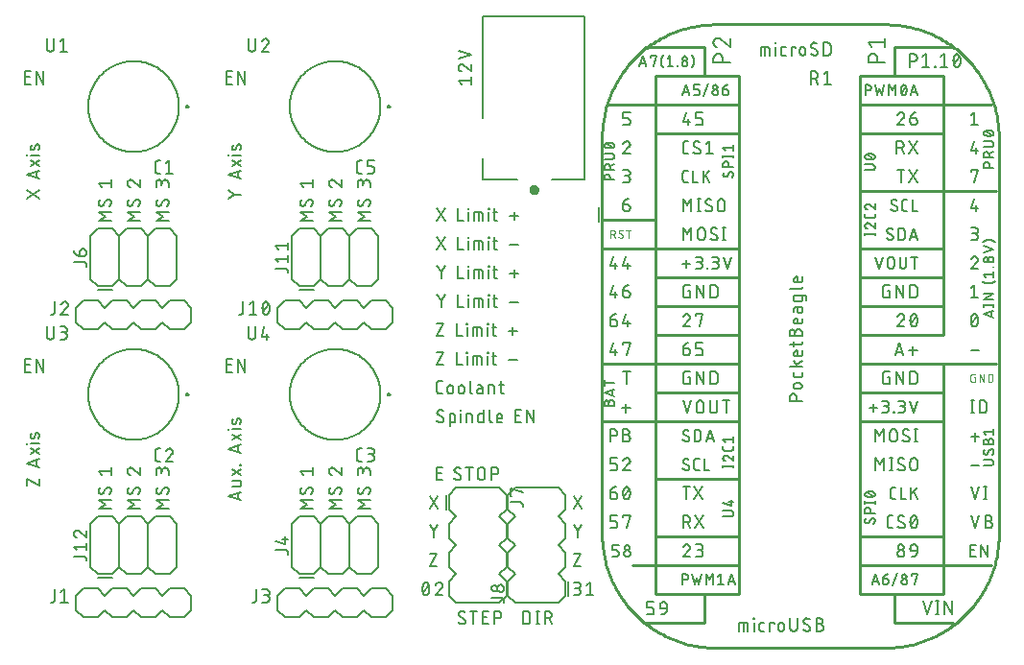
<source format=gbr>
G04 EAGLE Gerber RS-274X export*
G75*
%MOMM*%
%FSLAX34Y34*%
%LPD*%
%INSilkscreen Top*%
%IPPOS*%
%AMOC8*
5,1,8,0,0,1.08239X$1,22.5*%
G01*
%ADD10C,0.152400*%
%ADD11C,0.127000*%
%ADD12C,0.200000*%
%ADD13C,0.203200*%
%ADD14C,0.254000*%
%ADD15C,0.101600*%
%ADD16C,0.400000*%


D10*
X36378Y242062D02*
X31411Y242062D01*
X31411Y253238D01*
X36378Y253238D01*
X35137Y248271D02*
X31411Y248271D01*
X41289Y253238D02*
X41289Y242062D01*
X47498Y242062D02*
X41289Y253238D01*
X47498Y253238D02*
X47498Y242062D01*
X209211Y242062D02*
X214178Y242062D01*
X209211Y242062D02*
X209211Y253238D01*
X214178Y253238D01*
X212937Y248271D02*
X209211Y248271D01*
X219089Y253238D02*
X219089Y242062D01*
X225298Y242062D02*
X219089Y253238D01*
X225298Y253238D02*
X225298Y242062D01*
X214178Y496062D02*
X209211Y496062D01*
X209211Y507238D01*
X214178Y507238D01*
X212937Y502271D02*
X209211Y502271D01*
X219089Y507238D02*
X219089Y496062D01*
X225298Y496062D02*
X219089Y507238D01*
X225298Y507238D02*
X225298Y496062D01*
X36378Y496062D02*
X31411Y496062D01*
X31411Y507238D01*
X36378Y507238D01*
X35137Y502271D02*
X31411Y502271D01*
X41289Y507238D02*
X41289Y496062D01*
X47498Y496062D02*
X41289Y507238D01*
X47498Y507238D02*
X47498Y496062D01*
X32512Y402336D02*
X43688Y394885D01*
X43688Y402336D02*
X32512Y394885D01*
X43688Y412411D02*
X32512Y416137D01*
X43688Y419862D01*
X40894Y418931D02*
X40894Y413343D01*
X43688Y423940D02*
X36237Y428907D01*
X36237Y423940D02*
X43688Y428907D01*
X43688Y433282D02*
X36237Y433282D01*
X33133Y432971D02*
X32512Y432971D01*
X32512Y433592D01*
X33133Y433592D01*
X33133Y432971D01*
X39342Y438968D02*
X40584Y442073D01*
X39342Y438968D02*
X39311Y438896D01*
X39277Y438826D01*
X39239Y438757D01*
X39198Y438690D01*
X39154Y438625D01*
X39106Y438563D01*
X39056Y438503D01*
X39003Y438445D01*
X38947Y438390D01*
X38888Y438338D01*
X38827Y438289D01*
X38764Y438243D01*
X38699Y438200D01*
X38631Y438160D01*
X38562Y438123D01*
X38491Y438090D01*
X38418Y438061D01*
X38344Y438035D01*
X38269Y438012D01*
X38193Y437994D01*
X38116Y437979D01*
X38038Y437967D01*
X37960Y437960D01*
X37882Y437956D01*
X37804Y437957D01*
X37725Y437961D01*
X37647Y437968D01*
X37570Y437980D01*
X37493Y437995D01*
X37417Y438015D01*
X37342Y438037D01*
X37268Y438064D01*
X37196Y438094D01*
X37125Y438127D01*
X37056Y438164D01*
X36988Y438204D01*
X36923Y438248D01*
X36860Y438294D01*
X36799Y438344D01*
X36741Y438396D01*
X36685Y438451D01*
X36632Y438509D01*
X36582Y438570D01*
X36535Y438632D01*
X36492Y438697D01*
X36451Y438764D01*
X36413Y438833D01*
X36380Y438904D01*
X36349Y438976D01*
X36322Y439050D01*
X36299Y439124D01*
X36279Y439200D01*
X36263Y439277D01*
X36251Y439354D01*
X36243Y439432D01*
X36238Y439511D01*
X36237Y439589D01*
X36238Y439589D02*
X36242Y439758D01*
X36251Y439928D01*
X36263Y440097D01*
X36280Y440265D01*
X36301Y440434D01*
X36325Y440601D01*
X36354Y440768D01*
X36387Y440935D01*
X36424Y441100D01*
X36465Y441265D01*
X36509Y441428D01*
X36558Y441591D01*
X36610Y441752D01*
X36667Y441912D01*
X36727Y442070D01*
X36791Y442227D01*
X36859Y442383D01*
X40583Y442073D02*
X40614Y442145D01*
X40648Y442215D01*
X40686Y442284D01*
X40727Y442351D01*
X40771Y442416D01*
X40819Y442478D01*
X40869Y442538D01*
X40922Y442596D01*
X40978Y442651D01*
X41037Y442703D01*
X41098Y442752D01*
X41161Y442798D01*
X41226Y442841D01*
X41294Y442881D01*
X41363Y442918D01*
X41434Y442951D01*
X41507Y442980D01*
X41581Y443006D01*
X41656Y443029D01*
X41732Y443047D01*
X41809Y443062D01*
X41887Y443074D01*
X41965Y443081D01*
X42043Y443085D01*
X42121Y443084D01*
X42200Y443080D01*
X42278Y443073D01*
X42355Y443061D01*
X42432Y443046D01*
X42508Y443026D01*
X42583Y443004D01*
X42657Y442977D01*
X42729Y442947D01*
X42800Y442914D01*
X42869Y442877D01*
X42937Y442837D01*
X43002Y442793D01*
X43065Y442747D01*
X43126Y442697D01*
X43184Y442645D01*
X43240Y442590D01*
X43293Y442532D01*
X43343Y442471D01*
X43390Y442409D01*
X43433Y442344D01*
X43474Y442277D01*
X43512Y442208D01*
X43545Y442137D01*
X43576Y442065D01*
X43603Y441991D01*
X43626Y441917D01*
X43646Y441841D01*
X43662Y441764D01*
X43674Y441687D01*
X43682Y441609D01*
X43687Y441530D01*
X43688Y441452D01*
X43681Y441203D01*
X43669Y440955D01*
X43651Y440706D01*
X43627Y440458D01*
X43597Y440211D01*
X43561Y439965D01*
X43519Y439719D01*
X43472Y439475D01*
X43418Y439231D01*
X43360Y438989D01*
X43295Y438749D01*
X43225Y438510D01*
X43149Y438273D01*
X43067Y438038D01*
X413512Y499166D02*
X415996Y496062D01*
X413512Y499166D02*
X424688Y499166D01*
X424688Y496062D02*
X424688Y502271D01*
X413512Y510907D02*
X413514Y511011D01*
X413520Y511116D01*
X413530Y511220D01*
X413543Y511323D01*
X413561Y511426D01*
X413582Y511529D01*
X413607Y511630D01*
X413636Y511731D01*
X413669Y511830D01*
X413705Y511928D01*
X413745Y512024D01*
X413789Y512119D01*
X413836Y512213D01*
X413886Y512304D01*
X413940Y512393D01*
X413997Y512481D01*
X414058Y512566D01*
X414122Y512649D01*
X414188Y512729D01*
X414258Y512807D01*
X414330Y512883D01*
X414406Y512955D01*
X414484Y513025D01*
X414564Y513091D01*
X414647Y513155D01*
X414732Y513216D01*
X414820Y513273D01*
X414909Y513327D01*
X415000Y513377D01*
X415094Y513424D01*
X415189Y513468D01*
X415285Y513508D01*
X415383Y513544D01*
X415482Y513577D01*
X415583Y513606D01*
X415684Y513631D01*
X415787Y513652D01*
X415890Y513670D01*
X415993Y513683D01*
X416097Y513693D01*
X416202Y513699D01*
X416306Y513701D01*
X413512Y510907D02*
X413514Y510788D01*
X413520Y510670D01*
X413530Y510551D01*
X413543Y510433D01*
X413561Y510316D01*
X413583Y510199D01*
X413608Y510083D01*
X413637Y509968D01*
X413670Y509853D01*
X413707Y509740D01*
X413747Y509629D01*
X413791Y509518D01*
X413839Y509410D01*
X413890Y509303D01*
X413945Y509197D01*
X414004Y509094D01*
X414065Y508992D01*
X414130Y508893D01*
X414199Y508795D01*
X414270Y508701D01*
X414345Y508608D01*
X414422Y508518D01*
X414503Y508431D01*
X414586Y508346D01*
X414672Y508264D01*
X414761Y508185D01*
X414852Y508109D01*
X414946Y508036D01*
X415042Y507967D01*
X415141Y507900D01*
X415241Y507837D01*
X415344Y507777D01*
X415448Y507720D01*
X415555Y507668D01*
X415663Y507618D01*
X415772Y507572D01*
X415884Y507530D01*
X415996Y507492D01*
X418479Y512770D02*
X418405Y512845D01*
X418328Y512917D01*
X418249Y512987D01*
X418167Y513054D01*
X418083Y513118D01*
X417997Y513179D01*
X417909Y513237D01*
X417818Y513292D01*
X417726Y513344D01*
X417632Y513392D01*
X417537Y513437D01*
X417439Y513479D01*
X417341Y513517D01*
X417241Y513552D01*
X417140Y513583D01*
X417038Y513610D01*
X416935Y513634D01*
X416832Y513655D01*
X416727Y513671D01*
X416622Y513684D01*
X416517Y513694D01*
X416412Y513699D01*
X416306Y513701D01*
X418479Y512770D02*
X424688Y507492D01*
X424688Y513701D01*
X424688Y522026D02*
X413512Y518301D01*
X413512Y525752D02*
X424688Y522026D01*
X32512Y147595D02*
X32512Y141386D01*
X32512Y147595D02*
X43688Y141386D01*
X43688Y147595D01*
X43688Y157910D02*
X32512Y161636D01*
X43688Y165361D01*
X40894Y164430D02*
X40894Y158842D01*
X43688Y169439D02*
X36237Y174406D01*
X36237Y169439D02*
X43688Y174406D01*
X43688Y178781D02*
X36237Y178781D01*
X33133Y178470D02*
X32512Y178470D01*
X32512Y179091D01*
X33133Y179091D01*
X33133Y178470D01*
X39342Y184467D02*
X40584Y187572D01*
X39342Y184467D02*
X39311Y184395D01*
X39277Y184325D01*
X39239Y184256D01*
X39198Y184189D01*
X39154Y184124D01*
X39106Y184062D01*
X39056Y184002D01*
X39003Y183944D01*
X38947Y183889D01*
X38888Y183837D01*
X38827Y183788D01*
X38764Y183742D01*
X38699Y183699D01*
X38631Y183659D01*
X38562Y183622D01*
X38491Y183589D01*
X38418Y183560D01*
X38344Y183534D01*
X38269Y183511D01*
X38193Y183493D01*
X38116Y183478D01*
X38038Y183466D01*
X37960Y183459D01*
X37882Y183455D01*
X37804Y183456D01*
X37725Y183460D01*
X37647Y183467D01*
X37570Y183479D01*
X37493Y183494D01*
X37417Y183514D01*
X37342Y183536D01*
X37268Y183563D01*
X37196Y183593D01*
X37125Y183626D01*
X37056Y183663D01*
X36988Y183703D01*
X36923Y183747D01*
X36860Y183793D01*
X36799Y183843D01*
X36741Y183895D01*
X36685Y183950D01*
X36632Y184008D01*
X36582Y184069D01*
X36535Y184131D01*
X36492Y184196D01*
X36451Y184263D01*
X36413Y184332D01*
X36380Y184403D01*
X36349Y184475D01*
X36322Y184549D01*
X36299Y184623D01*
X36279Y184699D01*
X36263Y184776D01*
X36251Y184853D01*
X36243Y184931D01*
X36238Y185010D01*
X36237Y185088D01*
X36238Y185088D02*
X36242Y185257D01*
X36251Y185427D01*
X36263Y185596D01*
X36280Y185764D01*
X36301Y185933D01*
X36325Y186100D01*
X36354Y186267D01*
X36387Y186434D01*
X36424Y186599D01*
X36465Y186764D01*
X36509Y186927D01*
X36558Y187090D01*
X36610Y187251D01*
X36667Y187411D01*
X36727Y187569D01*
X36791Y187726D01*
X36859Y187882D01*
X40583Y187572D02*
X40614Y187644D01*
X40648Y187714D01*
X40686Y187783D01*
X40727Y187850D01*
X40771Y187915D01*
X40819Y187977D01*
X40869Y188037D01*
X40922Y188095D01*
X40978Y188150D01*
X41037Y188202D01*
X41098Y188251D01*
X41161Y188297D01*
X41226Y188340D01*
X41294Y188380D01*
X41363Y188417D01*
X41434Y188450D01*
X41507Y188479D01*
X41581Y188505D01*
X41656Y188528D01*
X41732Y188546D01*
X41809Y188561D01*
X41887Y188573D01*
X41965Y188580D01*
X42043Y188584D01*
X42121Y188583D01*
X42200Y188579D01*
X42278Y188572D01*
X42355Y188560D01*
X42432Y188545D01*
X42508Y188525D01*
X42583Y188503D01*
X42657Y188476D01*
X42729Y188446D01*
X42800Y188413D01*
X42869Y188376D01*
X42937Y188336D01*
X43002Y188292D01*
X43065Y188246D01*
X43126Y188196D01*
X43184Y188144D01*
X43240Y188089D01*
X43293Y188031D01*
X43343Y187970D01*
X43390Y187908D01*
X43433Y187843D01*
X43474Y187776D01*
X43512Y187707D01*
X43545Y187636D01*
X43576Y187564D01*
X43603Y187490D01*
X43626Y187416D01*
X43646Y187340D01*
X43662Y187263D01*
X43674Y187186D01*
X43682Y187108D01*
X43687Y187029D01*
X43688Y186951D01*
X43681Y186702D01*
X43669Y186454D01*
X43651Y186205D01*
X43627Y185957D01*
X43597Y185710D01*
X43561Y185464D01*
X43519Y185218D01*
X43472Y184974D01*
X43418Y184730D01*
X43360Y184488D01*
X43295Y184248D01*
X43225Y184009D01*
X43149Y183772D01*
X43067Y183537D01*
X210312Y132419D02*
X221488Y128693D01*
X221488Y136144D02*
X210312Y132419D01*
X218694Y135213D02*
X218694Y129625D01*
X219625Y140984D02*
X214037Y140984D01*
X219625Y140984D02*
X219709Y140986D01*
X219792Y140992D01*
X219875Y141001D01*
X219958Y141014D01*
X220040Y141031D01*
X220121Y141051D01*
X220201Y141075D01*
X220280Y141103D01*
X220357Y141134D01*
X220433Y141168D01*
X220508Y141206D01*
X220581Y141248D01*
X220651Y141292D01*
X220720Y141340D01*
X220787Y141390D01*
X220851Y141444D01*
X220912Y141500D01*
X220972Y141560D01*
X221028Y141621D01*
X221082Y141685D01*
X221132Y141752D01*
X221180Y141821D01*
X221224Y141891D01*
X221266Y141964D01*
X221304Y142039D01*
X221338Y142115D01*
X221369Y142192D01*
X221397Y142271D01*
X221421Y142351D01*
X221441Y142432D01*
X221458Y142514D01*
X221471Y142597D01*
X221481Y142680D01*
X221486Y142763D01*
X221488Y142847D01*
X221488Y145951D01*
X214037Y145951D01*
X221488Y150890D02*
X214037Y155857D01*
X214037Y150890D02*
X221488Y155857D01*
X221488Y159921D02*
X220867Y159921D01*
X220867Y160542D01*
X221488Y160542D01*
X221488Y159921D01*
X221488Y170603D02*
X210312Y174329D01*
X221488Y178054D01*
X218694Y177123D02*
X218694Y171535D01*
X221488Y182132D02*
X214037Y187099D01*
X214037Y182132D02*
X221488Y187099D01*
X221488Y191474D02*
X214037Y191474D01*
X210933Y191163D02*
X210312Y191163D01*
X210312Y191784D01*
X210933Y191784D01*
X210933Y191163D01*
X217142Y197160D02*
X218384Y200265D01*
X217142Y197160D02*
X217111Y197088D01*
X217077Y197018D01*
X217039Y196949D01*
X216998Y196882D01*
X216954Y196817D01*
X216906Y196755D01*
X216856Y196695D01*
X216803Y196637D01*
X216747Y196582D01*
X216688Y196530D01*
X216627Y196481D01*
X216564Y196435D01*
X216499Y196392D01*
X216431Y196352D01*
X216362Y196315D01*
X216291Y196282D01*
X216218Y196253D01*
X216144Y196227D01*
X216069Y196204D01*
X215993Y196186D01*
X215916Y196171D01*
X215838Y196159D01*
X215760Y196152D01*
X215682Y196148D01*
X215604Y196149D01*
X215525Y196153D01*
X215447Y196160D01*
X215370Y196172D01*
X215293Y196187D01*
X215217Y196207D01*
X215142Y196229D01*
X215068Y196256D01*
X214996Y196286D01*
X214925Y196319D01*
X214856Y196356D01*
X214788Y196396D01*
X214723Y196440D01*
X214660Y196486D01*
X214599Y196536D01*
X214541Y196588D01*
X214485Y196643D01*
X214432Y196701D01*
X214382Y196762D01*
X214335Y196824D01*
X214292Y196889D01*
X214251Y196956D01*
X214213Y197025D01*
X214180Y197096D01*
X214149Y197168D01*
X214122Y197242D01*
X214099Y197316D01*
X214079Y197392D01*
X214063Y197469D01*
X214051Y197546D01*
X214043Y197624D01*
X214038Y197703D01*
X214037Y197781D01*
X214038Y197781D02*
X214042Y197950D01*
X214051Y198120D01*
X214063Y198289D01*
X214080Y198457D01*
X214101Y198626D01*
X214125Y198793D01*
X214154Y198960D01*
X214187Y199127D01*
X214224Y199292D01*
X214265Y199457D01*
X214309Y199620D01*
X214358Y199783D01*
X214410Y199944D01*
X214467Y200104D01*
X214527Y200262D01*
X214591Y200419D01*
X214659Y200575D01*
X218383Y200265D02*
X218414Y200337D01*
X218448Y200407D01*
X218486Y200476D01*
X218527Y200543D01*
X218571Y200608D01*
X218619Y200670D01*
X218669Y200730D01*
X218722Y200788D01*
X218778Y200843D01*
X218837Y200895D01*
X218898Y200944D01*
X218961Y200990D01*
X219026Y201033D01*
X219094Y201073D01*
X219163Y201110D01*
X219234Y201143D01*
X219307Y201172D01*
X219381Y201198D01*
X219456Y201221D01*
X219532Y201239D01*
X219609Y201254D01*
X219687Y201266D01*
X219765Y201273D01*
X219843Y201277D01*
X219921Y201276D01*
X220000Y201272D01*
X220078Y201265D01*
X220155Y201253D01*
X220232Y201238D01*
X220308Y201218D01*
X220383Y201196D01*
X220457Y201169D01*
X220529Y201139D01*
X220600Y201106D01*
X220669Y201069D01*
X220737Y201029D01*
X220802Y200985D01*
X220865Y200939D01*
X220926Y200889D01*
X220984Y200837D01*
X221040Y200782D01*
X221093Y200724D01*
X221143Y200663D01*
X221190Y200601D01*
X221233Y200536D01*
X221274Y200469D01*
X221312Y200400D01*
X221345Y200329D01*
X221376Y200257D01*
X221403Y200183D01*
X221426Y200109D01*
X221446Y200033D01*
X221462Y199956D01*
X221474Y199879D01*
X221482Y199801D01*
X221487Y199722D01*
X221488Y199644D01*
X221481Y199395D01*
X221469Y199147D01*
X221451Y198898D01*
X221427Y198650D01*
X221397Y198403D01*
X221361Y198157D01*
X221319Y197911D01*
X221272Y197667D01*
X221218Y197423D01*
X221160Y197181D01*
X221095Y196941D01*
X221025Y196702D01*
X220949Y196465D01*
X220867Y196230D01*
X107188Y375412D02*
X96012Y375412D01*
X102221Y379137D01*
X96012Y382863D01*
X107188Y382863D01*
X107188Y391950D02*
X107186Y392047D01*
X107180Y392145D01*
X107171Y392242D01*
X107157Y392339D01*
X107140Y392435D01*
X107119Y392530D01*
X107095Y392624D01*
X107066Y392718D01*
X107034Y392810D01*
X106999Y392901D01*
X106960Y392990D01*
X106917Y393078D01*
X106871Y393164D01*
X106822Y393248D01*
X106769Y393330D01*
X106714Y393410D01*
X106655Y393488D01*
X106593Y393563D01*
X106528Y393636D01*
X106460Y393706D01*
X106390Y393774D01*
X106317Y393839D01*
X106242Y393901D01*
X106164Y393960D01*
X106084Y394015D01*
X106002Y394068D01*
X105918Y394117D01*
X105832Y394163D01*
X105744Y394206D01*
X105655Y394245D01*
X105564Y394280D01*
X105472Y394312D01*
X105378Y394341D01*
X105284Y394365D01*
X105189Y394386D01*
X105093Y394403D01*
X104996Y394417D01*
X104899Y394426D01*
X104802Y394432D01*
X104704Y394434D01*
X107188Y391950D02*
X107186Y391807D01*
X107180Y391664D01*
X107171Y391522D01*
X107157Y391380D01*
X107139Y391238D01*
X107118Y391097D01*
X107093Y390956D01*
X107064Y390816D01*
X107031Y390677D01*
X106995Y390539D01*
X106954Y390402D01*
X106910Y390266D01*
X106863Y390131D01*
X106811Y389998D01*
X106756Y389866D01*
X106698Y389736D01*
X106636Y389607D01*
X106570Y389480D01*
X106501Y389355D01*
X106429Y389232D01*
X106353Y389111D01*
X106275Y388992D01*
X106192Y388875D01*
X106107Y388760D01*
X106019Y388648D01*
X105927Y388538D01*
X105833Y388431D01*
X105736Y388326D01*
X105636Y388224D01*
X98496Y388535D02*
X98398Y388537D01*
X98301Y388543D01*
X98204Y388552D01*
X98107Y388566D01*
X98011Y388583D01*
X97916Y388604D01*
X97822Y388628D01*
X97728Y388657D01*
X97636Y388689D01*
X97545Y388724D01*
X97456Y388763D01*
X97368Y388806D01*
X97282Y388852D01*
X97198Y388901D01*
X97116Y388954D01*
X97036Y389009D01*
X96958Y389068D01*
X96883Y389130D01*
X96810Y389195D01*
X96740Y389263D01*
X96672Y389333D01*
X96607Y389406D01*
X96545Y389481D01*
X96486Y389559D01*
X96431Y389639D01*
X96378Y389721D01*
X96329Y389805D01*
X96283Y389891D01*
X96240Y389979D01*
X96201Y390068D01*
X96166Y390159D01*
X96134Y390251D01*
X96105Y390345D01*
X96081Y390439D01*
X96060Y390534D01*
X96043Y390630D01*
X96029Y390727D01*
X96020Y390824D01*
X96014Y390921D01*
X96012Y391019D01*
X96014Y391149D01*
X96019Y391279D01*
X96028Y391409D01*
X96041Y391539D01*
X96057Y391668D01*
X96077Y391797D01*
X96101Y391925D01*
X96128Y392053D01*
X96159Y392179D01*
X96193Y392305D01*
X96231Y392430D01*
X96272Y392553D01*
X96317Y392676D01*
X96365Y392797D01*
X96416Y392917D01*
X96471Y393035D01*
X96529Y393151D01*
X96590Y393266D01*
X96655Y393380D01*
X96722Y393491D01*
X96793Y393600D01*
X96867Y393708D01*
X96943Y393813D01*
X100669Y389778D02*
X100618Y389695D01*
X100564Y389614D01*
X100507Y389536D01*
X100447Y389460D01*
X100384Y389386D01*
X100318Y389315D01*
X100250Y389246D01*
X100179Y389180D01*
X100106Y389116D01*
X100030Y389056D01*
X99952Y388999D01*
X99871Y388944D01*
X99789Y388893D01*
X99705Y388845D01*
X99619Y388800D01*
X99531Y388758D01*
X99442Y388720D01*
X99352Y388686D01*
X99260Y388654D01*
X99167Y388627D01*
X99073Y388603D01*
X98978Y388582D01*
X98882Y388566D01*
X98786Y388553D01*
X98690Y388543D01*
X98593Y388538D01*
X98496Y388536D01*
X102531Y393191D02*
X102582Y393274D01*
X102636Y393355D01*
X102693Y393433D01*
X102753Y393509D01*
X102816Y393583D01*
X102882Y393654D01*
X102950Y393723D01*
X103021Y393789D01*
X103094Y393853D01*
X103170Y393913D01*
X103248Y393970D01*
X103329Y394025D01*
X103411Y394076D01*
X103495Y394124D01*
X103581Y394169D01*
X103669Y394211D01*
X103758Y394249D01*
X103848Y394283D01*
X103940Y394315D01*
X104033Y394342D01*
X104127Y394366D01*
X104222Y394387D01*
X104318Y394403D01*
X104414Y394416D01*
X104510Y394426D01*
X104607Y394431D01*
X104704Y394433D01*
X102531Y393192D02*
X100669Y389777D01*
X98496Y405370D02*
X96012Y408474D01*
X107188Y408474D01*
X107188Y405370D02*
X107188Y411579D01*
X121412Y375412D02*
X132588Y375412D01*
X127621Y379137D02*
X121412Y375412D01*
X127621Y379137D02*
X121412Y382863D01*
X132588Y382863D01*
X132588Y391950D02*
X132586Y392047D01*
X132580Y392145D01*
X132571Y392242D01*
X132557Y392339D01*
X132540Y392435D01*
X132519Y392530D01*
X132495Y392624D01*
X132466Y392718D01*
X132434Y392810D01*
X132399Y392901D01*
X132360Y392990D01*
X132317Y393078D01*
X132271Y393164D01*
X132222Y393248D01*
X132169Y393330D01*
X132114Y393410D01*
X132055Y393488D01*
X131993Y393563D01*
X131928Y393636D01*
X131860Y393706D01*
X131790Y393774D01*
X131717Y393839D01*
X131642Y393901D01*
X131564Y393960D01*
X131484Y394015D01*
X131402Y394068D01*
X131318Y394117D01*
X131232Y394163D01*
X131144Y394206D01*
X131055Y394245D01*
X130964Y394280D01*
X130872Y394312D01*
X130778Y394341D01*
X130684Y394365D01*
X130589Y394386D01*
X130493Y394403D01*
X130396Y394417D01*
X130299Y394426D01*
X130202Y394432D01*
X130104Y394434D01*
X132588Y391950D02*
X132586Y391807D01*
X132580Y391664D01*
X132571Y391522D01*
X132557Y391380D01*
X132539Y391238D01*
X132518Y391097D01*
X132493Y390956D01*
X132464Y390816D01*
X132431Y390677D01*
X132395Y390539D01*
X132354Y390402D01*
X132310Y390266D01*
X132263Y390131D01*
X132211Y389998D01*
X132156Y389866D01*
X132098Y389736D01*
X132036Y389607D01*
X131970Y389480D01*
X131901Y389355D01*
X131829Y389232D01*
X131753Y389111D01*
X131675Y388992D01*
X131592Y388875D01*
X131507Y388760D01*
X131419Y388648D01*
X131327Y388538D01*
X131233Y388431D01*
X131136Y388326D01*
X131036Y388224D01*
X123896Y388535D02*
X123798Y388537D01*
X123701Y388543D01*
X123604Y388552D01*
X123507Y388566D01*
X123411Y388583D01*
X123316Y388604D01*
X123222Y388628D01*
X123128Y388657D01*
X123036Y388689D01*
X122945Y388724D01*
X122856Y388763D01*
X122768Y388806D01*
X122682Y388852D01*
X122598Y388901D01*
X122516Y388954D01*
X122436Y389009D01*
X122358Y389068D01*
X122283Y389130D01*
X122210Y389195D01*
X122140Y389263D01*
X122072Y389333D01*
X122007Y389406D01*
X121945Y389481D01*
X121886Y389559D01*
X121831Y389639D01*
X121778Y389721D01*
X121729Y389805D01*
X121683Y389891D01*
X121640Y389979D01*
X121601Y390068D01*
X121566Y390159D01*
X121534Y390251D01*
X121505Y390345D01*
X121481Y390439D01*
X121460Y390534D01*
X121443Y390630D01*
X121429Y390727D01*
X121420Y390824D01*
X121414Y390921D01*
X121412Y391019D01*
X121414Y391149D01*
X121419Y391279D01*
X121428Y391409D01*
X121441Y391539D01*
X121457Y391668D01*
X121477Y391797D01*
X121501Y391925D01*
X121528Y392053D01*
X121559Y392179D01*
X121593Y392305D01*
X121631Y392430D01*
X121672Y392553D01*
X121717Y392676D01*
X121765Y392797D01*
X121816Y392917D01*
X121871Y393035D01*
X121929Y393151D01*
X121990Y393266D01*
X122055Y393380D01*
X122122Y393491D01*
X122193Y393600D01*
X122267Y393708D01*
X122343Y393813D01*
X126069Y389778D02*
X126018Y389695D01*
X125964Y389614D01*
X125907Y389536D01*
X125847Y389460D01*
X125784Y389386D01*
X125718Y389315D01*
X125650Y389246D01*
X125579Y389180D01*
X125506Y389116D01*
X125430Y389056D01*
X125352Y388999D01*
X125271Y388944D01*
X125189Y388893D01*
X125105Y388845D01*
X125019Y388800D01*
X124931Y388758D01*
X124842Y388720D01*
X124752Y388686D01*
X124660Y388654D01*
X124567Y388627D01*
X124473Y388603D01*
X124378Y388582D01*
X124282Y388566D01*
X124186Y388553D01*
X124090Y388543D01*
X123993Y388538D01*
X123896Y388536D01*
X127931Y393191D02*
X127982Y393274D01*
X128036Y393355D01*
X128093Y393433D01*
X128153Y393509D01*
X128216Y393583D01*
X128282Y393654D01*
X128350Y393723D01*
X128421Y393789D01*
X128494Y393853D01*
X128570Y393913D01*
X128648Y393970D01*
X128729Y394025D01*
X128811Y394076D01*
X128895Y394124D01*
X128981Y394169D01*
X129069Y394211D01*
X129158Y394249D01*
X129248Y394283D01*
X129340Y394315D01*
X129433Y394342D01*
X129527Y394366D01*
X129622Y394387D01*
X129718Y394403D01*
X129814Y394416D01*
X129910Y394426D01*
X130007Y394431D01*
X130104Y394433D01*
X127931Y393192D02*
X126069Y389777D01*
X121412Y408785D02*
X121414Y408889D01*
X121420Y408994D01*
X121430Y409098D01*
X121443Y409201D01*
X121461Y409304D01*
X121482Y409407D01*
X121507Y409508D01*
X121536Y409609D01*
X121569Y409708D01*
X121605Y409806D01*
X121645Y409902D01*
X121689Y409997D01*
X121736Y410091D01*
X121786Y410182D01*
X121840Y410271D01*
X121897Y410359D01*
X121958Y410444D01*
X122022Y410527D01*
X122088Y410607D01*
X122158Y410685D01*
X122230Y410761D01*
X122306Y410833D01*
X122384Y410903D01*
X122464Y410969D01*
X122547Y411033D01*
X122632Y411094D01*
X122720Y411151D01*
X122809Y411205D01*
X122900Y411255D01*
X122994Y411302D01*
X123089Y411346D01*
X123185Y411386D01*
X123283Y411422D01*
X123382Y411455D01*
X123483Y411484D01*
X123584Y411509D01*
X123687Y411530D01*
X123790Y411548D01*
X123893Y411561D01*
X123997Y411571D01*
X124102Y411577D01*
X124206Y411579D01*
X121412Y408785D02*
X121414Y408666D01*
X121420Y408548D01*
X121430Y408429D01*
X121443Y408311D01*
X121461Y408194D01*
X121483Y408077D01*
X121508Y407961D01*
X121537Y407846D01*
X121570Y407731D01*
X121607Y407618D01*
X121647Y407507D01*
X121691Y407396D01*
X121739Y407288D01*
X121790Y407181D01*
X121845Y407075D01*
X121904Y406972D01*
X121965Y406870D01*
X122030Y406771D01*
X122099Y406673D01*
X122170Y406579D01*
X122245Y406486D01*
X122322Y406396D01*
X122403Y406309D01*
X122486Y406224D01*
X122572Y406142D01*
X122661Y406063D01*
X122752Y405987D01*
X122846Y405914D01*
X122942Y405845D01*
X123041Y405778D01*
X123141Y405715D01*
X123244Y405655D01*
X123348Y405598D01*
X123455Y405546D01*
X123563Y405496D01*
X123672Y405450D01*
X123784Y405408D01*
X123896Y405370D01*
X126379Y410648D02*
X126305Y410723D01*
X126228Y410795D01*
X126149Y410865D01*
X126067Y410932D01*
X125983Y410996D01*
X125897Y411057D01*
X125809Y411115D01*
X125718Y411170D01*
X125626Y411222D01*
X125532Y411270D01*
X125437Y411315D01*
X125339Y411357D01*
X125241Y411395D01*
X125141Y411430D01*
X125040Y411461D01*
X124938Y411488D01*
X124835Y411512D01*
X124732Y411533D01*
X124627Y411549D01*
X124522Y411562D01*
X124417Y411572D01*
X124312Y411577D01*
X124206Y411579D01*
X126379Y410647D02*
X132588Y405370D01*
X132588Y411579D01*
X146812Y375412D02*
X157988Y375412D01*
X153021Y379137D02*
X146812Y375412D01*
X153021Y379137D02*
X146812Y382863D01*
X157988Y382863D01*
X157988Y391950D02*
X157986Y392047D01*
X157980Y392145D01*
X157971Y392242D01*
X157957Y392339D01*
X157940Y392435D01*
X157919Y392530D01*
X157895Y392624D01*
X157866Y392718D01*
X157834Y392810D01*
X157799Y392901D01*
X157760Y392990D01*
X157717Y393078D01*
X157671Y393164D01*
X157622Y393248D01*
X157569Y393330D01*
X157514Y393410D01*
X157455Y393488D01*
X157393Y393563D01*
X157328Y393636D01*
X157260Y393706D01*
X157190Y393774D01*
X157117Y393839D01*
X157042Y393901D01*
X156964Y393960D01*
X156884Y394015D01*
X156802Y394068D01*
X156718Y394117D01*
X156632Y394163D01*
X156544Y394206D01*
X156455Y394245D01*
X156364Y394280D01*
X156272Y394312D01*
X156178Y394341D01*
X156084Y394365D01*
X155989Y394386D01*
X155893Y394403D01*
X155796Y394417D01*
X155699Y394426D01*
X155602Y394432D01*
X155504Y394434D01*
X157988Y391950D02*
X157986Y391807D01*
X157980Y391664D01*
X157971Y391522D01*
X157957Y391380D01*
X157939Y391238D01*
X157918Y391097D01*
X157893Y390956D01*
X157864Y390816D01*
X157831Y390677D01*
X157795Y390539D01*
X157754Y390402D01*
X157710Y390266D01*
X157663Y390131D01*
X157611Y389998D01*
X157556Y389866D01*
X157498Y389736D01*
X157436Y389607D01*
X157370Y389480D01*
X157301Y389355D01*
X157229Y389232D01*
X157153Y389111D01*
X157075Y388992D01*
X156992Y388875D01*
X156907Y388760D01*
X156819Y388648D01*
X156727Y388538D01*
X156633Y388431D01*
X156536Y388326D01*
X156436Y388224D01*
X149296Y388535D02*
X149198Y388537D01*
X149101Y388543D01*
X149004Y388552D01*
X148907Y388566D01*
X148811Y388583D01*
X148716Y388604D01*
X148622Y388628D01*
X148528Y388657D01*
X148436Y388689D01*
X148345Y388724D01*
X148256Y388763D01*
X148168Y388806D01*
X148082Y388852D01*
X147998Y388901D01*
X147916Y388954D01*
X147836Y389009D01*
X147758Y389068D01*
X147683Y389130D01*
X147610Y389195D01*
X147540Y389263D01*
X147472Y389333D01*
X147407Y389406D01*
X147345Y389481D01*
X147286Y389559D01*
X147231Y389639D01*
X147178Y389721D01*
X147129Y389805D01*
X147083Y389891D01*
X147040Y389979D01*
X147001Y390068D01*
X146966Y390159D01*
X146934Y390251D01*
X146905Y390345D01*
X146881Y390439D01*
X146860Y390534D01*
X146843Y390630D01*
X146829Y390727D01*
X146820Y390824D01*
X146814Y390921D01*
X146812Y391019D01*
X146814Y391149D01*
X146819Y391279D01*
X146828Y391409D01*
X146841Y391539D01*
X146857Y391668D01*
X146877Y391797D01*
X146901Y391925D01*
X146928Y392053D01*
X146959Y392179D01*
X146993Y392305D01*
X147031Y392430D01*
X147072Y392553D01*
X147117Y392676D01*
X147165Y392797D01*
X147216Y392917D01*
X147271Y393035D01*
X147329Y393151D01*
X147390Y393266D01*
X147455Y393380D01*
X147522Y393491D01*
X147593Y393600D01*
X147667Y393708D01*
X147743Y393813D01*
X151469Y389778D02*
X151418Y389695D01*
X151364Y389614D01*
X151307Y389536D01*
X151247Y389460D01*
X151184Y389386D01*
X151118Y389315D01*
X151050Y389246D01*
X150979Y389180D01*
X150906Y389116D01*
X150830Y389056D01*
X150752Y388999D01*
X150671Y388944D01*
X150589Y388893D01*
X150505Y388845D01*
X150419Y388800D01*
X150331Y388758D01*
X150242Y388720D01*
X150152Y388686D01*
X150060Y388654D01*
X149967Y388627D01*
X149873Y388603D01*
X149778Y388582D01*
X149682Y388566D01*
X149586Y388553D01*
X149490Y388543D01*
X149393Y388538D01*
X149296Y388536D01*
X153331Y393191D02*
X153382Y393274D01*
X153436Y393355D01*
X153493Y393433D01*
X153553Y393509D01*
X153616Y393583D01*
X153682Y393654D01*
X153750Y393723D01*
X153821Y393789D01*
X153894Y393853D01*
X153970Y393913D01*
X154048Y393970D01*
X154129Y394025D01*
X154211Y394076D01*
X154295Y394124D01*
X154381Y394169D01*
X154469Y394211D01*
X154558Y394249D01*
X154648Y394283D01*
X154740Y394315D01*
X154833Y394342D01*
X154927Y394366D01*
X155022Y394387D01*
X155118Y394403D01*
X155214Y394416D01*
X155310Y394426D01*
X155407Y394431D01*
X155504Y394433D01*
X153331Y393192D02*
X151469Y389777D01*
X157988Y405370D02*
X157988Y408474D01*
X157986Y408585D01*
X157980Y408695D01*
X157970Y408806D01*
X157956Y408916D01*
X157939Y409025D01*
X157917Y409134D01*
X157892Y409242D01*
X157862Y409348D01*
X157829Y409454D01*
X157792Y409559D01*
X157752Y409662D01*
X157707Y409763D01*
X157660Y409863D01*
X157608Y409962D01*
X157553Y410058D01*
X157495Y410152D01*
X157434Y410244D01*
X157369Y410334D01*
X157301Y410422D01*
X157230Y410507D01*
X157156Y410589D01*
X157079Y410669D01*
X156999Y410746D01*
X156917Y410820D01*
X156832Y410891D01*
X156744Y410959D01*
X156654Y411024D01*
X156562Y411085D01*
X156468Y411143D01*
X156372Y411198D01*
X156273Y411250D01*
X156173Y411297D01*
X156072Y411342D01*
X155969Y411382D01*
X155864Y411419D01*
X155758Y411452D01*
X155652Y411482D01*
X155544Y411507D01*
X155435Y411529D01*
X155326Y411546D01*
X155216Y411560D01*
X155105Y411570D01*
X154995Y411576D01*
X154884Y411578D01*
X154773Y411576D01*
X154663Y411570D01*
X154552Y411560D01*
X154442Y411546D01*
X154333Y411529D01*
X154224Y411507D01*
X154116Y411482D01*
X154010Y411452D01*
X153904Y411419D01*
X153799Y411382D01*
X153696Y411342D01*
X153595Y411297D01*
X153495Y411250D01*
X153396Y411198D01*
X153300Y411143D01*
X153206Y411085D01*
X153114Y411024D01*
X153024Y410959D01*
X152936Y410891D01*
X152851Y410820D01*
X152769Y410746D01*
X152689Y410669D01*
X152612Y410589D01*
X152538Y410507D01*
X152467Y410422D01*
X152399Y410334D01*
X152334Y410244D01*
X152273Y410152D01*
X152215Y410058D01*
X152160Y409962D01*
X152108Y409863D01*
X152061Y409763D01*
X152016Y409662D01*
X151976Y409559D01*
X151939Y409454D01*
X151906Y409348D01*
X151876Y409242D01*
X151851Y409134D01*
X151829Y409025D01*
X151812Y408916D01*
X151798Y408806D01*
X151788Y408695D01*
X151782Y408585D01*
X151780Y408474D01*
X146812Y409095D02*
X146812Y405370D01*
X146812Y409095D02*
X146814Y409194D01*
X146820Y409292D01*
X146830Y409391D01*
X146843Y409488D01*
X146861Y409586D01*
X146882Y409682D01*
X146908Y409778D01*
X146937Y409872D01*
X146969Y409965D01*
X147006Y410057D01*
X147046Y410147D01*
X147090Y410236D01*
X147137Y410323D01*
X147187Y410408D01*
X147241Y410490D01*
X147298Y410571D01*
X147358Y410649D01*
X147422Y410725D01*
X147488Y410798D01*
X147557Y410869D01*
X147629Y410937D01*
X147704Y411001D01*
X147781Y411063D01*
X147860Y411122D01*
X147942Y411177D01*
X148026Y411230D01*
X148111Y411278D01*
X148199Y411324D01*
X148289Y411366D01*
X148380Y411404D01*
X148472Y411438D01*
X148566Y411469D01*
X148661Y411496D01*
X148757Y411520D01*
X148854Y411539D01*
X148951Y411555D01*
X149049Y411567D01*
X149148Y411575D01*
X149247Y411579D01*
X149345Y411579D01*
X149444Y411575D01*
X149543Y411567D01*
X149641Y411555D01*
X149738Y411539D01*
X149835Y411520D01*
X149931Y411496D01*
X150026Y411469D01*
X150120Y411438D01*
X150212Y411404D01*
X150303Y411366D01*
X150393Y411324D01*
X150481Y411278D01*
X150566Y411230D01*
X150650Y411177D01*
X150732Y411122D01*
X150811Y411063D01*
X150888Y411001D01*
X150963Y410937D01*
X151035Y410869D01*
X151104Y410798D01*
X151170Y410725D01*
X151234Y410649D01*
X151294Y410571D01*
X151351Y410490D01*
X151405Y410408D01*
X151455Y410323D01*
X151502Y410236D01*
X151546Y410147D01*
X151586Y410057D01*
X151623Y409965D01*
X151655Y409872D01*
X151684Y409778D01*
X151710Y409682D01*
X151731Y409586D01*
X151749Y409488D01*
X151762Y409391D01*
X151772Y409292D01*
X151778Y409194D01*
X151780Y409095D01*
X151779Y409095D02*
X151779Y406612D01*
X273812Y375412D02*
X284988Y375412D01*
X280021Y379137D02*
X273812Y375412D01*
X280021Y379137D02*
X273812Y382863D01*
X284988Y382863D01*
X284988Y391950D02*
X284986Y392047D01*
X284980Y392145D01*
X284971Y392242D01*
X284957Y392339D01*
X284940Y392435D01*
X284919Y392530D01*
X284895Y392624D01*
X284866Y392718D01*
X284834Y392810D01*
X284799Y392901D01*
X284760Y392990D01*
X284717Y393078D01*
X284671Y393164D01*
X284622Y393248D01*
X284569Y393330D01*
X284514Y393410D01*
X284455Y393488D01*
X284393Y393563D01*
X284328Y393636D01*
X284260Y393706D01*
X284190Y393774D01*
X284117Y393839D01*
X284042Y393901D01*
X283964Y393960D01*
X283884Y394015D01*
X283802Y394068D01*
X283718Y394117D01*
X283632Y394163D01*
X283544Y394206D01*
X283455Y394245D01*
X283364Y394280D01*
X283272Y394312D01*
X283178Y394341D01*
X283084Y394365D01*
X282989Y394386D01*
X282893Y394403D01*
X282796Y394417D01*
X282699Y394426D01*
X282602Y394432D01*
X282504Y394434D01*
X284988Y391950D02*
X284986Y391807D01*
X284980Y391664D01*
X284971Y391522D01*
X284957Y391380D01*
X284939Y391238D01*
X284918Y391097D01*
X284893Y390956D01*
X284864Y390816D01*
X284831Y390677D01*
X284795Y390539D01*
X284754Y390402D01*
X284710Y390266D01*
X284663Y390131D01*
X284611Y389998D01*
X284556Y389866D01*
X284498Y389736D01*
X284436Y389607D01*
X284370Y389480D01*
X284301Y389355D01*
X284229Y389232D01*
X284153Y389111D01*
X284075Y388992D01*
X283992Y388875D01*
X283907Y388760D01*
X283819Y388648D01*
X283727Y388538D01*
X283633Y388431D01*
X283536Y388326D01*
X283436Y388224D01*
X276296Y388535D02*
X276198Y388537D01*
X276101Y388543D01*
X276004Y388552D01*
X275907Y388566D01*
X275811Y388583D01*
X275716Y388604D01*
X275622Y388628D01*
X275528Y388657D01*
X275436Y388689D01*
X275345Y388724D01*
X275256Y388763D01*
X275168Y388806D01*
X275082Y388852D01*
X274998Y388901D01*
X274916Y388954D01*
X274836Y389009D01*
X274758Y389068D01*
X274683Y389130D01*
X274610Y389195D01*
X274540Y389263D01*
X274472Y389333D01*
X274407Y389406D01*
X274345Y389481D01*
X274286Y389559D01*
X274231Y389639D01*
X274178Y389721D01*
X274129Y389805D01*
X274083Y389891D01*
X274040Y389979D01*
X274001Y390068D01*
X273966Y390159D01*
X273934Y390251D01*
X273905Y390345D01*
X273881Y390439D01*
X273860Y390534D01*
X273843Y390630D01*
X273829Y390727D01*
X273820Y390824D01*
X273814Y390921D01*
X273812Y391019D01*
X273814Y391149D01*
X273819Y391279D01*
X273828Y391409D01*
X273841Y391539D01*
X273857Y391668D01*
X273877Y391797D01*
X273901Y391925D01*
X273928Y392053D01*
X273959Y392179D01*
X273993Y392305D01*
X274031Y392430D01*
X274072Y392553D01*
X274117Y392676D01*
X274165Y392797D01*
X274216Y392917D01*
X274271Y393035D01*
X274329Y393151D01*
X274390Y393266D01*
X274455Y393380D01*
X274522Y393491D01*
X274593Y393600D01*
X274667Y393708D01*
X274743Y393813D01*
X278469Y389778D02*
X278418Y389695D01*
X278364Y389614D01*
X278307Y389536D01*
X278247Y389460D01*
X278184Y389386D01*
X278118Y389315D01*
X278050Y389246D01*
X277979Y389180D01*
X277906Y389116D01*
X277830Y389056D01*
X277752Y388999D01*
X277671Y388944D01*
X277589Y388893D01*
X277505Y388845D01*
X277419Y388800D01*
X277331Y388758D01*
X277242Y388720D01*
X277152Y388686D01*
X277060Y388654D01*
X276967Y388627D01*
X276873Y388603D01*
X276778Y388582D01*
X276682Y388566D01*
X276586Y388553D01*
X276490Y388543D01*
X276393Y388538D01*
X276296Y388536D01*
X280331Y393191D02*
X280382Y393274D01*
X280436Y393355D01*
X280493Y393433D01*
X280553Y393509D01*
X280616Y393583D01*
X280682Y393654D01*
X280750Y393723D01*
X280821Y393789D01*
X280894Y393853D01*
X280970Y393913D01*
X281048Y393970D01*
X281129Y394025D01*
X281211Y394076D01*
X281295Y394124D01*
X281381Y394169D01*
X281469Y394211D01*
X281558Y394249D01*
X281648Y394283D01*
X281740Y394315D01*
X281833Y394342D01*
X281927Y394366D01*
X282022Y394387D01*
X282118Y394403D01*
X282214Y394416D01*
X282310Y394426D01*
X282407Y394431D01*
X282504Y394433D01*
X280331Y393192D02*
X278469Y389777D01*
X276296Y405370D02*
X273812Y408474D01*
X284988Y408474D01*
X284988Y405370D02*
X284988Y411579D01*
X299212Y375412D02*
X310388Y375412D01*
X305421Y379137D02*
X299212Y375412D01*
X305421Y379137D02*
X299212Y382863D01*
X310388Y382863D01*
X310388Y391950D02*
X310386Y392047D01*
X310380Y392145D01*
X310371Y392242D01*
X310357Y392339D01*
X310340Y392435D01*
X310319Y392530D01*
X310295Y392624D01*
X310266Y392718D01*
X310234Y392810D01*
X310199Y392901D01*
X310160Y392990D01*
X310117Y393078D01*
X310071Y393164D01*
X310022Y393248D01*
X309969Y393330D01*
X309914Y393410D01*
X309855Y393488D01*
X309793Y393563D01*
X309728Y393636D01*
X309660Y393706D01*
X309590Y393774D01*
X309517Y393839D01*
X309442Y393901D01*
X309364Y393960D01*
X309284Y394015D01*
X309202Y394068D01*
X309118Y394117D01*
X309032Y394163D01*
X308944Y394206D01*
X308855Y394245D01*
X308764Y394280D01*
X308672Y394312D01*
X308578Y394341D01*
X308484Y394365D01*
X308389Y394386D01*
X308293Y394403D01*
X308196Y394417D01*
X308099Y394426D01*
X308002Y394432D01*
X307904Y394434D01*
X310388Y391950D02*
X310386Y391807D01*
X310380Y391664D01*
X310371Y391522D01*
X310357Y391380D01*
X310339Y391238D01*
X310318Y391097D01*
X310293Y390956D01*
X310264Y390816D01*
X310231Y390677D01*
X310195Y390539D01*
X310154Y390402D01*
X310110Y390266D01*
X310063Y390131D01*
X310011Y389998D01*
X309956Y389866D01*
X309898Y389736D01*
X309836Y389607D01*
X309770Y389480D01*
X309701Y389355D01*
X309629Y389232D01*
X309553Y389111D01*
X309475Y388992D01*
X309392Y388875D01*
X309307Y388760D01*
X309219Y388648D01*
X309127Y388538D01*
X309033Y388431D01*
X308936Y388326D01*
X308836Y388224D01*
X301696Y388535D02*
X301598Y388537D01*
X301501Y388543D01*
X301404Y388552D01*
X301307Y388566D01*
X301211Y388583D01*
X301116Y388604D01*
X301022Y388628D01*
X300928Y388657D01*
X300836Y388689D01*
X300745Y388724D01*
X300656Y388763D01*
X300568Y388806D01*
X300482Y388852D01*
X300398Y388901D01*
X300316Y388954D01*
X300236Y389009D01*
X300158Y389068D01*
X300083Y389130D01*
X300010Y389195D01*
X299940Y389263D01*
X299872Y389333D01*
X299807Y389406D01*
X299745Y389481D01*
X299686Y389559D01*
X299631Y389639D01*
X299578Y389721D01*
X299529Y389805D01*
X299483Y389891D01*
X299440Y389979D01*
X299401Y390068D01*
X299366Y390159D01*
X299334Y390251D01*
X299305Y390345D01*
X299281Y390439D01*
X299260Y390534D01*
X299243Y390630D01*
X299229Y390727D01*
X299220Y390824D01*
X299214Y390921D01*
X299212Y391019D01*
X299214Y391149D01*
X299219Y391279D01*
X299228Y391409D01*
X299241Y391539D01*
X299257Y391668D01*
X299277Y391797D01*
X299301Y391925D01*
X299328Y392053D01*
X299359Y392179D01*
X299393Y392305D01*
X299431Y392430D01*
X299472Y392553D01*
X299517Y392676D01*
X299565Y392797D01*
X299616Y392917D01*
X299671Y393035D01*
X299729Y393151D01*
X299790Y393266D01*
X299855Y393380D01*
X299922Y393491D01*
X299993Y393600D01*
X300067Y393708D01*
X300143Y393813D01*
X303869Y389778D02*
X303818Y389695D01*
X303764Y389614D01*
X303707Y389536D01*
X303647Y389460D01*
X303584Y389386D01*
X303518Y389315D01*
X303450Y389246D01*
X303379Y389180D01*
X303306Y389116D01*
X303230Y389056D01*
X303152Y388999D01*
X303071Y388944D01*
X302989Y388893D01*
X302905Y388845D01*
X302819Y388800D01*
X302731Y388758D01*
X302642Y388720D01*
X302552Y388686D01*
X302460Y388654D01*
X302367Y388627D01*
X302273Y388603D01*
X302178Y388582D01*
X302082Y388566D01*
X301986Y388553D01*
X301890Y388543D01*
X301793Y388538D01*
X301696Y388536D01*
X305731Y393191D02*
X305782Y393274D01*
X305836Y393355D01*
X305893Y393433D01*
X305953Y393509D01*
X306016Y393583D01*
X306082Y393654D01*
X306150Y393723D01*
X306221Y393789D01*
X306294Y393853D01*
X306370Y393913D01*
X306448Y393970D01*
X306529Y394025D01*
X306611Y394076D01*
X306695Y394124D01*
X306781Y394169D01*
X306869Y394211D01*
X306958Y394249D01*
X307048Y394283D01*
X307140Y394315D01*
X307233Y394342D01*
X307327Y394366D01*
X307422Y394387D01*
X307518Y394403D01*
X307614Y394416D01*
X307710Y394426D01*
X307807Y394431D01*
X307904Y394433D01*
X305731Y393192D02*
X303869Y389777D01*
X299212Y408785D02*
X299214Y408889D01*
X299220Y408994D01*
X299230Y409098D01*
X299243Y409201D01*
X299261Y409304D01*
X299282Y409407D01*
X299307Y409508D01*
X299336Y409609D01*
X299369Y409708D01*
X299405Y409806D01*
X299445Y409902D01*
X299489Y409997D01*
X299536Y410091D01*
X299586Y410182D01*
X299640Y410271D01*
X299697Y410359D01*
X299758Y410444D01*
X299822Y410527D01*
X299888Y410607D01*
X299958Y410685D01*
X300030Y410761D01*
X300106Y410833D01*
X300184Y410903D01*
X300264Y410969D01*
X300347Y411033D01*
X300432Y411094D01*
X300520Y411151D01*
X300609Y411205D01*
X300700Y411255D01*
X300794Y411302D01*
X300889Y411346D01*
X300985Y411386D01*
X301083Y411422D01*
X301182Y411455D01*
X301283Y411484D01*
X301384Y411509D01*
X301487Y411530D01*
X301590Y411548D01*
X301693Y411561D01*
X301797Y411571D01*
X301902Y411577D01*
X302006Y411579D01*
X299212Y408785D02*
X299214Y408666D01*
X299220Y408548D01*
X299230Y408429D01*
X299243Y408311D01*
X299261Y408194D01*
X299283Y408077D01*
X299308Y407961D01*
X299337Y407846D01*
X299370Y407731D01*
X299407Y407618D01*
X299447Y407507D01*
X299491Y407396D01*
X299539Y407288D01*
X299590Y407181D01*
X299645Y407075D01*
X299704Y406972D01*
X299765Y406870D01*
X299830Y406771D01*
X299899Y406673D01*
X299970Y406579D01*
X300045Y406486D01*
X300122Y406396D01*
X300203Y406309D01*
X300286Y406224D01*
X300372Y406142D01*
X300461Y406063D01*
X300552Y405987D01*
X300646Y405914D01*
X300742Y405845D01*
X300841Y405778D01*
X300941Y405715D01*
X301044Y405655D01*
X301148Y405598D01*
X301255Y405546D01*
X301363Y405496D01*
X301472Y405450D01*
X301584Y405408D01*
X301696Y405370D01*
X304179Y410648D02*
X304105Y410723D01*
X304028Y410795D01*
X303949Y410865D01*
X303867Y410932D01*
X303783Y410996D01*
X303697Y411057D01*
X303609Y411115D01*
X303518Y411170D01*
X303426Y411222D01*
X303332Y411270D01*
X303237Y411315D01*
X303139Y411357D01*
X303041Y411395D01*
X302941Y411430D01*
X302840Y411461D01*
X302738Y411488D01*
X302635Y411512D01*
X302532Y411533D01*
X302427Y411549D01*
X302322Y411562D01*
X302217Y411572D01*
X302112Y411577D01*
X302006Y411579D01*
X304179Y410647D02*
X310388Y405370D01*
X310388Y411579D01*
X324612Y375412D02*
X335788Y375412D01*
X330821Y379137D02*
X324612Y375412D01*
X330821Y379137D02*
X324612Y382863D01*
X335788Y382863D01*
X335788Y391950D02*
X335786Y392047D01*
X335780Y392145D01*
X335771Y392242D01*
X335757Y392339D01*
X335740Y392435D01*
X335719Y392530D01*
X335695Y392624D01*
X335666Y392718D01*
X335634Y392810D01*
X335599Y392901D01*
X335560Y392990D01*
X335517Y393078D01*
X335471Y393164D01*
X335422Y393248D01*
X335369Y393330D01*
X335314Y393410D01*
X335255Y393488D01*
X335193Y393563D01*
X335128Y393636D01*
X335060Y393706D01*
X334990Y393774D01*
X334917Y393839D01*
X334842Y393901D01*
X334764Y393960D01*
X334684Y394015D01*
X334602Y394068D01*
X334518Y394117D01*
X334432Y394163D01*
X334344Y394206D01*
X334255Y394245D01*
X334164Y394280D01*
X334072Y394312D01*
X333978Y394341D01*
X333884Y394365D01*
X333789Y394386D01*
X333693Y394403D01*
X333596Y394417D01*
X333499Y394426D01*
X333402Y394432D01*
X333304Y394434D01*
X335788Y391950D02*
X335786Y391807D01*
X335780Y391664D01*
X335771Y391522D01*
X335757Y391380D01*
X335739Y391238D01*
X335718Y391097D01*
X335693Y390956D01*
X335664Y390816D01*
X335631Y390677D01*
X335595Y390539D01*
X335554Y390402D01*
X335510Y390266D01*
X335463Y390131D01*
X335411Y389998D01*
X335356Y389866D01*
X335298Y389736D01*
X335236Y389607D01*
X335170Y389480D01*
X335101Y389355D01*
X335029Y389232D01*
X334953Y389111D01*
X334875Y388992D01*
X334792Y388875D01*
X334707Y388760D01*
X334619Y388648D01*
X334527Y388538D01*
X334433Y388431D01*
X334336Y388326D01*
X334236Y388224D01*
X327096Y388535D02*
X326998Y388537D01*
X326901Y388543D01*
X326804Y388552D01*
X326707Y388566D01*
X326611Y388583D01*
X326516Y388604D01*
X326422Y388628D01*
X326328Y388657D01*
X326236Y388689D01*
X326145Y388724D01*
X326056Y388763D01*
X325968Y388806D01*
X325882Y388852D01*
X325798Y388901D01*
X325716Y388954D01*
X325636Y389009D01*
X325558Y389068D01*
X325483Y389130D01*
X325410Y389195D01*
X325340Y389263D01*
X325272Y389333D01*
X325207Y389406D01*
X325145Y389481D01*
X325086Y389559D01*
X325031Y389639D01*
X324978Y389721D01*
X324929Y389805D01*
X324883Y389891D01*
X324840Y389979D01*
X324801Y390068D01*
X324766Y390159D01*
X324734Y390251D01*
X324705Y390345D01*
X324681Y390439D01*
X324660Y390534D01*
X324643Y390630D01*
X324629Y390727D01*
X324620Y390824D01*
X324614Y390921D01*
X324612Y391019D01*
X324614Y391149D01*
X324619Y391279D01*
X324628Y391409D01*
X324641Y391539D01*
X324657Y391668D01*
X324677Y391797D01*
X324701Y391925D01*
X324728Y392053D01*
X324759Y392179D01*
X324793Y392305D01*
X324831Y392430D01*
X324872Y392553D01*
X324917Y392676D01*
X324965Y392797D01*
X325016Y392917D01*
X325071Y393035D01*
X325129Y393151D01*
X325190Y393266D01*
X325255Y393380D01*
X325322Y393491D01*
X325393Y393600D01*
X325467Y393708D01*
X325543Y393813D01*
X329269Y389778D02*
X329218Y389695D01*
X329164Y389614D01*
X329107Y389536D01*
X329047Y389460D01*
X328984Y389386D01*
X328918Y389315D01*
X328850Y389246D01*
X328779Y389180D01*
X328706Y389116D01*
X328630Y389056D01*
X328552Y388999D01*
X328471Y388944D01*
X328389Y388893D01*
X328305Y388845D01*
X328219Y388800D01*
X328131Y388758D01*
X328042Y388720D01*
X327952Y388686D01*
X327860Y388654D01*
X327767Y388627D01*
X327673Y388603D01*
X327578Y388582D01*
X327482Y388566D01*
X327386Y388553D01*
X327290Y388543D01*
X327193Y388538D01*
X327096Y388536D01*
X331131Y393191D02*
X331182Y393274D01*
X331236Y393355D01*
X331293Y393433D01*
X331353Y393509D01*
X331416Y393583D01*
X331482Y393654D01*
X331550Y393723D01*
X331621Y393789D01*
X331694Y393853D01*
X331770Y393913D01*
X331848Y393970D01*
X331929Y394025D01*
X332011Y394076D01*
X332095Y394124D01*
X332181Y394169D01*
X332269Y394211D01*
X332358Y394249D01*
X332448Y394283D01*
X332540Y394315D01*
X332633Y394342D01*
X332727Y394366D01*
X332822Y394387D01*
X332918Y394403D01*
X333014Y394416D01*
X333110Y394426D01*
X333207Y394431D01*
X333304Y394433D01*
X331131Y393192D02*
X329269Y389777D01*
X335788Y405370D02*
X335788Y408474D01*
X335786Y408585D01*
X335780Y408695D01*
X335770Y408806D01*
X335756Y408916D01*
X335739Y409025D01*
X335717Y409134D01*
X335692Y409242D01*
X335662Y409348D01*
X335629Y409454D01*
X335592Y409559D01*
X335552Y409662D01*
X335507Y409763D01*
X335460Y409863D01*
X335408Y409962D01*
X335353Y410058D01*
X335295Y410152D01*
X335234Y410244D01*
X335169Y410334D01*
X335101Y410422D01*
X335030Y410507D01*
X334956Y410589D01*
X334879Y410669D01*
X334799Y410746D01*
X334717Y410820D01*
X334632Y410891D01*
X334544Y410959D01*
X334454Y411024D01*
X334362Y411085D01*
X334268Y411143D01*
X334172Y411198D01*
X334073Y411250D01*
X333973Y411297D01*
X333872Y411342D01*
X333769Y411382D01*
X333664Y411419D01*
X333558Y411452D01*
X333452Y411482D01*
X333344Y411507D01*
X333235Y411529D01*
X333126Y411546D01*
X333016Y411560D01*
X332905Y411570D01*
X332795Y411576D01*
X332684Y411578D01*
X332573Y411576D01*
X332463Y411570D01*
X332352Y411560D01*
X332242Y411546D01*
X332133Y411529D01*
X332024Y411507D01*
X331916Y411482D01*
X331810Y411452D01*
X331704Y411419D01*
X331599Y411382D01*
X331496Y411342D01*
X331395Y411297D01*
X331295Y411250D01*
X331196Y411198D01*
X331100Y411143D01*
X331006Y411085D01*
X330914Y411024D01*
X330824Y410959D01*
X330736Y410891D01*
X330651Y410820D01*
X330569Y410746D01*
X330489Y410669D01*
X330412Y410589D01*
X330338Y410507D01*
X330267Y410422D01*
X330199Y410334D01*
X330134Y410244D01*
X330073Y410152D01*
X330015Y410058D01*
X329960Y409962D01*
X329908Y409863D01*
X329861Y409763D01*
X329816Y409662D01*
X329776Y409559D01*
X329739Y409454D01*
X329706Y409348D01*
X329676Y409242D01*
X329651Y409134D01*
X329629Y409025D01*
X329612Y408916D01*
X329598Y408806D01*
X329588Y408695D01*
X329582Y408585D01*
X329580Y408474D01*
X324612Y409095D02*
X324612Y405370D01*
X324612Y409095D02*
X324614Y409194D01*
X324620Y409292D01*
X324630Y409391D01*
X324643Y409488D01*
X324661Y409586D01*
X324682Y409682D01*
X324708Y409778D01*
X324737Y409872D01*
X324769Y409965D01*
X324806Y410057D01*
X324846Y410147D01*
X324890Y410236D01*
X324937Y410323D01*
X324987Y410408D01*
X325041Y410490D01*
X325098Y410571D01*
X325158Y410649D01*
X325222Y410725D01*
X325288Y410798D01*
X325357Y410869D01*
X325429Y410937D01*
X325504Y411001D01*
X325581Y411063D01*
X325660Y411122D01*
X325742Y411177D01*
X325826Y411230D01*
X325911Y411278D01*
X325999Y411324D01*
X326089Y411366D01*
X326180Y411404D01*
X326272Y411438D01*
X326366Y411469D01*
X326461Y411496D01*
X326557Y411520D01*
X326654Y411539D01*
X326751Y411555D01*
X326849Y411567D01*
X326948Y411575D01*
X327047Y411579D01*
X327145Y411579D01*
X327244Y411575D01*
X327343Y411567D01*
X327441Y411555D01*
X327538Y411539D01*
X327635Y411520D01*
X327731Y411496D01*
X327826Y411469D01*
X327920Y411438D01*
X328012Y411404D01*
X328103Y411366D01*
X328193Y411324D01*
X328281Y411278D01*
X328366Y411230D01*
X328450Y411177D01*
X328532Y411122D01*
X328611Y411063D01*
X328688Y411001D01*
X328763Y410937D01*
X328835Y410869D01*
X328904Y410798D01*
X328970Y410725D01*
X329034Y410649D01*
X329094Y410571D01*
X329151Y410490D01*
X329205Y410408D01*
X329255Y410323D01*
X329302Y410236D01*
X329346Y410147D01*
X329386Y410057D01*
X329423Y409965D01*
X329455Y409872D01*
X329484Y409778D01*
X329510Y409682D01*
X329531Y409586D01*
X329549Y409488D01*
X329562Y409391D01*
X329572Y409292D01*
X329578Y409194D01*
X329580Y409095D01*
X329579Y409095D02*
X329579Y406612D01*
X107188Y121412D02*
X96012Y121412D01*
X102221Y125137D01*
X96012Y128863D01*
X107188Y128863D01*
X107188Y137950D02*
X107186Y138047D01*
X107180Y138145D01*
X107171Y138242D01*
X107157Y138339D01*
X107140Y138435D01*
X107119Y138530D01*
X107095Y138624D01*
X107066Y138718D01*
X107034Y138810D01*
X106999Y138901D01*
X106960Y138990D01*
X106917Y139078D01*
X106871Y139164D01*
X106822Y139248D01*
X106769Y139330D01*
X106714Y139410D01*
X106655Y139488D01*
X106593Y139563D01*
X106528Y139636D01*
X106460Y139706D01*
X106390Y139774D01*
X106317Y139839D01*
X106242Y139901D01*
X106164Y139960D01*
X106084Y140015D01*
X106002Y140068D01*
X105918Y140117D01*
X105832Y140163D01*
X105744Y140206D01*
X105655Y140245D01*
X105564Y140280D01*
X105472Y140312D01*
X105378Y140341D01*
X105284Y140365D01*
X105189Y140386D01*
X105093Y140403D01*
X104996Y140417D01*
X104899Y140426D01*
X104802Y140432D01*
X104704Y140434D01*
X107188Y137950D02*
X107186Y137807D01*
X107180Y137664D01*
X107171Y137522D01*
X107157Y137380D01*
X107139Y137238D01*
X107118Y137097D01*
X107093Y136956D01*
X107064Y136816D01*
X107031Y136677D01*
X106995Y136539D01*
X106954Y136402D01*
X106910Y136266D01*
X106863Y136131D01*
X106811Y135998D01*
X106756Y135866D01*
X106698Y135736D01*
X106636Y135607D01*
X106570Y135480D01*
X106501Y135355D01*
X106429Y135232D01*
X106353Y135111D01*
X106275Y134992D01*
X106192Y134875D01*
X106107Y134760D01*
X106019Y134648D01*
X105927Y134538D01*
X105833Y134431D01*
X105736Y134326D01*
X105636Y134224D01*
X98496Y134535D02*
X98398Y134537D01*
X98301Y134543D01*
X98204Y134552D01*
X98107Y134566D01*
X98011Y134583D01*
X97916Y134604D01*
X97822Y134628D01*
X97728Y134657D01*
X97636Y134689D01*
X97545Y134724D01*
X97456Y134763D01*
X97368Y134806D01*
X97282Y134852D01*
X97198Y134901D01*
X97116Y134954D01*
X97036Y135009D01*
X96958Y135068D01*
X96883Y135130D01*
X96810Y135195D01*
X96740Y135263D01*
X96672Y135333D01*
X96607Y135406D01*
X96545Y135481D01*
X96486Y135559D01*
X96431Y135639D01*
X96378Y135721D01*
X96329Y135805D01*
X96283Y135891D01*
X96240Y135979D01*
X96201Y136068D01*
X96166Y136159D01*
X96134Y136251D01*
X96105Y136345D01*
X96081Y136439D01*
X96060Y136534D01*
X96043Y136630D01*
X96029Y136727D01*
X96020Y136824D01*
X96014Y136921D01*
X96012Y137019D01*
X96014Y137149D01*
X96019Y137279D01*
X96028Y137409D01*
X96041Y137539D01*
X96057Y137668D01*
X96077Y137797D01*
X96101Y137925D01*
X96128Y138053D01*
X96159Y138179D01*
X96193Y138305D01*
X96231Y138430D01*
X96272Y138553D01*
X96317Y138676D01*
X96365Y138797D01*
X96416Y138917D01*
X96471Y139035D01*
X96529Y139151D01*
X96590Y139266D01*
X96655Y139380D01*
X96722Y139491D01*
X96793Y139600D01*
X96867Y139708D01*
X96943Y139813D01*
X100669Y135778D02*
X100618Y135695D01*
X100564Y135614D01*
X100507Y135536D01*
X100447Y135460D01*
X100384Y135386D01*
X100318Y135315D01*
X100250Y135246D01*
X100179Y135180D01*
X100106Y135116D01*
X100030Y135056D01*
X99952Y134999D01*
X99871Y134944D01*
X99789Y134893D01*
X99705Y134845D01*
X99619Y134800D01*
X99531Y134758D01*
X99442Y134720D01*
X99352Y134686D01*
X99260Y134654D01*
X99167Y134627D01*
X99073Y134603D01*
X98978Y134582D01*
X98882Y134566D01*
X98786Y134553D01*
X98690Y134543D01*
X98593Y134538D01*
X98496Y134536D01*
X102531Y139191D02*
X102582Y139274D01*
X102636Y139355D01*
X102693Y139433D01*
X102753Y139509D01*
X102816Y139583D01*
X102882Y139654D01*
X102950Y139723D01*
X103021Y139789D01*
X103094Y139853D01*
X103170Y139913D01*
X103248Y139970D01*
X103329Y140025D01*
X103411Y140076D01*
X103495Y140124D01*
X103581Y140169D01*
X103669Y140211D01*
X103758Y140249D01*
X103848Y140283D01*
X103940Y140315D01*
X104033Y140342D01*
X104127Y140366D01*
X104222Y140387D01*
X104318Y140403D01*
X104414Y140416D01*
X104510Y140426D01*
X104607Y140431D01*
X104704Y140433D01*
X102531Y139192D02*
X100669Y135777D01*
X98496Y151370D02*
X96012Y154474D01*
X107188Y154474D01*
X107188Y151370D02*
X107188Y157579D01*
X121412Y121412D02*
X132588Y121412D01*
X127621Y125137D02*
X121412Y121412D01*
X127621Y125137D02*
X121412Y128863D01*
X132588Y128863D01*
X132588Y137950D02*
X132586Y138047D01*
X132580Y138145D01*
X132571Y138242D01*
X132557Y138339D01*
X132540Y138435D01*
X132519Y138530D01*
X132495Y138624D01*
X132466Y138718D01*
X132434Y138810D01*
X132399Y138901D01*
X132360Y138990D01*
X132317Y139078D01*
X132271Y139164D01*
X132222Y139248D01*
X132169Y139330D01*
X132114Y139410D01*
X132055Y139488D01*
X131993Y139563D01*
X131928Y139636D01*
X131860Y139706D01*
X131790Y139774D01*
X131717Y139839D01*
X131642Y139901D01*
X131564Y139960D01*
X131484Y140015D01*
X131402Y140068D01*
X131318Y140117D01*
X131232Y140163D01*
X131144Y140206D01*
X131055Y140245D01*
X130964Y140280D01*
X130872Y140312D01*
X130778Y140341D01*
X130684Y140365D01*
X130589Y140386D01*
X130493Y140403D01*
X130396Y140417D01*
X130299Y140426D01*
X130202Y140432D01*
X130104Y140434D01*
X132588Y137950D02*
X132586Y137807D01*
X132580Y137664D01*
X132571Y137522D01*
X132557Y137380D01*
X132539Y137238D01*
X132518Y137097D01*
X132493Y136956D01*
X132464Y136816D01*
X132431Y136677D01*
X132395Y136539D01*
X132354Y136402D01*
X132310Y136266D01*
X132263Y136131D01*
X132211Y135998D01*
X132156Y135866D01*
X132098Y135736D01*
X132036Y135607D01*
X131970Y135480D01*
X131901Y135355D01*
X131829Y135232D01*
X131753Y135111D01*
X131675Y134992D01*
X131592Y134875D01*
X131507Y134760D01*
X131419Y134648D01*
X131327Y134538D01*
X131233Y134431D01*
X131136Y134326D01*
X131036Y134224D01*
X123896Y134535D02*
X123798Y134537D01*
X123701Y134543D01*
X123604Y134552D01*
X123507Y134566D01*
X123411Y134583D01*
X123316Y134604D01*
X123222Y134628D01*
X123128Y134657D01*
X123036Y134689D01*
X122945Y134724D01*
X122856Y134763D01*
X122768Y134806D01*
X122682Y134852D01*
X122598Y134901D01*
X122516Y134954D01*
X122436Y135009D01*
X122358Y135068D01*
X122283Y135130D01*
X122210Y135195D01*
X122140Y135263D01*
X122072Y135333D01*
X122007Y135406D01*
X121945Y135481D01*
X121886Y135559D01*
X121831Y135639D01*
X121778Y135721D01*
X121729Y135805D01*
X121683Y135891D01*
X121640Y135979D01*
X121601Y136068D01*
X121566Y136159D01*
X121534Y136251D01*
X121505Y136345D01*
X121481Y136439D01*
X121460Y136534D01*
X121443Y136630D01*
X121429Y136727D01*
X121420Y136824D01*
X121414Y136921D01*
X121412Y137019D01*
X121414Y137149D01*
X121419Y137279D01*
X121428Y137409D01*
X121441Y137539D01*
X121457Y137668D01*
X121477Y137797D01*
X121501Y137925D01*
X121528Y138053D01*
X121559Y138179D01*
X121593Y138305D01*
X121631Y138430D01*
X121672Y138553D01*
X121717Y138676D01*
X121765Y138797D01*
X121816Y138917D01*
X121871Y139035D01*
X121929Y139151D01*
X121990Y139266D01*
X122055Y139380D01*
X122122Y139491D01*
X122193Y139600D01*
X122267Y139708D01*
X122343Y139813D01*
X126069Y135778D02*
X126018Y135695D01*
X125964Y135614D01*
X125907Y135536D01*
X125847Y135460D01*
X125784Y135386D01*
X125718Y135315D01*
X125650Y135246D01*
X125579Y135180D01*
X125506Y135116D01*
X125430Y135056D01*
X125352Y134999D01*
X125271Y134944D01*
X125189Y134893D01*
X125105Y134845D01*
X125019Y134800D01*
X124931Y134758D01*
X124842Y134720D01*
X124752Y134686D01*
X124660Y134654D01*
X124567Y134627D01*
X124473Y134603D01*
X124378Y134582D01*
X124282Y134566D01*
X124186Y134553D01*
X124090Y134543D01*
X123993Y134538D01*
X123896Y134536D01*
X127931Y139191D02*
X127982Y139274D01*
X128036Y139355D01*
X128093Y139433D01*
X128153Y139509D01*
X128216Y139583D01*
X128282Y139654D01*
X128350Y139723D01*
X128421Y139789D01*
X128494Y139853D01*
X128570Y139913D01*
X128648Y139970D01*
X128729Y140025D01*
X128811Y140076D01*
X128895Y140124D01*
X128981Y140169D01*
X129069Y140211D01*
X129158Y140249D01*
X129248Y140283D01*
X129340Y140315D01*
X129433Y140342D01*
X129527Y140366D01*
X129622Y140387D01*
X129718Y140403D01*
X129814Y140416D01*
X129910Y140426D01*
X130007Y140431D01*
X130104Y140433D01*
X127931Y139192D02*
X126069Y135777D01*
X121412Y154785D02*
X121414Y154889D01*
X121420Y154994D01*
X121430Y155098D01*
X121443Y155201D01*
X121461Y155304D01*
X121482Y155407D01*
X121507Y155508D01*
X121536Y155609D01*
X121569Y155708D01*
X121605Y155806D01*
X121645Y155902D01*
X121689Y155997D01*
X121736Y156091D01*
X121786Y156182D01*
X121840Y156271D01*
X121897Y156359D01*
X121958Y156444D01*
X122022Y156527D01*
X122088Y156607D01*
X122158Y156685D01*
X122230Y156761D01*
X122306Y156833D01*
X122384Y156903D01*
X122464Y156969D01*
X122547Y157033D01*
X122632Y157094D01*
X122720Y157151D01*
X122809Y157205D01*
X122900Y157255D01*
X122994Y157302D01*
X123089Y157346D01*
X123185Y157386D01*
X123283Y157422D01*
X123382Y157455D01*
X123483Y157484D01*
X123584Y157509D01*
X123687Y157530D01*
X123790Y157548D01*
X123893Y157561D01*
X123997Y157571D01*
X124102Y157577D01*
X124206Y157579D01*
X121412Y154785D02*
X121414Y154666D01*
X121420Y154548D01*
X121430Y154429D01*
X121443Y154311D01*
X121461Y154194D01*
X121483Y154077D01*
X121508Y153961D01*
X121537Y153846D01*
X121570Y153731D01*
X121607Y153618D01*
X121647Y153507D01*
X121691Y153396D01*
X121739Y153288D01*
X121790Y153181D01*
X121845Y153075D01*
X121904Y152972D01*
X121965Y152870D01*
X122030Y152771D01*
X122099Y152673D01*
X122170Y152579D01*
X122245Y152486D01*
X122322Y152396D01*
X122403Y152309D01*
X122486Y152224D01*
X122572Y152142D01*
X122661Y152063D01*
X122752Y151987D01*
X122846Y151914D01*
X122942Y151845D01*
X123041Y151778D01*
X123141Y151715D01*
X123244Y151655D01*
X123348Y151598D01*
X123455Y151546D01*
X123563Y151496D01*
X123672Y151450D01*
X123784Y151408D01*
X123896Y151370D01*
X126379Y156648D02*
X126305Y156723D01*
X126228Y156795D01*
X126149Y156865D01*
X126067Y156932D01*
X125983Y156996D01*
X125897Y157057D01*
X125809Y157115D01*
X125718Y157170D01*
X125626Y157222D01*
X125532Y157270D01*
X125437Y157315D01*
X125339Y157357D01*
X125241Y157395D01*
X125141Y157430D01*
X125040Y157461D01*
X124938Y157488D01*
X124835Y157512D01*
X124732Y157533D01*
X124627Y157549D01*
X124522Y157562D01*
X124417Y157572D01*
X124312Y157577D01*
X124206Y157579D01*
X126379Y156647D02*
X132588Y151370D01*
X132588Y157579D01*
X146812Y121412D02*
X157988Y121412D01*
X153021Y125137D02*
X146812Y121412D01*
X153021Y125137D02*
X146812Y128863D01*
X157988Y128863D01*
X157988Y137950D02*
X157986Y138047D01*
X157980Y138145D01*
X157971Y138242D01*
X157957Y138339D01*
X157940Y138435D01*
X157919Y138530D01*
X157895Y138624D01*
X157866Y138718D01*
X157834Y138810D01*
X157799Y138901D01*
X157760Y138990D01*
X157717Y139078D01*
X157671Y139164D01*
X157622Y139248D01*
X157569Y139330D01*
X157514Y139410D01*
X157455Y139488D01*
X157393Y139563D01*
X157328Y139636D01*
X157260Y139706D01*
X157190Y139774D01*
X157117Y139839D01*
X157042Y139901D01*
X156964Y139960D01*
X156884Y140015D01*
X156802Y140068D01*
X156718Y140117D01*
X156632Y140163D01*
X156544Y140206D01*
X156455Y140245D01*
X156364Y140280D01*
X156272Y140312D01*
X156178Y140341D01*
X156084Y140365D01*
X155989Y140386D01*
X155893Y140403D01*
X155796Y140417D01*
X155699Y140426D01*
X155602Y140432D01*
X155504Y140434D01*
X157988Y137950D02*
X157986Y137807D01*
X157980Y137664D01*
X157971Y137522D01*
X157957Y137380D01*
X157939Y137238D01*
X157918Y137097D01*
X157893Y136956D01*
X157864Y136816D01*
X157831Y136677D01*
X157795Y136539D01*
X157754Y136402D01*
X157710Y136266D01*
X157663Y136131D01*
X157611Y135998D01*
X157556Y135866D01*
X157498Y135736D01*
X157436Y135607D01*
X157370Y135480D01*
X157301Y135355D01*
X157229Y135232D01*
X157153Y135111D01*
X157075Y134992D01*
X156992Y134875D01*
X156907Y134760D01*
X156819Y134648D01*
X156727Y134538D01*
X156633Y134431D01*
X156536Y134326D01*
X156436Y134224D01*
X149296Y134535D02*
X149198Y134537D01*
X149101Y134543D01*
X149004Y134552D01*
X148907Y134566D01*
X148811Y134583D01*
X148716Y134604D01*
X148622Y134628D01*
X148528Y134657D01*
X148436Y134689D01*
X148345Y134724D01*
X148256Y134763D01*
X148168Y134806D01*
X148082Y134852D01*
X147998Y134901D01*
X147916Y134954D01*
X147836Y135009D01*
X147758Y135068D01*
X147683Y135130D01*
X147610Y135195D01*
X147540Y135263D01*
X147472Y135333D01*
X147407Y135406D01*
X147345Y135481D01*
X147286Y135559D01*
X147231Y135639D01*
X147178Y135721D01*
X147129Y135805D01*
X147083Y135891D01*
X147040Y135979D01*
X147001Y136068D01*
X146966Y136159D01*
X146934Y136251D01*
X146905Y136345D01*
X146881Y136439D01*
X146860Y136534D01*
X146843Y136630D01*
X146829Y136727D01*
X146820Y136824D01*
X146814Y136921D01*
X146812Y137019D01*
X146814Y137149D01*
X146819Y137279D01*
X146828Y137409D01*
X146841Y137539D01*
X146857Y137668D01*
X146877Y137797D01*
X146901Y137925D01*
X146928Y138053D01*
X146959Y138179D01*
X146993Y138305D01*
X147031Y138430D01*
X147072Y138553D01*
X147117Y138676D01*
X147165Y138797D01*
X147216Y138917D01*
X147271Y139035D01*
X147329Y139151D01*
X147390Y139266D01*
X147455Y139380D01*
X147522Y139491D01*
X147593Y139600D01*
X147667Y139708D01*
X147743Y139813D01*
X151469Y135778D02*
X151418Y135695D01*
X151364Y135614D01*
X151307Y135536D01*
X151247Y135460D01*
X151184Y135386D01*
X151118Y135315D01*
X151050Y135246D01*
X150979Y135180D01*
X150906Y135116D01*
X150830Y135056D01*
X150752Y134999D01*
X150671Y134944D01*
X150589Y134893D01*
X150505Y134845D01*
X150419Y134800D01*
X150331Y134758D01*
X150242Y134720D01*
X150152Y134686D01*
X150060Y134654D01*
X149967Y134627D01*
X149873Y134603D01*
X149778Y134582D01*
X149682Y134566D01*
X149586Y134553D01*
X149490Y134543D01*
X149393Y134538D01*
X149296Y134536D01*
X153331Y139191D02*
X153382Y139274D01*
X153436Y139355D01*
X153493Y139433D01*
X153553Y139509D01*
X153616Y139583D01*
X153682Y139654D01*
X153750Y139723D01*
X153821Y139789D01*
X153894Y139853D01*
X153970Y139913D01*
X154048Y139970D01*
X154129Y140025D01*
X154211Y140076D01*
X154295Y140124D01*
X154381Y140169D01*
X154469Y140211D01*
X154558Y140249D01*
X154648Y140283D01*
X154740Y140315D01*
X154833Y140342D01*
X154927Y140366D01*
X155022Y140387D01*
X155118Y140403D01*
X155214Y140416D01*
X155310Y140426D01*
X155407Y140431D01*
X155504Y140433D01*
X153331Y139192D02*
X151469Y135777D01*
X157988Y151370D02*
X157988Y154474D01*
X157986Y154585D01*
X157980Y154695D01*
X157970Y154806D01*
X157956Y154916D01*
X157939Y155025D01*
X157917Y155134D01*
X157892Y155242D01*
X157862Y155348D01*
X157829Y155454D01*
X157792Y155559D01*
X157752Y155662D01*
X157707Y155763D01*
X157660Y155863D01*
X157608Y155962D01*
X157553Y156058D01*
X157495Y156152D01*
X157434Y156244D01*
X157369Y156334D01*
X157301Y156422D01*
X157230Y156507D01*
X157156Y156589D01*
X157079Y156669D01*
X156999Y156746D01*
X156917Y156820D01*
X156832Y156891D01*
X156744Y156959D01*
X156654Y157024D01*
X156562Y157085D01*
X156468Y157143D01*
X156372Y157198D01*
X156273Y157250D01*
X156173Y157297D01*
X156072Y157342D01*
X155969Y157382D01*
X155864Y157419D01*
X155758Y157452D01*
X155652Y157482D01*
X155544Y157507D01*
X155435Y157529D01*
X155326Y157546D01*
X155216Y157560D01*
X155105Y157570D01*
X154995Y157576D01*
X154884Y157578D01*
X154773Y157576D01*
X154663Y157570D01*
X154552Y157560D01*
X154442Y157546D01*
X154333Y157529D01*
X154224Y157507D01*
X154116Y157482D01*
X154010Y157452D01*
X153904Y157419D01*
X153799Y157382D01*
X153696Y157342D01*
X153595Y157297D01*
X153495Y157250D01*
X153396Y157198D01*
X153300Y157143D01*
X153206Y157085D01*
X153114Y157024D01*
X153024Y156959D01*
X152936Y156891D01*
X152851Y156820D01*
X152769Y156746D01*
X152689Y156669D01*
X152612Y156589D01*
X152538Y156507D01*
X152467Y156422D01*
X152399Y156334D01*
X152334Y156244D01*
X152273Y156152D01*
X152215Y156058D01*
X152160Y155962D01*
X152108Y155863D01*
X152061Y155763D01*
X152016Y155662D01*
X151976Y155559D01*
X151939Y155454D01*
X151906Y155348D01*
X151876Y155242D01*
X151851Y155134D01*
X151829Y155025D01*
X151812Y154916D01*
X151798Y154806D01*
X151788Y154695D01*
X151782Y154585D01*
X151780Y154474D01*
X146812Y155095D02*
X146812Y151370D01*
X146812Y155095D02*
X146814Y155194D01*
X146820Y155292D01*
X146830Y155391D01*
X146843Y155488D01*
X146861Y155586D01*
X146882Y155682D01*
X146908Y155778D01*
X146937Y155872D01*
X146969Y155965D01*
X147006Y156057D01*
X147046Y156147D01*
X147090Y156236D01*
X147137Y156323D01*
X147187Y156408D01*
X147241Y156490D01*
X147298Y156571D01*
X147358Y156649D01*
X147422Y156725D01*
X147488Y156798D01*
X147557Y156869D01*
X147629Y156937D01*
X147704Y157001D01*
X147781Y157063D01*
X147860Y157122D01*
X147942Y157177D01*
X148026Y157230D01*
X148111Y157278D01*
X148199Y157324D01*
X148289Y157366D01*
X148380Y157404D01*
X148472Y157438D01*
X148566Y157469D01*
X148661Y157496D01*
X148757Y157520D01*
X148854Y157539D01*
X148951Y157555D01*
X149049Y157567D01*
X149148Y157575D01*
X149247Y157579D01*
X149345Y157579D01*
X149444Y157575D01*
X149543Y157567D01*
X149641Y157555D01*
X149738Y157539D01*
X149835Y157520D01*
X149931Y157496D01*
X150026Y157469D01*
X150120Y157438D01*
X150212Y157404D01*
X150303Y157366D01*
X150393Y157324D01*
X150481Y157278D01*
X150566Y157230D01*
X150650Y157177D01*
X150732Y157122D01*
X150811Y157063D01*
X150888Y157001D01*
X150963Y156937D01*
X151035Y156869D01*
X151104Y156798D01*
X151170Y156725D01*
X151234Y156649D01*
X151294Y156571D01*
X151351Y156490D01*
X151405Y156408D01*
X151455Y156323D01*
X151502Y156236D01*
X151546Y156147D01*
X151586Y156057D01*
X151623Y155965D01*
X151655Y155872D01*
X151684Y155778D01*
X151710Y155682D01*
X151731Y155586D01*
X151749Y155488D01*
X151762Y155391D01*
X151772Y155292D01*
X151778Y155194D01*
X151780Y155095D01*
X151779Y155095D02*
X151779Y152612D01*
X273812Y121412D02*
X284988Y121412D01*
X280021Y125137D02*
X273812Y121412D01*
X280021Y125137D02*
X273812Y128863D01*
X284988Y128863D01*
X284988Y137950D02*
X284986Y138047D01*
X284980Y138145D01*
X284971Y138242D01*
X284957Y138339D01*
X284940Y138435D01*
X284919Y138530D01*
X284895Y138624D01*
X284866Y138718D01*
X284834Y138810D01*
X284799Y138901D01*
X284760Y138990D01*
X284717Y139078D01*
X284671Y139164D01*
X284622Y139248D01*
X284569Y139330D01*
X284514Y139410D01*
X284455Y139488D01*
X284393Y139563D01*
X284328Y139636D01*
X284260Y139706D01*
X284190Y139774D01*
X284117Y139839D01*
X284042Y139901D01*
X283964Y139960D01*
X283884Y140015D01*
X283802Y140068D01*
X283718Y140117D01*
X283632Y140163D01*
X283544Y140206D01*
X283455Y140245D01*
X283364Y140280D01*
X283272Y140312D01*
X283178Y140341D01*
X283084Y140365D01*
X282989Y140386D01*
X282893Y140403D01*
X282796Y140417D01*
X282699Y140426D01*
X282602Y140432D01*
X282504Y140434D01*
X284988Y137950D02*
X284986Y137807D01*
X284980Y137664D01*
X284971Y137522D01*
X284957Y137380D01*
X284939Y137238D01*
X284918Y137097D01*
X284893Y136956D01*
X284864Y136816D01*
X284831Y136677D01*
X284795Y136539D01*
X284754Y136402D01*
X284710Y136266D01*
X284663Y136131D01*
X284611Y135998D01*
X284556Y135866D01*
X284498Y135736D01*
X284436Y135607D01*
X284370Y135480D01*
X284301Y135355D01*
X284229Y135232D01*
X284153Y135111D01*
X284075Y134992D01*
X283992Y134875D01*
X283907Y134760D01*
X283819Y134648D01*
X283727Y134538D01*
X283633Y134431D01*
X283536Y134326D01*
X283436Y134224D01*
X276296Y134535D02*
X276198Y134537D01*
X276101Y134543D01*
X276004Y134552D01*
X275907Y134566D01*
X275811Y134583D01*
X275716Y134604D01*
X275622Y134628D01*
X275528Y134657D01*
X275436Y134689D01*
X275345Y134724D01*
X275256Y134763D01*
X275168Y134806D01*
X275082Y134852D01*
X274998Y134901D01*
X274916Y134954D01*
X274836Y135009D01*
X274758Y135068D01*
X274683Y135130D01*
X274610Y135195D01*
X274540Y135263D01*
X274472Y135333D01*
X274407Y135406D01*
X274345Y135481D01*
X274286Y135559D01*
X274231Y135639D01*
X274178Y135721D01*
X274129Y135805D01*
X274083Y135891D01*
X274040Y135979D01*
X274001Y136068D01*
X273966Y136159D01*
X273934Y136251D01*
X273905Y136345D01*
X273881Y136439D01*
X273860Y136534D01*
X273843Y136630D01*
X273829Y136727D01*
X273820Y136824D01*
X273814Y136921D01*
X273812Y137019D01*
X273814Y137149D01*
X273819Y137279D01*
X273828Y137409D01*
X273841Y137539D01*
X273857Y137668D01*
X273877Y137797D01*
X273901Y137925D01*
X273928Y138053D01*
X273959Y138179D01*
X273993Y138305D01*
X274031Y138430D01*
X274072Y138553D01*
X274117Y138676D01*
X274165Y138797D01*
X274216Y138917D01*
X274271Y139035D01*
X274329Y139151D01*
X274390Y139266D01*
X274455Y139380D01*
X274522Y139491D01*
X274593Y139600D01*
X274667Y139708D01*
X274743Y139813D01*
X278469Y135778D02*
X278418Y135695D01*
X278364Y135614D01*
X278307Y135536D01*
X278247Y135460D01*
X278184Y135386D01*
X278118Y135315D01*
X278050Y135246D01*
X277979Y135180D01*
X277906Y135116D01*
X277830Y135056D01*
X277752Y134999D01*
X277671Y134944D01*
X277589Y134893D01*
X277505Y134845D01*
X277419Y134800D01*
X277331Y134758D01*
X277242Y134720D01*
X277152Y134686D01*
X277060Y134654D01*
X276967Y134627D01*
X276873Y134603D01*
X276778Y134582D01*
X276682Y134566D01*
X276586Y134553D01*
X276490Y134543D01*
X276393Y134538D01*
X276296Y134536D01*
X280331Y139191D02*
X280382Y139274D01*
X280436Y139355D01*
X280493Y139433D01*
X280553Y139509D01*
X280616Y139583D01*
X280682Y139654D01*
X280750Y139723D01*
X280821Y139789D01*
X280894Y139853D01*
X280970Y139913D01*
X281048Y139970D01*
X281129Y140025D01*
X281211Y140076D01*
X281295Y140124D01*
X281381Y140169D01*
X281469Y140211D01*
X281558Y140249D01*
X281648Y140283D01*
X281740Y140315D01*
X281833Y140342D01*
X281927Y140366D01*
X282022Y140387D01*
X282118Y140403D01*
X282214Y140416D01*
X282310Y140426D01*
X282407Y140431D01*
X282504Y140433D01*
X280331Y139192D02*
X278469Y135777D01*
X276296Y151370D02*
X273812Y154474D01*
X284988Y154474D01*
X284988Y151370D02*
X284988Y157579D01*
X299212Y121412D02*
X310388Y121412D01*
X305421Y125137D02*
X299212Y121412D01*
X305421Y125137D02*
X299212Y128863D01*
X310388Y128863D01*
X310388Y137950D02*
X310386Y138047D01*
X310380Y138145D01*
X310371Y138242D01*
X310357Y138339D01*
X310340Y138435D01*
X310319Y138530D01*
X310295Y138624D01*
X310266Y138718D01*
X310234Y138810D01*
X310199Y138901D01*
X310160Y138990D01*
X310117Y139078D01*
X310071Y139164D01*
X310022Y139248D01*
X309969Y139330D01*
X309914Y139410D01*
X309855Y139488D01*
X309793Y139563D01*
X309728Y139636D01*
X309660Y139706D01*
X309590Y139774D01*
X309517Y139839D01*
X309442Y139901D01*
X309364Y139960D01*
X309284Y140015D01*
X309202Y140068D01*
X309118Y140117D01*
X309032Y140163D01*
X308944Y140206D01*
X308855Y140245D01*
X308764Y140280D01*
X308672Y140312D01*
X308578Y140341D01*
X308484Y140365D01*
X308389Y140386D01*
X308293Y140403D01*
X308196Y140417D01*
X308099Y140426D01*
X308002Y140432D01*
X307904Y140434D01*
X310388Y137950D02*
X310386Y137807D01*
X310380Y137664D01*
X310371Y137522D01*
X310357Y137380D01*
X310339Y137238D01*
X310318Y137097D01*
X310293Y136956D01*
X310264Y136816D01*
X310231Y136677D01*
X310195Y136539D01*
X310154Y136402D01*
X310110Y136266D01*
X310063Y136131D01*
X310011Y135998D01*
X309956Y135866D01*
X309898Y135736D01*
X309836Y135607D01*
X309770Y135480D01*
X309701Y135355D01*
X309629Y135232D01*
X309553Y135111D01*
X309475Y134992D01*
X309392Y134875D01*
X309307Y134760D01*
X309219Y134648D01*
X309127Y134538D01*
X309033Y134431D01*
X308936Y134326D01*
X308836Y134224D01*
X301696Y134535D02*
X301598Y134537D01*
X301501Y134543D01*
X301404Y134552D01*
X301307Y134566D01*
X301211Y134583D01*
X301116Y134604D01*
X301022Y134628D01*
X300928Y134657D01*
X300836Y134689D01*
X300745Y134724D01*
X300656Y134763D01*
X300568Y134806D01*
X300482Y134852D01*
X300398Y134901D01*
X300316Y134954D01*
X300236Y135009D01*
X300158Y135068D01*
X300083Y135130D01*
X300010Y135195D01*
X299940Y135263D01*
X299872Y135333D01*
X299807Y135406D01*
X299745Y135481D01*
X299686Y135559D01*
X299631Y135639D01*
X299578Y135721D01*
X299529Y135805D01*
X299483Y135891D01*
X299440Y135979D01*
X299401Y136068D01*
X299366Y136159D01*
X299334Y136251D01*
X299305Y136345D01*
X299281Y136439D01*
X299260Y136534D01*
X299243Y136630D01*
X299229Y136727D01*
X299220Y136824D01*
X299214Y136921D01*
X299212Y137019D01*
X299214Y137149D01*
X299219Y137279D01*
X299228Y137409D01*
X299241Y137539D01*
X299257Y137668D01*
X299277Y137797D01*
X299301Y137925D01*
X299328Y138053D01*
X299359Y138179D01*
X299393Y138305D01*
X299431Y138430D01*
X299472Y138553D01*
X299517Y138676D01*
X299565Y138797D01*
X299616Y138917D01*
X299671Y139035D01*
X299729Y139151D01*
X299790Y139266D01*
X299855Y139380D01*
X299922Y139491D01*
X299993Y139600D01*
X300067Y139708D01*
X300143Y139813D01*
X303869Y135778D02*
X303818Y135695D01*
X303764Y135614D01*
X303707Y135536D01*
X303647Y135460D01*
X303584Y135386D01*
X303518Y135315D01*
X303450Y135246D01*
X303379Y135180D01*
X303306Y135116D01*
X303230Y135056D01*
X303152Y134999D01*
X303071Y134944D01*
X302989Y134893D01*
X302905Y134845D01*
X302819Y134800D01*
X302731Y134758D01*
X302642Y134720D01*
X302552Y134686D01*
X302460Y134654D01*
X302367Y134627D01*
X302273Y134603D01*
X302178Y134582D01*
X302082Y134566D01*
X301986Y134553D01*
X301890Y134543D01*
X301793Y134538D01*
X301696Y134536D01*
X305731Y139191D02*
X305782Y139274D01*
X305836Y139355D01*
X305893Y139433D01*
X305953Y139509D01*
X306016Y139583D01*
X306082Y139654D01*
X306150Y139723D01*
X306221Y139789D01*
X306294Y139853D01*
X306370Y139913D01*
X306448Y139970D01*
X306529Y140025D01*
X306611Y140076D01*
X306695Y140124D01*
X306781Y140169D01*
X306869Y140211D01*
X306958Y140249D01*
X307048Y140283D01*
X307140Y140315D01*
X307233Y140342D01*
X307327Y140366D01*
X307422Y140387D01*
X307518Y140403D01*
X307614Y140416D01*
X307710Y140426D01*
X307807Y140431D01*
X307904Y140433D01*
X305731Y139192D02*
X303869Y135777D01*
X299212Y154785D02*
X299214Y154889D01*
X299220Y154994D01*
X299230Y155098D01*
X299243Y155201D01*
X299261Y155304D01*
X299282Y155407D01*
X299307Y155508D01*
X299336Y155609D01*
X299369Y155708D01*
X299405Y155806D01*
X299445Y155902D01*
X299489Y155997D01*
X299536Y156091D01*
X299586Y156182D01*
X299640Y156271D01*
X299697Y156359D01*
X299758Y156444D01*
X299822Y156527D01*
X299888Y156607D01*
X299958Y156685D01*
X300030Y156761D01*
X300106Y156833D01*
X300184Y156903D01*
X300264Y156969D01*
X300347Y157033D01*
X300432Y157094D01*
X300520Y157151D01*
X300609Y157205D01*
X300700Y157255D01*
X300794Y157302D01*
X300889Y157346D01*
X300985Y157386D01*
X301083Y157422D01*
X301182Y157455D01*
X301283Y157484D01*
X301384Y157509D01*
X301487Y157530D01*
X301590Y157548D01*
X301693Y157561D01*
X301797Y157571D01*
X301902Y157577D01*
X302006Y157579D01*
X299212Y154785D02*
X299214Y154666D01*
X299220Y154548D01*
X299230Y154429D01*
X299243Y154311D01*
X299261Y154194D01*
X299283Y154077D01*
X299308Y153961D01*
X299337Y153846D01*
X299370Y153731D01*
X299407Y153618D01*
X299447Y153507D01*
X299491Y153396D01*
X299539Y153288D01*
X299590Y153181D01*
X299645Y153075D01*
X299704Y152972D01*
X299765Y152870D01*
X299830Y152771D01*
X299899Y152673D01*
X299970Y152579D01*
X300045Y152486D01*
X300122Y152396D01*
X300203Y152309D01*
X300286Y152224D01*
X300372Y152142D01*
X300461Y152063D01*
X300552Y151987D01*
X300646Y151914D01*
X300742Y151845D01*
X300841Y151778D01*
X300941Y151715D01*
X301044Y151655D01*
X301148Y151598D01*
X301255Y151546D01*
X301363Y151496D01*
X301472Y151450D01*
X301584Y151408D01*
X301696Y151370D01*
X304179Y156648D02*
X304105Y156723D01*
X304028Y156795D01*
X303949Y156865D01*
X303867Y156932D01*
X303783Y156996D01*
X303697Y157057D01*
X303609Y157115D01*
X303518Y157170D01*
X303426Y157222D01*
X303332Y157270D01*
X303237Y157315D01*
X303139Y157357D01*
X303041Y157395D01*
X302941Y157430D01*
X302840Y157461D01*
X302738Y157488D01*
X302635Y157512D01*
X302532Y157533D01*
X302427Y157549D01*
X302322Y157562D01*
X302217Y157572D01*
X302112Y157577D01*
X302006Y157579D01*
X304179Y156647D02*
X310388Y151370D01*
X310388Y157579D01*
X324612Y121412D02*
X335788Y121412D01*
X330821Y125137D02*
X324612Y121412D01*
X330821Y125137D02*
X324612Y128863D01*
X335788Y128863D01*
X335788Y137950D02*
X335786Y138047D01*
X335780Y138145D01*
X335771Y138242D01*
X335757Y138339D01*
X335740Y138435D01*
X335719Y138530D01*
X335695Y138624D01*
X335666Y138718D01*
X335634Y138810D01*
X335599Y138901D01*
X335560Y138990D01*
X335517Y139078D01*
X335471Y139164D01*
X335422Y139248D01*
X335369Y139330D01*
X335314Y139410D01*
X335255Y139488D01*
X335193Y139563D01*
X335128Y139636D01*
X335060Y139706D01*
X334990Y139774D01*
X334917Y139839D01*
X334842Y139901D01*
X334764Y139960D01*
X334684Y140015D01*
X334602Y140068D01*
X334518Y140117D01*
X334432Y140163D01*
X334344Y140206D01*
X334255Y140245D01*
X334164Y140280D01*
X334072Y140312D01*
X333978Y140341D01*
X333884Y140365D01*
X333789Y140386D01*
X333693Y140403D01*
X333596Y140417D01*
X333499Y140426D01*
X333402Y140432D01*
X333304Y140434D01*
X335788Y137950D02*
X335786Y137807D01*
X335780Y137664D01*
X335771Y137522D01*
X335757Y137380D01*
X335739Y137238D01*
X335718Y137097D01*
X335693Y136956D01*
X335664Y136816D01*
X335631Y136677D01*
X335595Y136539D01*
X335554Y136402D01*
X335510Y136266D01*
X335463Y136131D01*
X335411Y135998D01*
X335356Y135866D01*
X335298Y135736D01*
X335236Y135607D01*
X335170Y135480D01*
X335101Y135355D01*
X335029Y135232D01*
X334953Y135111D01*
X334875Y134992D01*
X334792Y134875D01*
X334707Y134760D01*
X334619Y134648D01*
X334527Y134538D01*
X334433Y134431D01*
X334336Y134326D01*
X334236Y134224D01*
X327096Y134535D02*
X326998Y134537D01*
X326901Y134543D01*
X326804Y134552D01*
X326707Y134566D01*
X326611Y134583D01*
X326516Y134604D01*
X326422Y134628D01*
X326328Y134657D01*
X326236Y134689D01*
X326145Y134724D01*
X326056Y134763D01*
X325968Y134806D01*
X325882Y134852D01*
X325798Y134901D01*
X325716Y134954D01*
X325636Y135009D01*
X325558Y135068D01*
X325483Y135130D01*
X325410Y135195D01*
X325340Y135263D01*
X325272Y135333D01*
X325207Y135406D01*
X325145Y135481D01*
X325086Y135559D01*
X325031Y135639D01*
X324978Y135721D01*
X324929Y135805D01*
X324883Y135891D01*
X324840Y135979D01*
X324801Y136068D01*
X324766Y136159D01*
X324734Y136251D01*
X324705Y136345D01*
X324681Y136439D01*
X324660Y136534D01*
X324643Y136630D01*
X324629Y136727D01*
X324620Y136824D01*
X324614Y136921D01*
X324612Y137019D01*
X324614Y137149D01*
X324619Y137279D01*
X324628Y137409D01*
X324641Y137539D01*
X324657Y137668D01*
X324677Y137797D01*
X324701Y137925D01*
X324728Y138053D01*
X324759Y138179D01*
X324793Y138305D01*
X324831Y138430D01*
X324872Y138553D01*
X324917Y138676D01*
X324965Y138797D01*
X325016Y138917D01*
X325071Y139035D01*
X325129Y139151D01*
X325190Y139266D01*
X325255Y139380D01*
X325322Y139491D01*
X325393Y139600D01*
X325467Y139708D01*
X325543Y139813D01*
X329269Y135778D02*
X329218Y135695D01*
X329164Y135614D01*
X329107Y135536D01*
X329047Y135460D01*
X328984Y135386D01*
X328918Y135315D01*
X328850Y135246D01*
X328779Y135180D01*
X328706Y135116D01*
X328630Y135056D01*
X328552Y134999D01*
X328471Y134944D01*
X328389Y134893D01*
X328305Y134845D01*
X328219Y134800D01*
X328131Y134758D01*
X328042Y134720D01*
X327952Y134686D01*
X327860Y134654D01*
X327767Y134627D01*
X327673Y134603D01*
X327578Y134582D01*
X327482Y134566D01*
X327386Y134553D01*
X327290Y134543D01*
X327193Y134538D01*
X327096Y134536D01*
X331131Y139191D02*
X331182Y139274D01*
X331236Y139355D01*
X331293Y139433D01*
X331353Y139509D01*
X331416Y139583D01*
X331482Y139654D01*
X331550Y139723D01*
X331621Y139789D01*
X331694Y139853D01*
X331770Y139913D01*
X331848Y139970D01*
X331929Y140025D01*
X332011Y140076D01*
X332095Y140124D01*
X332181Y140169D01*
X332269Y140211D01*
X332358Y140249D01*
X332448Y140283D01*
X332540Y140315D01*
X332633Y140342D01*
X332727Y140366D01*
X332822Y140387D01*
X332918Y140403D01*
X333014Y140416D01*
X333110Y140426D01*
X333207Y140431D01*
X333304Y140433D01*
X331131Y139192D02*
X329269Y135777D01*
X335788Y151370D02*
X335788Y154474D01*
X335786Y154585D01*
X335780Y154695D01*
X335770Y154806D01*
X335756Y154916D01*
X335739Y155025D01*
X335717Y155134D01*
X335692Y155242D01*
X335662Y155348D01*
X335629Y155454D01*
X335592Y155559D01*
X335552Y155662D01*
X335507Y155763D01*
X335460Y155863D01*
X335408Y155962D01*
X335353Y156058D01*
X335295Y156152D01*
X335234Y156244D01*
X335169Y156334D01*
X335101Y156422D01*
X335030Y156507D01*
X334956Y156589D01*
X334879Y156669D01*
X334799Y156746D01*
X334717Y156820D01*
X334632Y156891D01*
X334544Y156959D01*
X334454Y157024D01*
X334362Y157085D01*
X334268Y157143D01*
X334172Y157198D01*
X334073Y157250D01*
X333973Y157297D01*
X333872Y157342D01*
X333769Y157382D01*
X333664Y157419D01*
X333558Y157452D01*
X333452Y157482D01*
X333344Y157507D01*
X333235Y157529D01*
X333126Y157546D01*
X333016Y157560D01*
X332905Y157570D01*
X332795Y157576D01*
X332684Y157578D01*
X332573Y157576D01*
X332463Y157570D01*
X332352Y157560D01*
X332242Y157546D01*
X332133Y157529D01*
X332024Y157507D01*
X331916Y157482D01*
X331810Y157452D01*
X331704Y157419D01*
X331599Y157382D01*
X331496Y157342D01*
X331395Y157297D01*
X331295Y157250D01*
X331196Y157198D01*
X331100Y157143D01*
X331006Y157085D01*
X330914Y157024D01*
X330824Y156959D01*
X330736Y156891D01*
X330651Y156820D01*
X330569Y156746D01*
X330489Y156669D01*
X330412Y156589D01*
X330338Y156507D01*
X330267Y156422D01*
X330199Y156334D01*
X330134Y156244D01*
X330073Y156152D01*
X330015Y156058D01*
X329960Y155962D01*
X329908Y155863D01*
X329861Y155763D01*
X329816Y155662D01*
X329776Y155559D01*
X329739Y155454D01*
X329706Y155348D01*
X329676Y155242D01*
X329651Y155134D01*
X329629Y155025D01*
X329612Y154916D01*
X329598Y154806D01*
X329588Y154695D01*
X329582Y154585D01*
X329580Y154474D01*
X324612Y155095D02*
X324612Y151370D01*
X324612Y155095D02*
X324614Y155194D01*
X324620Y155292D01*
X324630Y155391D01*
X324643Y155488D01*
X324661Y155586D01*
X324682Y155682D01*
X324708Y155778D01*
X324737Y155872D01*
X324769Y155965D01*
X324806Y156057D01*
X324846Y156147D01*
X324890Y156236D01*
X324937Y156323D01*
X324987Y156408D01*
X325041Y156490D01*
X325098Y156571D01*
X325158Y156649D01*
X325222Y156725D01*
X325288Y156798D01*
X325357Y156869D01*
X325429Y156937D01*
X325504Y157001D01*
X325581Y157063D01*
X325660Y157122D01*
X325742Y157177D01*
X325826Y157230D01*
X325911Y157278D01*
X325999Y157324D01*
X326089Y157366D01*
X326180Y157404D01*
X326272Y157438D01*
X326366Y157469D01*
X326461Y157496D01*
X326557Y157520D01*
X326654Y157539D01*
X326751Y157555D01*
X326849Y157567D01*
X326948Y157575D01*
X327047Y157579D01*
X327145Y157579D01*
X327244Y157575D01*
X327343Y157567D01*
X327441Y157555D01*
X327538Y157539D01*
X327635Y157520D01*
X327731Y157496D01*
X327826Y157469D01*
X327920Y157438D01*
X328012Y157404D01*
X328103Y157366D01*
X328193Y157324D01*
X328281Y157278D01*
X328366Y157230D01*
X328450Y157177D01*
X328532Y157122D01*
X328611Y157063D01*
X328688Y157001D01*
X328763Y156937D01*
X328835Y156869D01*
X328904Y156798D01*
X328970Y156725D01*
X329034Y156649D01*
X329094Y156571D01*
X329151Y156490D01*
X329205Y156408D01*
X329255Y156323D01*
X329302Y156236D01*
X329346Y156147D01*
X329386Y156057D01*
X329423Y155965D01*
X329455Y155872D01*
X329484Y155778D01*
X329510Y155682D01*
X329531Y155586D01*
X329549Y155488D01*
X329562Y155391D01*
X329572Y155292D01*
X329578Y155194D01*
X329580Y155095D01*
X329579Y155095D02*
X329579Y152612D01*
X388112Y121412D02*
X395563Y132588D01*
X388112Y132588D02*
X395563Y121412D01*
X388112Y107188D02*
X391837Y101910D01*
X395563Y107188D01*
X391837Y101910D02*
X391837Y96012D01*
X394321Y81788D02*
X388112Y81788D01*
X394321Y81788D02*
X388112Y70612D01*
X394321Y70612D01*
X382693Y54836D02*
X382599Y54637D01*
X382510Y54436D01*
X382426Y54233D01*
X382346Y54028D01*
X382272Y53821D01*
X382202Y53613D01*
X382137Y53403D01*
X382078Y53191D01*
X382023Y52978D01*
X381974Y52764D01*
X381929Y52548D01*
X381890Y52332D01*
X381856Y52115D01*
X381828Y51897D01*
X381804Y51678D01*
X381786Y51459D01*
X381772Y51240D01*
X381765Y51020D01*
X381762Y50800D01*
X382693Y54836D02*
X382726Y54925D01*
X382762Y55013D01*
X382802Y55099D01*
X382845Y55184D01*
X382892Y55266D01*
X382943Y55347D01*
X382996Y55425D01*
X383053Y55501D01*
X383113Y55575D01*
X383176Y55646D01*
X383241Y55715D01*
X383310Y55781D01*
X383381Y55843D01*
X383455Y55903D01*
X383531Y55960D01*
X383609Y56014D01*
X383690Y56064D01*
X383772Y56111D01*
X383857Y56154D01*
X383943Y56194D01*
X384031Y56231D01*
X384120Y56263D01*
X384210Y56292D01*
X384302Y56318D01*
X384394Y56339D01*
X384488Y56357D01*
X384582Y56370D01*
X384676Y56380D01*
X384771Y56386D01*
X384866Y56388D01*
X384961Y56386D01*
X385056Y56380D01*
X385150Y56370D01*
X385244Y56357D01*
X385338Y56339D01*
X385430Y56318D01*
X385522Y56292D01*
X385612Y56263D01*
X385701Y56231D01*
X385789Y56194D01*
X385875Y56154D01*
X385960Y56111D01*
X386042Y56064D01*
X386123Y56014D01*
X386201Y55960D01*
X386277Y55903D01*
X386351Y55843D01*
X386422Y55781D01*
X386491Y55715D01*
X386556Y55646D01*
X386619Y55575D01*
X386679Y55501D01*
X386736Y55425D01*
X386789Y55347D01*
X386840Y55266D01*
X386887Y55183D01*
X386930Y55099D01*
X386970Y55013D01*
X387006Y54925D01*
X387039Y54836D01*
X387040Y54836D02*
X387134Y54637D01*
X387223Y54436D01*
X387307Y54233D01*
X387387Y54028D01*
X387461Y53821D01*
X387531Y53613D01*
X387596Y53403D01*
X387655Y53191D01*
X387710Y52978D01*
X387759Y52764D01*
X387804Y52548D01*
X387843Y52332D01*
X387877Y52115D01*
X387905Y51897D01*
X387929Y51678D01*
X387947Y51459D01*
X387961Y51240D01*
X387968Y51020D01*
X387971Y50800D01*
X381762Y50800D02*
X381765Y50580D01*
X381772Y50360D01*
X381786Y50141D01*
X381804Y49922D01*
X381828Y49703D01*
X381856Y49485D01*
X381890Y49268D01*
X381929Y49052D01*
X381974Y48836D01*
X382023Y48622D01*
X382078Y48409D01*
X382137Y48198D01*
X382202Y47987D01*
X382272Y47779D01*
X382346Y47572D01*
X382426Y47367D01*
X382510Y47164D01*
X382599Y46963D01*
X382693Y46764D01*
X382726Y46675D01*
X382762Y46587D01*
X382802Y46501D01*
X382845Y46416D01*
X382892Y46334D01*
X382943Y46253D01*
X382996Y46175D01*
X383053Y46099D01*
X383113Y46025D01*
X383176Y45954D01*
X383241Y45885D01*
X383310Y45819D01*
X383381Y45757D01*
X383455Y45697D01*
X383531Y45640D01*
X383609Y45586D01*
X383690Y45536D01*
X383772Y45489D01*
X383857Y45446D01*
X383943Y45406D01*
X384031Y45369D01*
X384120Y45337D01*
X384210Y45308D01*
X384302Y45282D01*
X384394Y45261D01*
X384488Y45243D01*
X384582Y45230D01*
X384676Y45220D01*
X384771Y45214D01*
X384866Y45212D01*
X387040Y46764D02*
X387134Y46963D01*
X387223Y47164D01*
X387307Y47367D01*
X387387Y47572D01*
X387461Y47779D01*
X387531Y47987D01*
X387596Y48197D01*
X387655Y48409D01*
X387710Y48622D01*
X387759Y48836D01*
X387804Y49052D01*
X387843Y49268D01*
X387877Y49485D01*
X387905Y49703D01*
X387929Y49922D01*
X387947Y50141D01*
X387961Y50360D01*
X387968Y50580D01*
X387971Y50800D01*
X387039Y46764D02*
X387006Y46675D01*
X386970Y46587D01*
X386930Y46501D01*
X386887Y46416D01*
X386840Y46334D01*
X386789Y46253D01*
X386736Y46175D01*
X386679Y46099D01*
X386619Y46025D01*
X386556Y45954D01*
X386491Y45885D01*
X386422Y45819D01*
X386351Y45757D01*
X386277Y45697D01*
X386201Y45640D01*
X386123Y45586D01*
X386042Y45536D01*
X385960Y45489D01*
X385875Y45446D01*
X385789Y45406D01*
X385701Y45369D01*
X385612Y45337D01*
X385522Y45308D01*
X385430Y45282D01*
X385338Y45261D01*
X385244Y45243D01*
X385150Y45230D01*
X385056Y45220D01*
X384961Y45214D01*
X384866Y45212D01*
X382383Y47696D02*
X387350Y53904D01*
X396607Y56388D02*
X396711Y56386D01*
X396816Y56380D01*
X396920Y56370D01*
X397023Y56357D01*
X397126Y56339D01*
X397229Y56318D01*
X397330Y56293D01*
X397431Y56264D01*
X397530Y56231D01*
X397628Y56195D01*
X397724Y56155D01*
X397819Y56111D01*
X397913Y56064D01*
X398004Y56014D01*
X398093Y55960D01*
X398181Y55903D01*
X398266Y55842D01*
X398349Y55778D01*
X398429Y55712D01*
X398507Y55642D01*
X398583Y55570D01*
X398655Y55494D01*
X398725Y55416D01*
X398791Y55336D01*
X398855Y55253D01*
X398916Y55168D01*
X398973Y55080D01*
X399027Y54991D01*
X399077Y54900D01*
X399124Y54806D01*
X399168Y54711D01*
X399208Y54615D01*
X399244Y54517D01*
X399277Y54418D01*
X399306Y54317D01*
X399331Y54216D01*
X399352Y54113D01*
X399370Y54010D01*
X399383Y53907D01*
X399393Y53803D01*
X399399Y53698D01*
X399401Y53594D01*
X396607Y56389D02*
X396488Y56387D01*
X396370Y56381D01*
X396251Y56371D01*
X396133Y56358D01*
X396016Y56340D01*
X395899Y56318D01*
X395783Y56293D01*
X395668Y56264D01*
X395553Y56231D01*
X395440Y56194D01*
X395329Y56154D01*
X395218Y56110D01*
X395110Y56062D01*
X395003Y56011D01*
X394897Y55956D01*
X394794Y55897D01*
X394692Y55836D01*
X394593Y55771D01*
X394495Y55702D01*
X394401Y55631D01*
X394308Y55556D01*
X394218Y55479D01*
X394131Y55398D01*
X394046Y55315D01*
X393964Y55229D01*
X393885Y55140D01*
X393809Y55049D01*
X393736Y54955D01*
X393667Y54859D01*
X393600Y54760D01*
X393537Y54660D01*
X393477Y54557D01*
X393420Y54453D01*
X393368Y54346D01*
X393318Y54238D01*
X393272Y54129D01*
X393230Y54017D01*
X393192Y53905D01*
X398470Y51421D02*
X398545Y51495D01*
X398617Y51572D01*
X398687Y51651D01*
X398754Y51733D01*
X398818Y51817D01*
X398879Y51903D01*
X398937Y51991D01*
X398992Y52082D01*
X399044Y52174D01*
X399092Y52268D01*
X399137Y52363D01*
X399179Y52461D01*
X399217Y52559D01*
X399252Y52659D01*
X399283Y52760D01*
X399310Y52862D01*
X399334Y52965D01*
X399355Y53068D01*
X399371Y53173D01*
X399384Y53278D01*
X399394Y53383D01*
X399399Y53488D01*
X399401Y53594D01*
X398470Y51421D02*
X393192Y45212D01*
X399401Y45212D01*
X515112Y121412D02*
X522563Y132588D01*
X515112Y132588D02*
X522563Y121412D01*
X515112Y107188D02*
X518837Y101910D01*
X522563Y107188D01*
X518837Y101910D02*
X518837Y96012D01*
X521321Y81788D02*
X515112Y81788D01*
X521321Y81788D02*
X515112Y70612D01*
X521321Y70612D01*
X518216Y45212D02*
X515112Y45212D01*
X518216Y45212D02*
X518327Y45214D01*
X518437Y45220D01*
X518548Y45230D01*
X518658Y45244D01*
X518767Y45261D01*
X518876Y45283D01*
X518984Y45308D01*
X519090Y45338D01*
X519196Y45371D01*
X519301Y45408D01*
X519404Y45448D01*
X519505Y45493D01*
X519605Y45540D01*
X519704Y45592D01*
X519800Y45647D01*
X519894Y45705D01*
X519986Y45766D01*
X520076Y45831D01*
X520164Y45899D01*
X520249Y45970D01*
X520331Y46044D01*
X520411Y46121D01*
X520488Y46201D01*
X520562Y46283D01*
X520633Y46368D01*
X520701Y46456D01*
X520766Y46546D01*
X520827Y46638D01*
X520885Y46732D01*
X520940Y46828D01*
X520992Y46927D01*
X521039Y47027D01*
X521084Y47128D01*
X521124Y47231D01*
X521161Y47336D01*
X521194Y47442D01*
X521224Y47548D01*
X521249Y47656D01*
X521271Y47765D01*
X521288Y47874D01*
X521302Y47984D01*
X521312Y48095D01*
X521318Y48205D01*
X521320Y48316D01*
X521318Y48427D01*
X521312Y48537D01*
X521302Y48648D01*
X521288Y48758D01*
X521271Y48867D01*
X521249Y48976D01*
X521224Y49084D01*
X521194Y49190D01*
X521161Y49296D01*
X521124Y49401D01*
X521084Y49504D01*
X521039Y49605D01*
X520992Y49705D01*
X520940Y49804D01*
X520885Y49900D01*
X520827Y49994D01*
X520766Y50086D01*
X520701Y50176D01*
X520633Y50264D01*
X520562Y50349D01*
X520488Y50431D01*
X520411Y50511D01*
X520331Y50588D01*
X520249Y50662D01*
X520164Y50733D01*
X520076Y50801D01*
X519986Y50866D01*
X519894Y50927D01*
X519800Y50985D01*
X519704Y51040D01*
X519605Y51092D01*
X519505Y51139D01*
X519404Y51184D01*
X519301Y51224D01*
X519196Y51261D01*
X519090Y51294D01*
X518984Y51324D01*
X518876Y51349D01*
X518767Y51371D01*
X518658Y51388D01*
X518548Y51402D01*
X518437Y51412D01*
X518327Y51418D01*
X518216Y51420D01*
X518837Y56388D02*
X515112Y56388D01*
X518837Y56388D02*
X518936Y56386D01*
X519034Y56380D01*
X519133Y56370D01*
X519230Y56357D01*
X519328Y56339D01*
X519424Y56318D01*
X519520Y56292D01*
X519614Y56263D01*
X519707Y56231D01*
X519799Y56194D01*
X519889Y56154D01*
X519978Y56110D01*
X520065Y56063D01*
X520150Y56013D01*
X520232Y55959D01*
X520313Y55902D01*
X520391Y55842D01*
X520467Y55778D01*
X520540Y55712D01*
X520611Y55643D01*
X520679Y55571D01*
X520743Y55496D01*
X520805Y55419D01*
X520864Y55340D01*
X520919Y55258D01*
X520972Y55174D01*
X521020Y55089D01*
X521066Y55001D01*
X521108Y54911D01*
X521146Y54820D01*
X521180Y54728D01*
X521211Y54634D01*
X521238Y54539D01*
X521262Y54443D01*
X521281Y54346D01*
X521297Y54249D01*
X521309Y54151D01*
X521317Y54052D01*
X521321Y53953D01*
X521321Y53855D01*
X521317Y53756D01*
X521309Y53657D01*
X521297Y53559D01*
X521281Y53462D01*
X521262Y53365D01*
X521238Y53269D01*
X521211Y53174D01*
X521180Y53080D01*
X521146Y52988D01*
X521108Y52897D01*
X521066Y52807D01*
X521020Y52719D01*
X520972Y52634D01*
X520919Y52550D01*
X520864Y52468D01*
X520805Y52389D01*
X520743Y52312D01*
X520679Y52237D01*
X520611Y52165D01*
X520540Y52096D01*
X520467Y52030D01*
X520391Y51966D01*
X520313Y51906D01*
X520232Y51849D01*
X520150Y51795D01*
X520065Y51745D01*
X519978Y51698D01*
X519889Y51654D01*
X519799Y51614D01*
X519707Y51577D01*
X519614Y51545D01*
X519520Y51516D01*
X519424Y51490D01*
X519328Y51469D01*
X519230Y51451D01*
X519133Y51438D01*
X519034Y51428D01*
X518936Y51422D01*
X518837Y51420D01*
X518837Y51421D02*
X516354Y51421D01*
X526542Y53904D02*
X529646Y56388D01*
X529646Y45212D01*
X526542Y45212D02*
X532751Y45212D01*
X419721Y22296D02*
X419719Y22198D01*
X419713Y22101D01*
X419704Y22004D01*
X419690Y21907D01*
X419673Y21811D01*
X419652Y21716D01*
X419628Y21622D01*
X419599Y21528D01*
X419567Y21436D01*
X419532Y21345D01*
X419493Y21256D01*
X419450Y21168D01*
X419404Y21082D01*
X419355Y20998D01*
X419302Y20916D01*
X419247Y20836D01*
X419188Y20758D01*
X419126Y20683D01*
X419061Y20610D01*
X418993Y20540D01*
X418923Y20472D01*
X418850Y20407D01*
X418775Y20345D01*
X418697Y20286D01*
X418617Y20231D01*
X418535Y20178D01*
X418451Y20129D01*
X418365Y20083D01*
X418277Y20040D01*
X418188Y20001D01*
X418097Y19966D01*
X418005Y19934D01*
X417911Y19905D01*
X417817Y19881D01*
X417722Y19860D01*
X417626Y19843D01*
X417529Y19829D01*
X417432Y19820D01*
X417334Y19814D01*
X417237Y19812D01*
X417094Y19814D01*
X416951Y19820D01*
X416809Y19829D01*
X416667Y19843D01*
X416525Y19861D01*
X416384Y19882D01*
X416243Y19907D01*
X416103Y19936D01*
X415964Y19969D01*
X415826Y20005D01*
X415689Y20046D01*
X415553Y20090D01*
X415418Y20137D01*
X415285Y20189D01*
X415153Y20244D01*
X415023Y20302D01*
X414894Y20364D01*
X414767Y20430D01*
X414642Y20499D01*
X414519Y20571D01*
X414398Y20647D01*
X414279Y20725D01*
X414162Y20808D01*
X414047Y20893D01*
X413935Y20981D01*
X413825Y21073D01*
X413718Y21167D01*
X413613Y21264D01*
X413511Y21364D01*
X413822Y28504D02*
X413824Y28602D01*
X413830Y28699D01*
X413839Y28796D01*
X413853Y28893D01*
X413870Y28989D01*
X413891Y29084D01*
X413915Y29178D01*
X413944Y29272D01*
X413976Y29364D01*
X414011Y29455D01*
X414050Y29544D01*
X414093Y29632D01*
X414139Y29718D01*
X414188Y29802D01*
X414241Y29884D01*
X414296Y29964D01*
X414355Y30042D01*
X414417Y30117D01*
X414482Y30190D01*
X414550Y30260D01*
X414620Y30328D01*
X414693Y30393D01*
X414768Y30455D01*
X414846Y30514D01*
X414926Y30569D01*
X415008Y30622D01*
X415092Y30671D01*
X415178Y30717D01*
X415266Y30760D01*
X415355Y30799D01*
X415446Y30834D01*
X415538Y30866D01*
X415632Y30895D01*
X415726Y30919D01*
X415821Y30940D01*
X415917Y30957D01*
X416014Y30971D01*
X416111Y30980D01*
X416208Y30986D01*
X416306Y30988D01*
X416436Y30986D01*
X416566Y30981D01*
X416696Y30972D01*
X416826Y30959D01*
X416955Y30943D01*
X417084Y30923D01*
X417212Y30899D01*
X417340Y30872D01*
X417466Y30841D01*
X417592Y30807D01*
X417717Y30769D01*
X417840Y30728D01*
X417963Y30683D01*
X418084Y30635D01*
X418204Y30584D01*
X418322Y30529D01*
X418438Y30471D01*
X418553Y30410D01*
X418667Y30345D01*
X418778Y30278D01*
X418887Y30207D01*
X418995Y30133D01*
X419100Y30057D01*
X415065Y26331D02*
X414982Y26382D01*
X414901Y26436D01*
X414823Y26493D01*
X414747Y26553D01*
X414673Y26616D01*
X414602Y26682D01*
X414533Y26750D01*
X414467Y26821D01*
X414403Y26894D01*
X414343Y26970D01*
X414286Y27048D01*
X414231Y27129D01*
X414180Y27211D01*
X414132Y27295D01*
X414087Y27381D01*
X414045Y27469D01*
X414007Y27558D01*
X413973Y27648D01*
X413941Y27740D01*
X413914Y27833D01*
X413890Y27927D01*
X413869Y28022D01*
X413853Y28118D01*
X413840Y28214D01*
X413830Y28310D01*
X413825Y28407D01*
X413823Y28504D01*
X418478Y24469D02*
X418561Y24418D01*
X418642Y24364D01*
X418720Y24307D01*
X418796Y24247D01*
X418870Y24184D01*
X418941Y24118D01*
X419010Y24050D01*
X419076Y23979D01*
X419140Y23906D01*
X419200Y23830D01*
X419257Y23752D01*
X419312Y23671D01*
X419363Y23589D01*
X419411Y23505D01*
X419456Y23419D01*
X419498Y23331D01*
X419536Y23242D01*
X419570Y23152D01*
X419602Y23060D01*
X419629Y22967D01*
X419653Y22873D01*
X419674Y22778D01*
X419690Y22682D01*
X419703Y22586D01*
X419713Y22490D01*
X419718Y22393D01*
X419720Y22296D01*
X418479Y24469D02*
X415064Y26331D01*
X426903Y30988D02*
X426903Y19812D01*
X423799Y30988D02*
X430008Y30988D01*
X434876Y19812D02*
X439843Y19812D01*
X434876Y19812D02*
X434876Y30988D01*
X439843Y30988D01*
X438602Y26021D02*
X434876Y26021D01*
X444966Y30988D02*
X444966Y19812D01*
X444966Y30988D02*
X448070Y30988D01*
X448181Y30986D01*
X448291Y30980D01*
X448402Y30970D01*
X448512Y30956D01*
X448621Y30939D01*
X448730Y30917D01*
X448838Y30892D01*
X448944Y30862D01*
X449050Y30829D01*
X449155Y30792D01*
X449258Y30752D01*
X449359Y30707D01*
X449459Y30660D01*
X449558Y30608D01*
X449654Y30553D01*
X449748Y30495D01*
X449840Y30434D01*
X449930Y30369D01*
X450018Y30301D01*
X450103Y30230D01*
X450185Y30156D01*
X450265Y30079D01*
X450342Y29999D01*
X450416Y29917D01*
X450487Y29832D01*
X450555Y29744D01*
X450620Y29654D01*
X450681Y29562D01*
X450739Y29468D01*
X450794Y29372D01*
X450846Y29273D01*
X450893Y29173D01*
X450938Y29072D01*
X450978Y28969D01*
X451015Y28864D01*
X451048Y28758D01*
X451078Y28652D01*
X451103Y28544D01*
X451125Y28435D01*
X451142Y28326D01*
X451156Y28216D01*
X451166Y28105D01*
X451172Y27995D01*
X451174Y27884D01*
X451172Y27773D01*
X451166Y27663D01*
X451156Y27552D01*
X451142Y27442D01*
X451125Y27333D01*
X451103Y27224D01*
X451078Y27116D01*
X451048Y27010D01*
X451015Y26904D01*
X450978Y26799D01*
X450938Y26696D01*
X450893Y26595D01*
X450846Y26495D01*
X450794Y26396D01*
X450739Y26300D01*
X450681Y26206D01*
X450620Y26114D01*
X450555Y26024D01*
X450487Y25936D01*
X450416Y25851D01*
X450342Y25769D01*
X450265Y25689D01*
X450185Y25612D01*
X450103Y25538D01*
X450018Y25467D01*
X449930Y25399D01*
X449840Y25334D01*
X449748Y25273D01*
X449654Y25215D01*
X449558Y25160D01*
X449459Y25108D01*
X449359Y25061D01*
X449258Y25016D01*
X449155Y24976D01*
X449050Y24939D01*
X448944Y24906D01*
X448838Y24876D01*
X448730Y24851D01*
X448621Y24829D01*
X448512Y24812D01*
X448402Y24798D01*
X448291Y24788D01*
X448181Y24782D01*
X448070Y24780D01*
X448070Y24779D02*
X444966Y24779D01*
X470662Y19812D02*
X470662Y30988D01*
X473766Y30988D01*
X473877Y30986D01*
X473987Y30980D01*
X474098Y30970D01*
X474208Y30956D01*
X474317Y30939D01*
X474426Y30917D01*
X474534Y30892D01*
X474640Y30862D01*
X474746Y30829D01*
X474851Y30792D01*
X474954Y30752D01*
X475055Y30707D01*
X475155Y30660D01*
X475254Y30608D01*
X475350Y30553D01*
X475444Y30495D01*
X475536Y30434D01*
X475626Y30369D01*
X475714Y30301D01*
X475799Y30230D01*
X475881Y30156D01*
X475961Y30079D01*
X476038Y29999D01*
X476112Y29917D01*
X476183Y29832D01*
X476251Y29744D01*
X476316Y29654D01*
X476377Y29562D01*
X476435Y29468D01*
X476490Y29372D01*
X476542Y29273D01*
X476589Y29173D01*
X476634Y29072D01*
X476674Y28969D01*
X476711Y28864D01*
X476744Y28758D01*
X476774Y28652D01*
X476799Y28544D01*
X476821Y28435D01*
X476838Y28326D01*
X476852Y28216D01*
X476862Y28105D01*
X476868Y27995D01*
X476870Y27884D01*
X476871Y27884D02*
X476871Y22916D01*
X476870Y22916D02*
X476868Y22805D01*
X476862Y22695D01*
X476852Y22584D01*
X476838Y22474D01*
X476821Y22365D01*
X476799Y22256D01*
X476774Y22148D01*
X476744Y22042D01*
X476711Y21936D01*
X476674Y21831D01*
X476634Y21728D01*
X476589Y21627D01*
X476542Y21527D01*
X476490Y21428D01*
X476435Y21332D01*
X476377Y21238D01*
X476316Y21146D01*
X476251Y21056D01*
X476183Y20968D01*
X476112Y20883D01*
X476038Y20801D01*
X475961Y20721D01*
X475881Y20644D01*
X475799Y20570D01*
X475714Y20499D01*
X475626Y20431D01*
X475536Y20366D01*
X475444Y20305D01*
X475350Y20247D01*
X475254Y20192D01*
X475155Y20140D01*
X475055Y20093D01*
X474954Y20048D01*
X474851Y20008D01*
X474746Y19971D01*
X474640Y19938D01*
X474534Y19908D01*
X474426Y19883D01*
X474317Y19861D01*
X474208Y19844D01*
X474098Y19830D01*
X473987Y19820D01*
X473877Y19814D01*
X473766Y19812D01*
X470662Y19812D01*
X483291Y19812D02*
X483291Y30988D01*
X482050Y19812D02*
X484533Y19812D01*
X484533Y30988D02*
X482050Y30988D01*
X489804Y30988D02*
X489804Y19812D01*
X489804Y30988D02*
X492908Y30988D01*
X493019Y30986D01*
X493129Y30980D01*
X493240Y30970D01*
X493350Y30956D01*
X493459Y30939D01*
X493568Y30917D01*
X493676Y30892D01*
X493782Y30862D01*
X493888Y30829D01*
X493993Y30792D01*
X494096Y30752D01*
X494197Y30707D01*
X494297Y30660D01*
X494396Y30608D01*
X494492Y30553D01*
X494586Y30495D01*
X494678Y30434D01*
X494768Y30369D01*
X494856Y30301D01*
X494941Y30230D01*
X495023Y30156D01*
X495103Y30079D01*
X495180Y29999D01*
X495254Y29917D01*
X495325Y29832D01*
X495393Y29744D01*
X495458Y29654D01*
X495519Y29562D01*
X495577Y29468D01*
X495632Y29372D01*
X495684Y29273D01*
X495731Y29173D01*
X495776Y29072D01*
X495816Y28969D01*
X495853Y28864D01*
X495886Y28758D01*
X495916Y28652D01*
X495941Y28544D01*
X495963Y28435D01*
X495980Y28326D01*
X495994Y28216D01*
X496004Y28105D01*
X496010Y27995D01*
X496012Y27884D01*
X496010Y27773D01*
X496004Y27663D01*
X495994Y27552D01*
X495980Y27442D01*
X495963Y27333D01*
X495941Y27224D01*
X495916Y27116D01*
X495886Y27010D01*
X495853Y26904D01*
X495816Y26799D01*
X495776Y26696D01*
X495731Y26595D01*
X495684Y26495D01*
X495632Y26396D01*
X495577Y26300D01*
X495519Y26206D01*
X495458Y26114D01*
X495393Y26024D01*
X495325Y25936D01*
X495254Y25851D01*
X495180Y25769D01*
X495103Y25689D01*
X495023Y25612D01*
X494941Y25538D01*
X494856Y25467D01*
X494768Y25399D01*
X494678Y25334D01*
X494586Y25273D01*
X494492Y25215D01*
X494396Y25160D01*
X494297Y25108D01*
X494197Y25061D01*
X494096Y25016D01*
X493993Y24976D01*
X493888Y24939D01*
X493782Y24906D01*
X493676Y24876D01*
X493568Y24851D01*
X493459Y24829D01*
X493350Y24812D01*
X493240Y24798D01*
X493129Y24788D01*
X493019Y24782D01*
X492908Y24780D01*
X492908Y24779D02*
X489804Y24779D01*
X493529Y24779D02*
X496013Y19812D01*
X215590Y398611D02*
X210312Y394885D01*
X215590Y398611D02*
X210312Y402336D01*
X215590Y398611D02*
X221488Y398611D01*
X221488Y412411D02*
X210312Y416137D01*
X221488Y419862D01*
X218694Y418931D02*
X218694Y413343D01*
X221488Y423940D02*
X214037Y428907D01*
X214037Y423940D02*
X221488Y428907D01*
X221488Y433282D02*
X214037Y433282D01*
X210933Y432971D02*
X210312Y432971D01*
X210312Y433592D01*
X210933Y433592D01*
X210933Y432971D01*
X217142Y438968D02*
X218384Y442073D01*
X217142Y438968D02*
X217111Y438896D01*
X217077Y438826D01*
X217039Y438757D01*
X216998Y438690D01*
X216954Y438625D01*
X216906Y438563D01*
X216856Y438503D01*
X216803Y438445D01*
X216747Y438390D01*
X216688Y438338D01*
X216627Y438289D01*
X216564Y438243D01*
X216499Y438200D01*
X216431Y438160D01*
X216362Y438123D01*
X216291Y438090D01*
X216218Y438061D01*
X216144Y438035D01*
X216069Y438012D01*
X215993Y437994D01*
X215916Y437979D01*
X215838Y437967D01*
X215760Y437960D01*
X215682Y437956D01*
X215604Y437957D01*
X215525Y437961D01*
X215447Y437968D01*
X215370Y437980D01*
X215293Y437995D01*
X215217Y438015D01*
X215142Y438037D01*
X215068Y438064D01*
X214996Y438094D01*
X214925Y438127D01*
X214856Y438164D01*
X214788Y438204D01*
X214723Y438248D01*
X214660Y438294D01*
X214599Y438344D01*
X214541Y438396D01*
X214485Y438451D01*
X214432Y438509D01*
X214382Y438570D01*
X214335Y438632D01*
X214292Y438697D01*
X214251Y438764D01*
X214213Y438833D01*
X214180Y438904D01*
X214149Y438976D01*
X214122Y439050D01*
X214099Y439124D01*
X214079Y439200D01*
X214063Y439277D01*
X214051Y439354D01*
X214043Y439432D01*
X214038Y439511D01*
X214037Y439589D01*
X214038Y439589D02*
X214042Y439758D01*
X214051Y439928D01*
X214063Y440097D01*
X214080Y440265D01*
X214101Y440434D01*
X214125Y440601D01*
X214154Y440768D01*
X214187Y440935D01*
X214224Y441100D01*
X214265Y441265D01*
X214309Y441428D01*
X214358Y441591D01*
X214410Y441752D01*
X214467Y441912D01*
X214527Y442070D01*
X214591Y442227D01*
X214659Y442383D01*
X218383Y442073D02*
X218414Y442145D01*
X218448Y442215D01*
X218486Y442284D01*
X218527Y442351D01*
X218571Y442416D01*
X218619Y442478D01*
X218669Y442538D01*
X218722Y442596D01*
X218778Y442651D01*
X218837Y442703D01*
X218898Y442752D01*
X218961Y442798D01*
X219026Y442841D01*
X219094Y442881D01*
X219163Y442918D01*
X219234Y442951D01*
X219307Y442980D01*
X219381Y443006D01*
X219456Y443029D01*
X219532Y443047D01*
X219609Y443062D01*
X219687Y443074D01*
X219765Y443081D01*
X219843Y443085D01*
X219921Y443084D01*
X220000Y443080D01*
X220078Y443073D01*
X220155Y443061D01*
X220232Y443046D01*
X220308Y443026D01*
X220383Y443004D01*
X220457Y442977D01*
X220529Y442947D01*
X220600Y442914D01*
X220669Y442877D01*
X220737Y442837D01*
X220802Y442793D01*
X220865Y442747D01*
X220926Y442697D01*
X220984Y442645D01*
X221040Y442590D01*
X221093Y442532D01*
X221143Y442471D01*
X221190Y442409D01*
X221233Y442344D01*
X221274Y442277D01*
X221312Y442208D01*
X221345Y442137D01*
X221376Y442065D01*
X221403Y441991D01*
X221426Y441917D01*
X221446Y441841D01*
X221462Y441764D01*
X221474Y441687D01*
X221482Y441609D01*
X221487Y441530D01*
X221488Y441452D01*
X221481Y441203D01*
X221469Y440955D01*
X221451Y440706D01*
X221427Y440458D01*
X221397Y440211D01*
X221361Y439965D01*
X221319Y439719D01*
X221272Y439475D01*
X221218Y439231D01*
X221160Y438989D01*
X221095Y438749D01*
X221025Y438510D01*
X220949Y438273D01*
X220867Y438038D01*
X394462Y375412D02*
X401913Y386588D01*
X394462Y386588D02*
X401913Y375412D01*
X413018Y375412D02*
X413018Y386588D01*
X413018Y375412D02*
X417985Y375412D01*
X422190Y375412D02*
X422190Y382863D01*
X421880Y385967D02*
X421880Y386588D01*
X422501Y386588D01*
X422501Y385967D01*
X421880Y385967D01*
X427609Y382863D02*
X427609Y375412D01*
X427609Y382863D02*
X433197Y382863D01*
X433281Y382861D01*
X433364Y382856D01*
X433447Y382846D01*
X433530Y382833D01*
X433612Y382816D01*
X433693Y382796D01*
X433773Y382772D01*
X433852Y382744D01*
X433929Y382713D01*
X434005Y382679D01*
X434080Y382641D01*
X434153Y382599D01*
X434223Y382555D01*
X434292Y382507D01*
X434359Y382457D01*
X434423Y382403D01*
X434484Y382347D01*
X434544Y382287D01*
X434600Y382226D01*
X434654Y382162D01*
X434704Y382095D01*
X434752Y382026D01*
X434796Y381956D01*
X434838Y381883D01*
X434876Y381808D01*
X434910Y381732D01*
X434941Y381655D01*
X434969Y381576D01*
X434993Y381496D01*
X435013Y381415D01*
X435030Y381333D01*
X435043Y381250D01*
X435053Y381167D01*
X435058Y381084D01*
X435060Y381000D01*
X435060Y375412D01*
X431334Y375412D02*
X431334Y382863D01*
X440478Y382863D02*
X440478Y375412D01*
X440168Y385967D02*
X440168Y386588D01*
X440789Y386588D01*
X440789Y385967D01*
X440168Y385967D01*
X444215Y382863D02*
X447940Y382863D01*
X445457Y386588D02*
X445457Y377275D01*
X445459Y377191D01*
X445464Y377108D01*
X445474Y377025D01*
X445487Y376942D01*
X445504Y376860D01*
X445524Y376779D01*
X445548Y376699D01*
X445576Y376620D01*
X445607Y376543D01*
X445641Y376467D01*
X445679Y376392D01*
X445721Y376319D01*
X445765Y376249D01*
X445813Y376180D01*
X445863Y376113D01*
X445917Y376049D01*
X445973Y375988D01*
X446033Y375928D01*
X446094Y375872D01*
X446158Y375818D01*
X446225Y375768D01*
X446294Y375720D01*
X446364Y375676D01*
X446437Y375634D01*
X446512Y375596D01*
X446588Y375562D01*
X446665Y375531D01*
X446744Y375503D01*
X446824Y375479D01*
X446905Y375459D01*
X446987Y375442D01*
X447070Y375429D01*
X447153Y375419D01*
X447236Y375414D01*
X447320Y375412D01*
X447940Y375412D01*
X458851Y379758D02*
X466301Y379758D01*
X462576Y376033D02*
X462576Y383484D01*
X401913Y361188D02*
X394462Y350012D01*
X401913Y350012D02*
X394462Y361188D01*
X413018Y361188D02*
X413018Y350012D01*
X417985Y350012D01*
X422190Y350012D02*
X422190Y357463D01*
X421880Y360567D02*
X421880Y361188D01*
X422501Y361188D01*
X422501Y360567D01*
X421880Y360567D01*
X427609Y357463D02*
X427609Y350012D01*
X427609Y357463D02*
X433197Y357463D01*
X433281Y357461D01*
X433364Y357456D01*
X433447Y357446D01*
X433530Y357433D01*
X433612Y357416D01*
X433693Y357396D01*
X433773Y357372D01*
X433852Y357344D01*
X433929Y357313D01*
X434005Y357279D01*
X434080Y357241D01*
X434153Y357199D01*
X434223Y357155D01*
X434292Y357107D01*
X434359Y357057D01*
X434423Y357003D01*
X434484Y356947D01*
X434544Y356887D01*
X434600Y356826D01*
X434654Y356762D01*
X434704Y356695D01*
X434752Y356626D01*
X434796Y356556D01*
X434838Y356483D01*
X434876Y356408D01*
X434910Y356332D01*
X434941Y356255D01*
X434969Y356176D01*
X434993Y356096D01*
X435013Y356015D01*
X435030Y355933D01*
X435043Y355850D01*
X435053Y355767D01*
X435058Y355684D01*
X435060Y355600D01*
X435060Y350012D01*
X431334Y350012D02*
X431334Y357463D01*
X440478Y357463D02*
X440478Y350012D01*
X440168Y360567D02*
X440168Y361188D01*
X440789Y361188D01*
X440789Y360567D01*
X440168Y360567D01*
X444215Y357463D02*
X447940Y357463D01*
X445457Y361188D02*
X445457Y351875D01*
X445459Y351791D01*
X445464Y351708D01*
X445474Y351625D01*
X445487Y351542D01*
X445504Y351460D01*
X445524Y351379D01*
X445548Y351299D01*
X445576Y351220D01*
X445607Y351143D01*
X445641Y351067D01*
X445679Y350992D01*
X445721Y350919D01*
X445765Y350849D01*
X445813Y350780D01*
X445863Y350713D01*
X445917Y350649D01*
X445973Y350588D01*
X446033Y350528D01*
X446094Y350472D01*
X446158Y350418D01*
X446225Y350368D01*
X446294Y350320D01*
X446364Y350276D01*
X446437Y350234D01*
X446512Y350196D01*
X446588Y350162D01*
X446665Y350131D01*
X446744Y350103D01*
X446824Y350079D01*
X446905Y350059D01*
X446987Y350042D01*
X447070Y350029D01*
X447153Y350019D01*
X447236Y350014D01*
X447320Y350012D01*
X447940Y350012D01*
X458851Y354358D02*
X466301Y354358D01*
X398187Y330510D02*
X394462Y335788D01*
X398187Y330510D02*
X401913Y335788D01*
X398187Y330510D02*
X398187Y324612D01*
X413018Y324612D02*
X413018Y335788D01*
X413018Y324612D02*
X417985Y324612D01*
X422190Y324612D02*
X422190Y332063D01*
X421880Y335167D02*
X421880Y335788D01*
X422501Y335788D01*
X422501Y335167D01*
X421880Y335167D01*
X427609Y332063D02*
X427609Y324612D01*
X427609Y332063D02*
X433197Y332063D01*
X433281Y332061D01*
X433364Y332056D01*
X433447Y332046D01*
X433530Y332033D01*
X433612Y332016D01*
X433693Y331996D01*
X433773Y331972D01*
X433852Y331944D01*
X433929Y331913D01*
X434005Y331879D01*
X434080Y331841D01*
X434153Y331799D01*
X434223Y331755D01*
X434292Y331707D01*
X434359Y331657D01*
X434423Y331603D01*
X434484Y331547D01*
X434544Y331487D01*
X434600Y331426D01*
X434654Y331362D01*
X434704Y331295D01*
X434752Y331226D01*
X434796Y331156D01*
X434838Y331083D01*
X434876Y331008D01*
X434910Y330932D01*
X434941Y330855D01*
X434969Y330776D01*
X434993Y330696D01*
X435013Y330615D01*
X435030Y330533D01*
X435043Y330450D01*
X435053Y330367D01*
X435058Y330284D01*
X435060Y330200D01*
X435060Y324612D01*
X431334Y324612D02*
X431334Y332063D01*
X440478Y332063D02*
X440478Y324612D01*
X440168Y335167D02*
X440168Y335788D01*
X440789Y335788D01*
X440789Y335167D01*
X440168Y335167D01*
X444215Y332063D02*
X447940Y332063D01*
X445457Y335788D02*
X445457Y326475D01*
X445459Y326391D01*
X445464Y326308D01*
X445474Y326225D01*
X445487Y326142D01*
X445504Y326060D01*
X445524Y325979D01*
X445548Y325899D01*
X445576Y325820D01*
X445607Y325743D01*
X445641Y325667D01*
X445679Y325592D01*
X445721Y325519D01*
X445765Y325449D01*
X445813Y325380D01*
X445863Y325313D01*
X445917Y325249D01*
X445973Y325188D01*
X446033Y325128D01*
X446094Y325072D01*
X446158Y325018D01*
X446225Y324968D01*
X446294Y324920D01*
X446364Y324876D01*
X446437Y324834D01*
X446512Y324796D01*
X446588Y324762D01*
X446665Y324731D01*
X446744Y324703D01*
X446824Y324679D01*
X446905Y324659D01*
X446987Y324642D01*
X447070Y324629D01*
X447153Y324619D01*
X447236Y324614D01*
X447320Y324612D01*
X447940Y324612D01*
X458851Y328958D02*
X466301Y328958D01*
X462576Y325233D02*
X462576Y332684D01*
X398187Y305110D02*
X394462Y310388D01*
X398187Y305110D02*
X401913Y310388D01*
X398187Y305110D02*
X398187Y299212D01*
X413018Y299212D02*
X413018Y310388D01*
X413018Y299212D02*
X417985Y299212D01*
X422190Y299212D02*
X422190Y306663D01*
X421880Y309767D02*
X421880Y310388D01*
X422501Y310388D01*
X422501Y309767D01*
X421880Y309767D01*
X427609Y306663D02*
X427609Y299212D01*
X427609Y306663D02*
X433197Y306663D01*
X433281Y306661D01*
X433364Y306656D01*
X433447Y306646D01*
X433530Y306633D01*
X433612Y306616D01*
X433693Y306596D01*
X433773Y306572D01*
X433852Y306544D01*
X433929Y306513D01*
X434005Y306479D01*
X434080Y306441D01*
X434153Y306399D01*
X434223Y306355D01*
X434292Y306307D01*
X434359Y306257D01*
X434423Y306203D01*
X434484Y306147D01*
X434544Y306087D01*
X434600Y306026D01*
X434654Y305962D01*
X434704Y305895D01*
X434752Y305826D01*
X434796Y305756D01*
X434838Y305683D01*
X434876Y305608D01*
X434910Y305532D01*
X434941Y305455D01*
X434969Y305376D01*
X434993Y305296D01*
X435013Y305215D01*
X435030Y305133D01*
X435043Y305050D01*
X435053Y304967D01*
X435058Y304884D01*
X435060Y304800D01*
X435060Y299212D01*
X431334Y299212D02*
X431334Y306663D01*
X440478Y306663D02*
X440478Y299212D01*
X440168Y309767D02*
X440168Y310388D01*
X440789Y310388D01*
X440789Y309767D01*
X440168Y309767D01*
X444215Y306663D02*
X447940Y306663D01*
X445457Y310388D02*
X445457Y301075D01*
X445459Y300991D01*
X445464Y300908D01*
X445474Y300825D01*
X445487Y300742D01*
X445504Y300660D01*
X445524Y300579D01*
X445548Y300499D01*
X445576Y300420D01*
X445607Y300343D01*
X445641Y300267D01*
X445679Y300192D01*
X445721Y300119D01*
X445765Y300049D01*
X445813Y299980D01*
X445863Y299913D01*
X445917Y299849D01*
X445973Y299788D01*
X446033Y299728D01*
X446094Y299672D01*
X446158Y299618D01*
X446225Y299568D01*
X446294Y299520D01*
X446364Y299476D01*
X446437Y299434D01*
X446512Y299396D01*
X446588Y299362D01*
X446665Y299331D01*
X446744Y299303D01*
X446824Y299279D01*
X446905Y299259D01*
X446987Y299242D01*
X447070Y299229D01*
X447153Y299219D01*
X447236Y299214D01*
X447320Y299212D01*
X447940Y299212D01*
X458851Y303558D02*
X466301Y303558D01*
X400671Y284988D02*
X394462Y284988D01*
X400671Y284988D02*
X394462Y273812D01*
X400671Y273812D01*
X412016Y273812D02*
X412016Y284988D01*
X412016Y273812D02*
X416983Y273812D01*
X421188Y273812D02*
X421188Y281263D01*
X420878Y284367D02*
X420878Y284988D01*
X421499Y284988D01*
X421499Y284367D01*
X420878Y284367D01*
X426607Y281263D02*
X426607Y273812D01*
X426607Y281263D02*
X432195Y281263D01*
X432279Y281261D01*
X432362Y281256D01*
X432445Y281246D01*
X432528Y281233D01*
X432610Y281216D01*
X432691Y281196D01*
X432771Y281172D01*
X432850Y281144D01*
X432927Y281113D01*
X433003Y281079D01*
X433078Y281041D01*
X433151Y280999D01*
X433221Y280955D01*
X433290Y280907D01*
X433357Y280857D01*
X433421Y280803D01*
X433482Y280747D01*
X433542Y280687D01*
X433598Y280626D01*
X433652Y280562D01*
X433702Y280495D01*
X433750Y280426D01*
X433794Y280356D01*
X433836Y280283D01*
X433874Y280208D01*
X433908Y280132D01*
X433939Y280055D01*
X433967Y279976D01*
X433991Y279896D01*
X434011Y279815D01*
X434028Y279733D01*
X434041Y279650D01*
X434051Y279567D01*
X434056Y279484D01*
X434058Y279400D01*
X434058Y273812D01*
X430332Y273812D02*
X430332Y281263D01*
X439476Y281263D02*
X439476Y273812D01*
X439166Y284367D02*
X439166Y284988D01*
X439787Y284988D01*
X439787Y284367D01*
X439166Y284367D01*
X443213Y281263D02*
X446939Y281263D01*
X444455Y284988D02*
X444455Y275675D01*
X444457Y275591D01*
X444462Y275508D01*
X444472Y275425D01*
X444485Y275342D01*
X444502Y275260D01*
X444522Y275179D01*
X444546Y275099D01*
X444574Y275020D01*
X444605Y274943D01*
X444639Y274867D01*
X444677Y274792D01*
X444719Y274719D01*
X444763Y274649D01*
X444811Y274580D01*
X444861Y274513D01*
X444915Y274449D01*
X444971Y274388D01*
X445031Y274328D01*
X445092Y274272D01*
X445156Y274218D01*
X445223Y274168D01*
X445292Y274120D01*
X445362Y274076D01*
X445435Y274034D01*
X445510Y273996D01*
X445586Y273962D01*
X445663Y273931D01*
X445742Y273903D01*
X445822Y273879D01*
X445903Y273859D01*
X445985Y273842D01*
X446068Y273829D01*
X446151Y273819D01*
X446234Y273814D01*
X446318Y273812D01*
X446939Y273812D01*
X457849Y278158D02*
X465300Y278158D01*
X461574Y274433D02*
X461574Y281884D01*
X400671Y259588D02*
X394462Y259588D01*
X400671Y259588D02*
X394462Y248412D01*
X400671Y248412D01*
X412016Y248412D02*
X412016Y259588D01*
X412016Y248412D02*
X416983Y248412D01*
X421188Y248412D02*
X421188Y255863D01*
X420878Y258967D02*
X420878Y259588D01*
X421499Y259588D01*
X421499Y258967D01*
X420878Y258967D01*
X426607Y255863D02*
X426607Y248412D01*
X426607Y255863D02*
X432195Y255863D01*
X432279Y255861D01*
X432362Y255856D01*
X432445Y255846D01*
X432528Y255833D01*
X432610Y255816D01*
X432691Y255796D01*
X432771Y255772D01*
X432850Y255744D01*
X432927Y255713D01*
X433003Y255679D01*
X433078Y255641D01*
X433151Y255599D01*
X433221Y255555D01*
X433290Y255507D01*
X433357Y255457D01*
X433421Y255403D01*
X433482Y255347D01*
X433542Y255287D01*
X433598Y255226D01*
X433652Y255162D01*
X433702Y255095D01*
X433750Y255026D01*
X433794Y254956D01*
X433836Y254883D01*
X433874Y254808D01*
X433908Y254732D01*
X433939Y254655D01*
X433967Y254576D01*
X433991Y254496D01*
X434011Y254415D01*
X434028Y254333D01*
X434041Y254250D01*
X434051Y254167D01*
X434056Y254084D01*
X434058Y254000D01*
X434058Y248412D01*
X430332Y248412D02*
X430332Y255863D01*
X439476Y255863D02*
X439476Y248412D01*
X439166Y258967D02*
X439166Y259588D01*
X439787Y259588D01*
X439787Y258967D01*
X439166Y258967D01*
X443213Y255863D02*
X446939Y255863D01*
X444455Y259588D02*
X444455Y250275D01*
X444457Y250191D01*
X444462Y250108D01*
X444472Y250025D01*
X444485Y249942D01*
X444502Y249860D01*
X444522Y249779D01*
X444546Y249699D01*
X444574Y249620D01*
X444605Y249543D01*
X444639Y249467D01*
X444677Y249392D01*
X444719Y249319D01*
X444763Y249249D01*
X444811Y249180D01*
X444861Y249113D01*
X444915Y249049D01*
X444971Y248988D01*
X445031Y248928D01*
X445092Y248872D01*
X445156Y248818D01*
X445223Y248768D01*
X445292Y248720D01*
X445362Y248676D01*
X445435Y248634D01*
X445510Y248596D01*
X445586Y248562D01*
X445663Y248531D01*
X445742Y248503D01*
X445822Y248479D01*
X445903Y248459D01*
X445985Y248442D01*
X446068Y248429D01*
X446151Y248419D01*
X446234Y248414D01*
X446318Y248412D01*
X446939Y248412D01*
X457849Y252758D02*
X465300Y252758D01*
X399429Y223012D02*
X396946Y223012D01*
X396848Y223014D01*
X396751Y223020D01*
X396654Y223029D01*
X396557Y223043D01*
X396461Y223060D01*
X396366Y223081D01*
X396272Y223105D01*
X396178Y223134D01*
X396086Y223166D01*
X395995Y223201D01*
X395906Y223240D01*
X395818Y223283D01*
X395732Y223329D01*
X395648Y223378D01*
X395566Y223431D01*
X395486Y223486D01*
X395408Y223545D01*
X395333Y223607D01*
X395260Y223672D01*
X395190Y223740D01*
X395122Y223810D01*
X395057Y223883D01*
X394995Y223958D01*
X394936Y224036D01*
X394881Y224116D01*
X394828Y224198D01*
X394779Y224282D01*
X394733Y224368D01*
X394690Y224456D01*
X394651Y224545D01*
X394616Y224636D01*
X394584Y224728D01*
X394555Y224822D01*
X394531Y224916D01*
X394510Y225011D01*
X394493Y225107D01*
X394479Y225204D01*
X394470Y225301D01*
X394464Y225398D01*
X394462Y225496D01*
X394462Y231704D01*
X394464Y231802D01*
X394470Y231899D01*
X394479Y231996D01*
X394493Y232093D01*
X394510Y232189D01*
X394531Y232284D01*
X394555Y232378D01*
X394584Y232472D01*
X394616Y232564D01*
X394651Y232655D01*
X394690Y232744D01*
X394733Y232832D01*
X394779Y232918D01*
X394828Y233002D01*
X394881Y233084D01*
X394936Y233164D01*
X394995Y233242D01*
X395057Y233317D01*
X395122Y233390D01*
X395190Y233460D01*
X395260Y233528D01*
X395333Y233593D01*
X395408Y233655D01*
X395486Y233714D01*
X395566Y233769D01*
X395648Y233822D01*
X395732Y233871D01*
X395818Y233917D01*
X395906Y233960D01*
X395995Y233999D01*
X396086Y234034D01*
X396178Y234066D01*
X396272Y234095D01*
X396366Y234119D01*
X396461Y234140D01*
X396557Y234157D01*
X396654Y234171D01*
X396751Y234180D01*
X396848Y234186D01*
X396946Y234188D01*
X399429Y234188D01*
X403887Y227979D02*
X403887Y225496D01*
X403887Y227979D02*
X403889Y228078D01*
X403895Y228176D01*
X403905Y228275D01*
X403918Y228372D01*
X403936Y228470D01*
X403957Y228566D01*
X403983Y228662D01*
X404012Y228756D01*
X404044Y228849D01*
X404081Y228941D01*
X404121Y229031D01*
X404165Y229120D01*
X404212Y229207D01*
X404262Y229292D01*
X404316Y229374D01*
X404373Y229455D01*
X404433Y229533D01*
X404497Y229609D01*
X404563Y229682D01*
X404632Y229753D01*
X404704Y229821D01*
X404779Y229885D01*
X404856Y229947D01*
X404935Y230006D01*
X405017Y230061D01*
X405101Y230114D01*
X405186Y230162D01*
X405274Y230208D01*
X405364Y230250D01*
X405455Y230288D01*
X405547Y230322D01*
X405641Y230353D01*
X405736Y230380D01*
X405832Y230404D01*
X405929Y230423D01*
X406026Y230439D01*
X406124Y230451D01*
X406223Y230459D01*
X406322Y230463D01*
X406420Y230463D01*
X406519Y230459D01*
X406618Y230451D01*
X406716Y230439D01*
X406813Y230423D01*
X406910Y230404D01*
X407006Y230380D01*
X407101Y230353D01*
X407195Y230322D01*
X407287Y230288D01*
X407378Y230250D01*
X407468Y230208D01*
X407556Y230162D01*
X407641Y230114D01*
X407725Y230061D01*
X407807Y230006D01*
X407886Y229947D01*
X407963Y229885D01*
X408038Y229821D01*
X408110Y229753D01*
X408179Y229682D01*
X408245Y229609D01*
X408309Y229533D01*
X408369Y229455D01*
X408426Y229374D01*
X408480Y229292D01*
X408530Y229207D01*
X408577Y229120D01*
X408621Y229031D01*
X408661Y228941D01*
X408698Y228849D01*
X408730Y228756D01*
X408759Y228662D01*
X408785Y228566D01*
X408806Y228470D01*
X408824Y228372D01*
X408837Y228275D01*
X408847Y228176D01*
X408853Y228078D01*
X408855Y227979D01*
X408854Y227979D02*
X408854Y225496D01*
X408855Y225496D02*
X408853Y225397D01*
X408847Y225299D01*
X408837Y225200D01*
X408824Y225103D01*
X408806Y225005D01*
X408785Y224909D01*
X408759Y224813D01*
X408730Y224719D01*
X408698Y224626D01*
X408661Y224534D01*
X408621Y224444D01*
X408577Y224355D01*
X408530Y224268D01*
X408480Y224183D01*
X408426Y224101D01*
X408369Y224020D01*
X408309Y223942D01*
X408245Y223866D01*
X408179Y223793D01*
X408110Y223722D01*
X408038Y223654D01*
X407963Y223590D01*
X407886Y223528D01*
X407807Y223469D01*
X407725Y223414D01*
X407641Y223361D01*
X407556Y223313D01*
X407468Y223267D01*
X407378Y223225D01*
X407287Y223187D01*
X407195Y223153D01*
X407101Y223122D01*
X407006Y223095D01*
X406910Y223071D01*
X406813Y223052D01*
X406716Y223036D01*
X406618Y223024D01*
X406519Y223016D01*
X406420Y223012D01*
X406322Y223012D01*
X406223Y223016D01*
X406124Y223024D01*
X406026Y223036D01*
X405929Y223052D01*
X405832Y223071D01*
X405736Y223095D01*
X405641Y223122D01*
X405547Y223153D01*
X405455Y223187D01*
X405364Y223225D01*
X405274Y223267D01*
X405186Y223313D01*
X405101Y223361D01*
X405017Y223414D01*
X404935Y223469D01*
X404856Y223528D01*
X404779Y223590D01*
X404704Y223654D01*
X404632Y223722D01*
X404563Y223793D01*
X404497Y223866D01*
X404433Y223942D01*
X404373Y224020D01*
X404316Y224101D01*
X404262Y224183D01*
X404212Y224268D01*
X404165Y224355D01*
X404121Y224444D01*
X404081Y224534D01*
X404044Y224626D01*
X404012Y224719D01*
X403983Y224813D01*
X403957Y224909D01*
X403936Y225005D01*
X403918Y225103D01*
X403905Y225200D01*
X403895Y225299D01*
X403889Y225397D01*
X403887Y225496D01*
X413793Y225496D02*
X413793Y227979D01*
X413795Y228078D01*
X413801Y228176D01*
X413811Y228275D01*
X413824Y228372D01*
X413842Y228470D01*
X413863Y228566D01*
X413889Y228662D01*
X413918Y228756D01*
X413950Y228849D01*
X413987Y228941D01*
X414027Y229031D01*
X414071Y229120D01*
X414118Y229207D01*
X414168Y229292D01*
X414222Y229374D01*
X414279Y229455D01*
X414339Y229533D01*
X414403Y229609D01*
X414469Y229682D01*
X414538Y229753D01*
X414610Y229821D01*
X414685Y229885D01*
X414762Y229947D01*
X414841Y230006D01*
X414923Y230061D01*
X415007Y230114D01*
X415092Y230162D01*
X415180Y230208D01*
X415270Y230250D01*
X415361Y230288D01*
X415453Y230322D01*
X415547Y230353D01*
X415642Y230380D01*
X415738Y230404D01*
X415835Y230423D01*
X415932Y230439D01*
X416030Y230451D01*
X416129Y230459D01*
X416228Y230463D01*
X416326Y230463D01*
X416425Y230459D01*
X416524Y230451D01*
X416622Y230439D01*
X416719Y230423D01*
X416816Y230404D01*
X416912Y230380D01*
X417007Y230353D01*
X417101Y230322D01*
X417193Y230288D01*
X417284Y230250D01*
X417374Y230208D01*
X417462Y230162D01*
X417547Y230114D01*
X417631Y230061D01*
X417713Y230006D01*
X417792Y229947D01*
X417869Y229885D01*
X417944Y229821D01*
X418016Y229753D01*
X418085Y229682D01*
X418151Y229609D01*
X418215Y229533D01*
X418275Y229455D01*
X418332Y229374D01*
X418386Y229292D01*
X418436Y229207D01*
X418483Y229120D01*
X418527Y229031D01*
X418567Y228941D01*
X418604Y228849D01*
X418636Y228756D01*
X418665Y228662D01*
X418691Y228566D01*
X418712Y228470D01*
X418730Y228372D01*
X418743Y228275D01*
X418753Y228176D01*
X418759Y228078D01*
X418761Y227979D01*
X418760Y227979D02*
X418760Y225496D01*
X418761Y225496D02*
X418759Y225397D01*
X418753Y225299D01*
X418743Y225200D01*
X418730Y225103D01*
X418712Y225005D01*
X418691Y224909D01*
X418665Y224813D01*
X418636Y224719D01*
X418604Y224626D01*
X418567Y224534D01*
X418527Y224444D01*
X418483Y224355D01*
X418436Y224268D01*
X418386Y224183D01*
X418332Y224101D01*
X418275Y224020D01*
X418215Y223942D01*
X418151Y223866D01*
X418085Y223793D01*
X418016Y223722D01*
X417944Y223654D01*
X417869Y223590D01*
X417792Y223528D01*
X417713Y223469D01*
X417631Y223414D01*
X417547Y223361D01*
X417462Y223313D01*
X417374Y223267D01*
X417284Y223225D01*
X417193Y223187D01*
X417101Y223153D01*
X417007Y223122D01*
X416912Y223095D01*
X416816Y223071D01*
X416719Y223052D01*
X416622Y223036D01*
X416524Y223024D01*
X416425Y223016D01*
X416326Y223012D01*
X416228Y223012D01*
X416129Y223016D01*
X416030Y223024D01*
X415932Y223036D01*
X415835Y223052D01*
X415738Y223071D01*
X415642Y223095D01*
X415547Y223122D01*
X415453Y223153D01*
X415361Y223187D01*
X415270Y223225D01*
X415180Y223267D01*
X415092Y223313D01*
X415007Y223361D01*
X414923Y223414D01*
X414841Y223469D01*
X414762Y223528D01*
X414685Y223590D01*
X414610Y223654D01*
X414538Y223722D01*
X414469Y223793D01*
X414403Y223866D01*
X414339Y223942D01*
X414279Y224020D01*
X414222Y224101D01*
X414168Y224183D01*
X414118Y224268D01*
X414071Y224355D01*
X414027Y224444D01*
X413987Y224534D01*
X413950Y224626D01*
X413918Y224719D01*
X413889Y224813D01*
X413863Y224909D01*
X413842Y225005D01*
X413824Y225103D01*
X413811Y225200D01*
X413801Y225299D01*
X413795Y225397D01*
X413793Y225496D01*
X423791Y224875D02*
X423791Y234188D01*
X423791Y224875D02*
X423793Y224791D01*
X423798Y224708D01*
X423808Y224625D01*
X423821Y224542D01*
X423838Y224460D01*
X423858Y224379D01*
X423882Y224299D01*
X423910Y224220D01*
X423941Y224143D01*
X423975Y224067D01*
X424013Y223992D01*
X424055Y223919D01*
X424099Y223849D01*
X424147Y223780D01*
X424197Y223713D01*
X424251Y223649D01*
X424307Y223588D01*
X424367Y223528D01*
X424428Y223472D01*
X424492Y223418D01*
X424559Y223368D01*
X424628Y223320D01*
X424698Y223276D01*
X424771Y223234D01*
X424846Y223196D01*
X424922Y223162D01*
X424999Y223131D01*
X425078Y223103D01*
X425158Y223079D01*
X425239Y223059D01*
X425321Y223042D01*
X425404Y223029D01*
X425487Y223019D01*
X425570Y223014D01*
X425654Y223012D01*
X431895Y227358D02*
X434689Y227358D01*
X431895Y227358D02*
X431803Y227356D01*
X431711Y227350D01*
X431619Y227340D01*
X431528Y227327D01*
X431437Y227309D01*
X431347Y227288D01*
X431259Y227263D01*
X431171Y227234D01*
X431085Y227201D01*
X431000Y227165D01*
X430917Y227125D01*
X430835Y227082D01*
X430756Y227035D01*
X430678Y226985D01*
X430603Y226932D01*
X430530Y226876D01*
X430459Y226816D01*
X430391Y226754D01*
X430326Y226689D01*
X430264Y226621D01*
X430204Y226550D01*
X430148Y226477D01*
X430095Y226402D01*
X430045Y226324D01*
X429998Y226245D01*
X429955Y226163D01*
X429915Y226080D01*
X429879Y225995D01*
X429846Y225909D01*
X429817Y225821D01*
X429792Y225733D01*
X429771Y225643D01*
X429753Y225552D01*
X429740Y225461D01*
X429730Y225369D01*
X429724Y225277D01*
X429722Y225185D01*
X429724Y225093D01*
X429730Y225001D01*
X429740Y224909D01*
X429753Y224818D01*
X429771Y224727D01*
X429792Y224637D01*
X429817Y224549D01*
X429846Y224461D01*
X429879Y224375D01*
X429915Y224290D01*
X429955Y224207D01*
X429998Y224125D01*
X430045Y224046D01*
X430095Y223968D01*
X430148Y223893D01*
X430204Y223820D01*
X430264Y223749D01*
X430326Y223681D01*
X430391Y223616D01*
X430459Y223554D01*
X430530Y223494D01*
X430603Y223438D01*
X430678Y223385D01*
X430756Y223335D01*
X430835Y223288D01*
X430917Y223245D01*
X431000Y223205D01*
X431085Y223169D01*
X431171Y223136D01*
X431259Y223107D01*
X431347Y223082D01*
X431437Y223061D01*
X431528Y223043D01*
X431619Y223030D01*
X431711Y223020D01*
X431803Y223014D01*
X431895Y223012D01*
X434689Y223012D01*
X434689Y228600D01*
X434687Y228684D01*
X434682Y228767D01*
X434672Y228850D01*
X434659Y228933D01*
X434642Y229015D01*
X434622Y229096D01*
X434598Y229176D01*
X434570Y229255D01*
X434539Y229332D01*
X434505Y229408D01*
X434467Y229483D01*
X434425Y229556D01*
X434381Y229626D01*
X434333Y229695D01*
X434283Y229762D01*
X434229Y229826D01*
X434173Y229887D01*
X434113Y229947D01*
X434052Y230003D01*
X433988Y230057D01*
X433921Y230107D01*
X433852Y230155D01*
X433782Y230199D01*
X433709Y230241D01*
X433634Y230279D01*
X433558Y230313D01*
X433481Y230344D01*
X433402Y230372D01*
X433322Y230396D01*
X433241Y230416D01*
X433159Y230433D01*
X433076Y230446D01*
X432993Y230456D01*
X432910Y230461D01*
X432826Y230463D01*
X430343Y230463D01*
X440463Y230463D02*
X440463Y223012D01*
X440463Y230463D02*
X443568Y230463D01*
X443652Y230461D01*
X443735Y230456D01*
X443818Y230446D01*
X443901Y230433D01*
X443983Y230416D01*
X444064Y230396D01*
X444144Y230372D01*
X444223Y230344D01*
X444300Y230313D01*
X444376Y230279D01*
X444451Y230241D01*
X444524Y230199D01*
X444594Y230155D01*
X444663Y230107D01*
X444730Y230057D01*
X444794Y230003D01*
X444855Y229947D01*
X444915Y229887D01*
X444971Y229826D01*
X445025Y229762D01*
X445075Y229695D01*
X445123Y229626D01*
X445167Y229556D01*
X445209Y229483D01*
X445247Y229408D01*
X445281Y229332D01*
X445312Y229255D01*
X445340Y229176D01*
X445364Y229096D01*
X445384Y229015D01*
X445401Y228933D01*
X445414Y228850D01*
X445424Y228767D01*
X445429Y228684D01*
X445431Y228600D01*
X445430Y228600D02*
X445430Y223012D01*
X449732Y230463D02*
X453457Y230463D01*
X450973Y234188D02*
X450973Y224875D01*
X450975Y224791D01*
X450980Y224708D01*
X450990Y224625D01*
X451003Y224542D01*
X451020Y224460D01*
X451040Y224379D01*
X451064Y224299D01*
X451092Y224220D01*
X451123Y224143D01*
X451157Y224067D01*
X451195Y223992D01*
X451237Y223919D01*
X451281Y223849D01*
X451329Y223780D01*
X451379Y223713D01*
X451433Y223649D01*
X451489Y223588D01*
X451549Y223528D01*
X451610Y223472D01*
X451674Y223418D01*
X451741Y223368D01*
X451810Y223320D01*
X451880Y223276D01*
X451953Y223234D01*
X452028Y223196D01*
X452104Y223162D01*
X452181Y223131D01*
X452260Y223103D01*
X452340Y223079D01*
X452421Y223059D01*
X452503Y223042D01*
X452586Y223029D01*
X452669Y223019D01*
X452752Y223014D01*
X452836Y223012D01*
X453457Y223012D01*
X400671Y200096D02*
X400669Y199998D01*
X400663Y199901D01*
X400654Y199804D01*
X400640Y199707D01*
X400623Y199611D01*
X400602Y199516D01*
X400578Y199422D01*
X400549Y199328D01*
X400517Y199236D01*
X400482Y199145D01*
X400443Y199056D01*
X400400Y198968D01*
X400354Y198882D01*
X400305Y198798D01*
X400252Y198716D01*
X400197Y198636D01*
X400138Y198558D01*
X400076Y198483D01*
X400011Y198410D01*
X399943Y198340D01*
X399873Y198272D01*
X399800Y198207D01*
X399725Y198145D01*
X399647Y198086D01*
X399567Y198031D01*
X399485Y197978D01*
X399401Y197929D01*
X399315Y197883D01*
X399227Y197840D01*
X399138Y197801D01*
X399047Y197766D01*
X398955Y197734D01*
X398861Y197705D01*
X398767Y197681D01*
X398672Y197660D01*
X398576Y197643D01*
X398479Y197629D01*
X398382Y197620D01*
X398284Y197614D01*
X398187Y197612D01*
X398044Y197614D01*
X397901Y197620D01*
X397759Y197629D01*
X397617Y197643D01*
X397475Y197661D01*
X397334Y197682D01*
X397193Y197707D01*
X397053Y197736D01*
X396914Y197769D01*
X396776Y197805D01*
X396639Y197846D01*
X396503Y197890D01*
X396368Y197937D01*
X396235Y197989D01*
X396103Y198044D01*
X395973Y198102D01*
X395844Y198164D01*
X395717Y198230D01*
X395592Y198299D01*
X395469Y198371D01*
X395348Y198447D01*
X395229Y198525D01*
X395112Y198608D01*
X394997Y198693D01*
X394885Y198781D01*
X394775Y198873D01*
X394668Y198967D01*
X394563Y199064D01*
X394461Y199164D01*
X394772Y206304D02*
X394774Y206402D01*
X394780Y206499D01*
X394789Y206596D01*
X394803Y206693D01*
X394820Y206789D01*
X394841Y206884D01*
X394865Y206978D01*
X394894Y207072D01*
X394926Y207164D01*
X394961Y207255D01*
X395000Y207344D01*
X395043Y207432D01*
X395089Y207518D01*
X395138Y207602D01*
X395191Y207684D01*
X395246Y207764D01*
X395305Y207842D01*
X395367Y207917D01*
X395432Y207990D01*
X395500Y208060D01*
X395570Y208128D01*
X395643Y208193D01*
X395718Y208255D01*
X395796Y208314D01*
X395876Y208369D01*
X395958Y208422D01*
X396042Y208471D01*
X396128Y208517D01*
X396216Y208560D01*
X396305Y208599D01*
X396396Y208634D01*
X396488Y208666D01*
X396582Y208695D01*
X396676Y208719D01*
X396771Y208740D01*
X396867Y208757D01*
X396964Y208771D01*
X397061Y208780D01*
X397158Y208786D01*
X397256Y208788D01*
X397386Y208786D01*
X397516Y208781D01*
X397646Y208772D01*
X397776Y208759D01*
X397905Y208743D01*
X398034Y208723D01*
X398162Y208699D01*
X398290Y208672D01*
X398416Y208641D01*
X398542Y208607D01*
X398667Y208569D01*
X398790Y208528D01*
X398913Y208483D01*
X399034Y208435D01*
X399154Y208384D01*
X399272Y208329D01*
X399388Y208271D01*
X399503Y208210D01*
X399617Y208145D01*
X399728Y208078D01*
X399837Y208007D01*
X399945Y207933D01*
X400050Y207857D01*
X396015Y204131D02*
X395932Y204182D01*
X395851Y204236D01*
X395773Y204293D01*
X395697Y204353D01*
X395623Y204416D01*
X395552Y204482D01*
X395483Y204550D01*
X395417Y204621D01*
X395353Y204694D01*
X395293Y204770D01*
X395236Y204848D01*
X395181Y204929D01*
X395130Y205011D01*
X395082Y205095D01*
X395037Y205181D01*
X394995Y205269D01*
X394957Y205358D01*
X394923Y205448D01*
X394891Y205540D01*
X394864Y205633D01*
X394840Y205727D01*
X394819Y205822D01*
X394803Y205918D01*
X394790Y206014D01*
X394780Y206110D01*
X394775Y206207D01*
X394773Y206304D01*
X399428Y202269D02*
X399511Y202218D01*
X399592Y202164D01*
X399670Y202107D01*
X399746Y202047D01*
X399820Y201984D01*
X399891Y201918D01*
X399960Y201850D01*
X400026Y201779D01*
X400090Y201706D01*
X400150Y201630D01*
X400207Y201552D01*
X400262Y201471D01*
X400313Y201389D01*
X400361Y201305D01*
X400406Y201219D01*
X400448Y201131D01*
X400486Y201042D01*
X400520Y200952D01*
X400552Y200860D01*
X400579Y200767D01*
X400603Y200673D01*
X400624Y200578D01*
X400640Y200482D01*
X400653Y200386D01*
X400663Y200290D01*
X400668Y200193D01*
X400670Y200096D01*
X399429Y202269D02*
X396014Y204131D01*
X405825Y205063D02*
X405825Y193887D01*
X405825Y205063D02*
X408929Y205063D01*
X409013Y205061D01*
X409096Y205056D01*
X409179Y205046D01*
X409262Y205033D01*
X409344Y205016D01*
X409425Y204996D01*
X409505Y204972D01*
X409584Y204944D01*
X409661Y204913D01*
X409737Y204879D01*
X409812Y204841D01*
X409885Y204799D01*
X409955Y204755D01*
X410024Y204707D01*
X410091Y204657D01*
X410155Y204603D01*
X410216Y204547D01*
X410276Y204487D01*
X410332Y204426D01*
X410386Y204362D01*
X410436Y204295D01*
X410484Y204226D01*
X410528Y204156D01*
X410570Y204083D01*
X410608Y204008D01*
X410642Y203932D01*
X410673Y203855D01*
X410701Y203776D01*
X410725Y203696D01*
X410745Y203615D01*
X410762Y203533D01*
X410775Y203450D01*
X410785Y203367D01*
X410790Y203284D01*
X410792Y203200D01*
X410792Y199475D01*
X410790Y199389D01*
X410784Y199303D01*
X410774Y199218D01*
X410760Y199133D01*
X410743Y199048D01*
X410721Y198965D01*
X410695Y198883D01*
X410666Y198802D01*
X410633Y198723D01*
X410597Y198645D01*
X410557Y198568D01*
X410513Y198494D01*
X410466Y198422D01*
X410416Y198352D01*
X410362Y198285D01*
X410306Y198220D01*
X410246Y198158D01*
X410184Y198098D01*
X410119Y198042D01*
X410052Y197988D01*
X409982Y197938D01*
X409910Y197891D01*
X409836Y197847D01*
X409759Y197807D01*
X409682Y197771D01*
X409602Y197738D01*
X409521Y197709D01*
X409439Y197683D01*
X409356Y197661D01*
X409271Y197644D01*
X409186Y197630D01*
X409101Y197620D01*
X409015Y197614D01*
X408929Y197612D01*
X405825Y197612D01*
X415473Y197612D02*
X415473Y205063D01*
X415163Y208167D02*
X415163Y208788D01*
X415784Y208788D01*
X415784Y208167D01*
X415163Y208167D01*
X420610Y205063D02*
X420610Y197612D01*
X420610Y205063D02*
X423714Y205063D01*
X423798Y205061D01*
X423881Y205056D01*
X423964Y205046D01*
X424047Y205033D01*
X424129Y205016D01*
X424210Y204996D01*
X424290Y204972D01*
X424369Y204944D01*
X424446Y204913D01*
X424522Y204879D01*
X424597Y204841D01*
X424670Y204799D01*
X424740Y204755D01*
X424809Y204707D01*
X424876Y204657D01*
X424940Y204603D01*
X425001Y204547D01*
X425061Y204487D01*
X425117Y204426D01*
X425171Y204362D01*
X425221Y204295D01*
X425269Y204226D01*
X425313Y204156D01*
X425355Y204083D01*
X425393Y204008D01*
X425427Y203932D01*
X425458Y203855D01*
X425486Y203776D01*
X425510Y203696D01*
X425530Y203615D01*
X425547Y203533D01*
X425560Y203450D01*
X425570Y203367D01*
X425575Y203284D01*
X425577Y203200D01*
X425577Y197612D01*
X435790Y197612D02*
X435790Y208788D01*
X435790Y197612D02*
X432686Y197612D01*
X432602Y197614D01*
X432519Y197619D01*
X432436Y197629D01*
X432353Y197642D01*
X432271Y197659D01*
X432190Y197679D01*
X432110Y197703D01*
X432031Y197731D01*
X431954Y197762D01*
X431878Y197796D01*
X431803Y197834D01*
X431730Y197876D01*
X431660Y197920D01*
X431591Y197968D01*
X431524Y198018D01*
X431460Y198072D01*
X431399Y198128D01*
X431339Y198188D01*
X431283Y198249D01*
X431229Y198313D01*
X431179Y198380D01*
X431131Y198449D01*
X431087Y198519D01*
X431045Y198592D01*
X431007Y198667D01*
X430973Y198743D01*
X430942Y198820D01*
X430914Y198899D01*
X430890Y198979D01*
X430870Y199060D01*
X430853Y199142D01*
X430840Y199225D01*
X430830Y199308D01*
X430825Y199391D01*
X430823Y199475D01*
X430823Y203200D01*
X430825Y203284D01*
X430831Y203367D01*
X430840Y203450D01*
X430853Y203533D01*
X430870Y203615D01*
X430890Y203696D01*
X430914Y203776D01*
X430942Y203855D01*
X430973Y203932D01*
X431007Y204008D01*
X431045Y204083D01*
X431087Y204156D01*
X431131Y204226D01*
X431179Y204295D01*
X431229Y204362D01*
X431283Y204426D01*
X431339Y204487D01*
X431399Y204547D01*
X431460Y204603D01*
X431524Y204657D01*
X431591Y204707D01*
X431660Y204755D01*
X431730Y204799D01*
X431803Y204841D01*
X431878Y204879D01*
X431954Y204913D01*
X432031Y204944D01*
X432110Y204972D01*
X432190Y204996D01*
X432271Y205016D01*
X432353Y205033D01*
X432436Y205046D01*
X432519Y205056D01*
X432602Y205061D01*
X432686Y205063D01*
X435790Y205063D01*
X441276Y208788D02*
X441276Y199475D01*
X441275Y199475D02*
X441277Y199391D01*
X441282Y199308D01*
X441292Y199225D01*
X441305Y199142D01*
X441322Y199060D01*
X441342Y198979D01*
X441366Y198899D01*
X441394Y198820D01*
X441425Y198743D01*
X441459Y198667D01*
X441497Y198592D01*
X441539Y198519D01*
X441583Y198449D01*
X441631Y198380D01*
X441681Y198313D01*
X441735Y198249D01*
X441791Y198188D01*
X441851Y198128D01*
X441912Y198072D01*
X441976Y198018D01*
X442043Y197968D01*
X442112Y197920D01*
X442182Y197876D01*
X442255Y197834D01*
X442330Y197796D01*
X442406Y197762D01*
X442483Y197731D01*
X442562Y197703D01*
X442642Y197679D01*
X442723Y197659D01*
X442805Y197642D01*
X442888Y197629D01*
X442971Y197619D01*
X443054Y197614D01*
X443138Y197612D01*
X449142Y197612D02*
X452247Y197612D01*
X449142Y197612D02*
X449058Y197614D01*
X448975Y197619D01*
X448892Y197629D01*
X448809Y197642D01*
X448727Y197659D01*
X448646Y197679D01*
X448566Y197703D01*
X448487Y197731D01*
X448410Y197762D01*
X448334Y197796D01*
X448259Y197834D01*
X448186Y197876D01*
X448116Y197920D01*
X448047Y197968D01*
X447980Y198018D01*
X447916Y198072D01*
X447855Y198128D01*
X447795Y198188D01*
X447739Y198249D01*
X447685Y198313D01*
X447635Y198380D01*
X447587Y198449D01*
X447543Y198519D01*
X447501Y198592D01*
X447463Y198667D01*
X447429Y198743D01*
X447398Y198820D01*
X447370Y198899D01*
X447346Y198979D01*
X447326Y199060D01*
X447309Y199142D01*
X447296Y199225D01*
X447286Y199308D01*
X447281Y199391D01*
X447279Y199475D01*
X447280Y199475D02*
X447280Y202579D01*
X447279Y202579D02*
X447281Y202678D01*
X447287Y202776D01*
X447297Y202875D01*
X447310Y202972D01*
X447328Y203070D01*
X447349Y203166D01*
X447375Y203262D01*
X447404Y203356D01*
X447436Y203449D01*
X447473Y203541D01*
X447513Y203631D01*
X447557Y203720D01*
X447604Y203807D01*
X447654Y203892D01*
X447708Y203974D01*
X447765Y204055D01*
X447825Y204133D01*
X447889Y204209D01*
X447955Y204282D01*
X448024Y204353D01*
X448096Y204421D01*
X448171Y204485D01*
X448248Y204547D01*
X448327Y204606D01*
X448409Y204661D01*
X448493Y204714D01*
X448578Y204762D01*
X448666Y204808D01*
X448756Y204850D01*
X448847Y204888D01*
X448939Y204922D01*
X449033Y204953D01*
X449128Y204980D01*
X449224Y205004D01*
X449321Y205023D01*
X449418Y205039D01*
X449516Y205051D01*
X449615Y205059D01*
X449714Y205063D01*
X449812Y205063D01*
X449911Y205059D01*
X450010Y205051D01*
X450108Y205039D01*
X450205Y205023D01*
X450302Y205004D01*
X450398Y204980D01*
X450493Y204953D01*
X450587Y204922D01*
X450679Y204888D01*
X450770Y204850D01*
X450860Y204808D01*
X450948Y204762D01*
X451033Y204714D01*
X451117Y204661D01*
X451199Y204606D01*
X451278Y204547D01*
X451355Y204485D01*
X451430Y204421D01*
X451502Y204353D01*
X451571Y204282D01*
X451637Y204209D01*
X451701Y204133D01*
X451761Y204055D01*
X451818Y203974D01*
X451872Y203892D01*
X451922Y203807D01*
X451969Y203720D01*
X452013Y203631D01*
X452053Y203541D01*
X452090Y203449D01*
X452122Y203356D01*
X452151Y203262D01*
X452177Y203166D01*
X452198Y203070D01*
X452216Y202972D01*
X452229Y202875D01*
X452239Y202776D01*
X452245Y202678D01*
X452247Y202579D01*
X452247Y201337D01*
X447280Y201337D01*
X463832Y197612D02*
X468799Y197612D01*
X463832Y197612D02*
X463832Y208788D01*
X468799Y208788D01*
X467557Y203821D02*
X463832Y203821D01*
X473710Y208788D02*
X473710Y197612D01*
X479919Y197612D02*
X473710Y208788D01*
X479919Y208788D02*
X479919Y197612D01*
X399429Y146812D02*
X394462Y146812D01*
X394462Y157988D01*
X399429Y157988D01*
X398187Y153021D02*
X394462Y153021D01*
X413399Y146812D02*
X413496Y146814D01*
X413594Y146820D01*
X413691Y146829D01*
X413788Y146843D01*
X413884Y146860D01*
X413979Y146881D01*
X414073Y146905D01*
X414167Y146934D01*
X414259Y146966D01*
X414350Y147001D01*
X414439Y147040D01*
X414527Y147083D01*
X414613Y147129D01*
X414697Y147178D01*
X414779Y147231D01*
X414859Y147286D01*
X414937Y147345D01*
X415012Y147407D01*
X415085Y147472D01*
X415155Y147540D01*
X415223Y147610D01*
X415288Y147683D01*
X415350Y147758D01*
X415409Y147836D01*
X415464Y147916D01*
X415517Y147998D01*
X415566Y148082D01*
X415612Y148168D01*
X415655Y148256D01*
X415694Y148345D01*
X415729Y148436D01*
X415761Y148528D01*
X415790Y148622D01*
X415814Y148716D01*
X415835Y148811D01*
X415852Y148907D01*
X415866Y149004D01*
X415875Y149101D01*
X415881Y149198D01*
X415883Y149296D01*
X413399Y146812D02*
X413256Y146814D01*
X413113Y146820D01*
X412971Y146829D01*
X412829Y146843D01*
X412687Y146861D01*
X412546Y146882D01*
X412405Y146907D01*
X412265Y146936D01*
X412126Y146969D01*
X411988Y147005D01*
X411851Y147046D01*
X411715Y147090D01*
X411580Y147137D01*
X411447Y147189D01*
X411315Y147244D01*
X411185Y147302D01*
X411056Y147364D01*
X410929Y147430D01*
X410804Y147499D01*
X410681Y147571D01*
X410560Y147647D01*
X410441Y147725D01*
X410324Y147808D01*
X410209Y147893D01*
X410097Y147981D01*
X409987Y148073D01*
X409880Y148167D01*
X409775Y148264D01*
X409673Y148364D01*
X409984Y155504D02*
X409986Y155602D01*
X409992Y155699D01*
X410001Y155796D01*
X410015Y155893D01*
X410032Y155989D01*
X410053Y156084D01*
X410077Y156178D01*
X410106Y156272D01*
X410138Y156364D01*
X410173Y156455D01*
X410212Y156544D01*
X410255Y156632D01*
X410301Y156718D01*
X410350Y156802D01*
X410403Y156884D01*
X410458Y156964D01*
X410517Y157042D01*
X410579Y157117D01*
X410644Y157190D01*
X410712Y157260D01*
X410782Y157328D01*
X410855Y157393D01*
X410930Y157455D01*
X411008Y157514D01*
X411088Y157569D01*
X411170Y157622D01*
X411254Y157671D01*
X411340Y157717D01*
X411428Y157760D01*
X411517Y157799D01*
X411608Y157834D01*
X411700Y157866D01*
X411794Y157895D01*
X411888Y157919D01*
X411983Y157940D01*
X412079Y157957D01*
X412176Y157971D01*
X412273Y157980D01*
X412370Y157986D01*
X412468Y157988D01*
X412598Y157986D01*
X412728Y157981D01*
X412858Y157972D01*
X412988Y157959D01*
X413117Y157943D01*
X413246Y157923D01*
X413374Y157899D01*
X413502Y157872D01*
X413628Y157841D01*
X413754Y157807D01*
X413879Y157769D01*
X414002Y157728D01*
X414125Y157683D01*
X414246Y157635D01*
X414366Y157584D01*
X414484Y157529D01*
X414600Y157471D01*
X414715Y157410D01*
X414829Y157345D01*
X414940Y157278D01*
X415049Y157207D01*
X415157Y157133D01*
X415262Y157057D01*
X411227Y153331D02*
X411144Y153382D01*
X411063Y153436D01*
X410985Y153493D01*
X410909Y153553D01*
X410835Y153616D01*
X410764Y153682D01*
X410695Y153750D01*
X410629Y153821D01*
X410565Y153894D01*
X410505Y153970D01*
X410448Y154048D01*
X410393Y154129D01*
X410342Y154211D01*
X410294Y154295D01*
X410249Y154381D01*
X410207Y154469D01*
X410169Y154558D01*
X410135Y154648D01*
X410103Y154740D01*
X410076Y154833D01*
X410052Y154927D01*
X410031Y155022D01*
X410015Y155118D01*
X410002Y155214D01*
X409992Y155310D01*
X409987Y155407D01*
X409985Y155504D01*
X414640Y151469D02*
X414723Y151418D01*
X414804Y151364D01*
X414882Y151307D01*
X414958Y151247D01*
X415032Y151184D01*
X415103Y151118D01*
X415172Y151050D01*
X415238Y150979D01*
X415302Y150906D01*
X415362Y150830D01*
X415419Y150752D01*
X415474Y150671D01*
X415525Y150589D01*
X415573Y150505D01*
X415618Y150419D01*
X415660Y150331D01*
X415698Y150242D01*
X415732Y150152D01*
X415764Y150060D01*
X415791Y149967D01*
X415815Y149873D01*
X415836Y149778D01*
X415852Y149682D01*
X415865Y149586D01*
X415875Y149490D01*
X415880Y149393D01*
X415882Y149296D01*
X414641Y151469D02*
X411226Y153331D01*
X423065Y157988D02*
X423065Y146812D01*
X419961Y157988D02*
X426170Y157988D01*
X430629Y154884D02*
X430629Y149916D01*
X430629Y154884D02*
X430631Y154995D01*
X430637Y155105D01*
X430647Y155216D01*
X430661Y155326D01*
X430678Y155435D01*
X430700Y155544D01*
X430725Y155652D01*
X430755Y155758D01*
X430788Y155864D01*
X430825Y155969D01*
X430865Y156072D01*
X430910Y156173D01*
X430957Y156273D01*
X431009Y156372D01*
X431064Y156468D01*
X431122Y156562D01*
X431183Y156654D01*
X431248Y156744D01*
X431316Y156832D01*
X431387Y156917D01*
X431461Y156999D01*
X431538Y157079D01*
X431618Y157156D01*
X431700Y157230D01*
X431785Y157301D01*
X431873Y157369D01*
X431963Y157434D01*
X432055Y157495D01*
X432149Y157553D01*
X432245Y157608D01*
X432344Y157660D01*
X432444Y157707D01*
X432545Y157752D01*
X432648Y157792D01*
X432753Y157829D01*
X432859Y157862D01*
X432965Y157892D01*
X433073Y157917D01*
X433182Y157939D01*
X433291Y157956D01*
X433401Y157970D01*
X433512Y157980D01*
X433622Y157986D01*
X433733Y157988D01*
X433844Y157986D01*
X433954Y157980D01*
X434065Y157970D01*
X434175Y157956D01*
X434284Y157939D01*
X434393Y157917D01*
X434501Y157892D01*
X434607Y157862D01*
X434713Y157829D01*
X434818Y157792D01*
X434921Y157752D01*
X435022Y157707D01*
X435122Y157660D01*
X435221Y157608D01*
X435317Y157553D01*
X435411Y157495D01*
X435503Y157434D01*
X435593Y157369D01*
X435681Y157301D01*
X435766Y157230D01*
X435848Y157156D01*
X435928Y157079D01*
X436005Y156999D01*
X436079Y156917D01*
X436150Y156832D01*
X436218Y156744D01*
X436283Y156654D01*
X436344Y156562D01*
X436402Y156468D01*
X436457Y156372D01*
X436509Y156273D01*
X436556Y156173D01*
X436601Y156072D01*
X436641Y155969D01*
X436678Y155864D01*
X436711Y155758D01*
X436741Y155652D01*
X436766Y155544D01*
X436788Y155435D01*
X436805Y155326D01*
X436819Y155216D01*
X436829Y155105D01*
X436835Y154995D01*
X436837Y154884D01*
X436838Y154884D02*
X436838Y149916D01*
X436837Y149916D02*
X436835Y149805D01*
X436829Y149695D01*
X436819Y149584D01*
X436805Y149474D01*
X436788Y149365D01*
X436766Y149256D01*
X436741Y149148D01*
X436711Y149042D01*
X436678Y148936D01*
X436641Y148831D01*
X436601Y148728D01*
X436556Y148627D01*
X436509Y148527D01*
X436457Y148428D01*
X436402Y148332D01*
X436344Y148238D01*
X436283Y148146D01*
X436218Y148056D01*
X436150Y147968D01*
X436079Y147883D01*
X436005Y147801D01*
X435928Y147721D01*
X435848Y147644D01*
X435766Y147570D01*
X435681Y147499D01*
X435593Y147431D01*
X435503Y147366D01*
X435411Y147305D01*
X435317Y147247D01*
X435221Y147192D01*
X435122Y147140D01*
X435022Y147093D01*
X434921Y147048D01*
X434818Y147008D01*
X434713Y146971D01*
X434607Y146938D01*
X434501Y146908D01*
X434393Y146883D01*
X434284Y146861D01*
X434175Y146844D01*
X434065Y146830D01*
X433954Y146820D01*
X433844Y146814D01*
X433733Y146812D01*
X433622Y146814D01*
X433512Y146820D01*
X433401Y146830D01*
X433291Y146844D01*
X433182Y146861D01*
X433073Y146883D01*
X432965Y146908D01*
X432859Y146938D01*
X432753Y146971D01*
X432648Y147008D01*
X432545Y147048D01*
X432444Y147093D01*
X432344Y147140D01*
X432245Y147192D01*
X432149Y147247D01*
X432055Y147305D01*
X431963Y147366D01*
X431873Y147431D01*
X431785Y147499D01*
X431700Y147570D01*
X431618Y147644D01*
X431538Y147721D01*
X431461Y147801D01*
X431387Y147883D01*
X431316Y147968D01*
X431248Y148056D01*
X431183Y148146D01*
X431122Y148238D01*
X431064Y148332D01*
X431009Y148428D01*
X430957Y148527D01*
X430910Y148627D01*
X430865Y148728D01*
X430825Y148831D01*
X430788Y148936D01*
X430755Y149042D01*
X430725Y149148D01*
X430700Y149256D01*
X430678Y149365D01*
X430661Y149474D01*
X430647Y149584D01*
X430637Y149695D01*
X430631Y149805D01*
X430629Y149916D01*
X442651Y146812D02*
X442651Y157988D01*
X445756Y157988D01*
X445867Y157986D01*
X445977Y157980D01*
X446088Y157970D01*
X446198Y157956D01*
X446307Y157939D01*
X446416Y157917D01*
X446524Y157892D01*
X446630Y157862D01*
X446736Y157829D01*
X446841Y157792D01*
X446944Y157752D01*
X447045Y157707D01*
X447145Y157660D01*
X447244Y157608D01*
X447340Y157553D01*
X447434Y157495D01*
X447526Y157434D01*
X447616Y157369D01*
X447704Y157301D01*
X447789Y157230D01*
X447871Y157156D01*
X447951Y157079D01*
X448028Y156999D01*
X448102Y156917D01*
X448173Y156832D01*
X448241Y156744D01*
X448306Y156654D01*
X448367Y156562D01*
X448425Y156468D01*
X448480Y156372D01*
X448532Y156273D01*
X448579Y156173D01*
X448624Y156072D01*
X448664Y155969D01*
X448701Y155864D01*
X448734Y155758D01*
X448764Y155652D01*
X448789Y155544D01*
X448811Y155435D01*
X448828Y155326D01*
X448842Y155216D01*
X448852Y155105D01*
X448858Y154995D01*
X448860Y154884D01*
X448858Y154773D01*
X448852Y154663D01*
X448842Y154552D01*
X448828Y154442D01*
X448811Y154333D01*
X448789Y154224D01*
X448764Y154116D01*
X448734Y154010D01*
X448701Y153904D01*
X448664Y153799D01*
X448624Y153696D01*
X448579Y153595D01*
X448532Y153495D01*
X448480Y153396D01*
X448425Y153300D01*
X448367Y153206D01*
X448306Y153114D01*
X448241Y153024D01*
X448173Y152936D01*
X448102Y152851D01*
X448028Y152769D01*
X447951Y152689D01*
X447871Y152612D01*
X447789Y152538D01*
X447704Y152467D01*
X447616Y152399D01*
X447526Y152334D01*
X447434Y152273D01*
X447340Y152215D01*
X447244Y152160D01*
X447145Y152108D01*
X447045Y152061D01*
X446944Y152016D01*
X446841Y151976D01*
X446736Y151939D01*
X446630Y151906D01*
X446524Y151876D01*
X446416Y151851D01*
X446307Y151829D01*
X446198Y151812D01*
X446088Y151798D01*
X445977Y151788D01*
X445867Y151782D01*
X445756Y151780D01*
X445756Y151779D02*
X442651Y151779D01*
X50262Y527966D02*
X50262Y536038D01*
X50262Y527966D02*
X50264Y527855D01*
X50270Y527745D01*
X50280Y527634D01*
X50294Y527524D01*
X50311Y527415D01*
X50333Y527306D01*
X50358Y527198D01*
X50388Y527092D01*
X50421Y526986D01*
X50458Y526881D01*
X50498Y526778D01*
X50543Y526677D01*
X50590Y526577D01*
X50642Y526478D01*
X50697Y526382D01*
X50755Y526288D01*
X50816Y526196D01*
X50881Y526106D01*
X50949Y526018D01*
X51020Y525933D01*
X51094Y525851D01*
X51171Y525771D01*
X51251Y525694D01*
X51333Y525620D01*
X51418Y525549D01*
X51506Y525481D01*
X51596Y525416D01*
X51688Y525355D01*
X51782Y525297D01*
X51878Y525242D01*
X51977Y525190D01*
X52077Y525143D01*
X52178Y525098D01*
X52281Y525058D01*
X52386Y525021D01*
X52492Y524988D01*
X52598Y524958D01*
X52706Y524933D01*
X52815Y524911D01*
X52924Y524894D01*
X53034Y524880D01*
X53145Y524870D01*
X53255Y524864D01*
X53366Y524862D01*
X53477Y524864D01*
X53587Y524870D01*
X53698Y524880D01*
X53808Y524894D01*
X53917Y524911D01*
X54026Y524933D01*
X54134Y524958D01*
X54240Y524988D01*
X54346Y525021D01*
X54451Y525058D01*
X54554Y525098D01*
X54655Y525143D01*
X54755Y525190D01*
X54854Y525242D01*
X54950Y525297D01*
X55044Y525355D01*
X55136Y525416D01*
X55226Y525481D01*
X55314Y525549D01*
X55399Y525620D01*
X55481Y525694D01*
X55561Y525771D01*
X55638Y525851D01*
X55712Y525933D01*
X55783Y526018D01*
X55851Y526106D01*
X55916Y526196D01*
X55977Y526288D01*
X56035Y526382D01*
X56090Y526478D01*
X56142Y526577D01*
X56189Y526677D01*
X56234Y526778D01*
X56274Y526881D01*
X56311Y526986D01*
X56344Y527092D01*
X56374Y527198D01*
X56399Y527306D01*
X56421Y527415D01*
X56438Y527524D01*
X56452Y527634D01*
X56462Y527745D01*
X56468Y527855D01*
X56470Y527966D01*
X56471Y527966D02*
X56471Y536038D01*
X62073Y533554D02*
X65177Y536038D01*
X65177Y524862D01*
X62073Y524862D02*
X68282Y524862D01*
D11*
X87000Y476250D02*
X87012Y477232D01*
X87048Y478213D01*
X87108Y479193D01*
X87193Y480171D01*
X87301Y481146D01*
X87433Y482119D01*
X87589Y483088D01*
X87769Y484054D01*
X87972Y485014D01*
X88199Y485969D01*
X88449Y486919D01*
X88722Y487861D01*
X89019Y488797D01*
X89338Y489726D01*
X89680Y490646D01*
X90045Y491557D01*
X90432Y492460D01*
X90840Y493352D01*
X91271Y494234D01*
X91723Y495106D01*
X92197Y495966D01*
X92691Y496814D01*
X93206Y497650D01*
X93741Y498473D01*
X94297Y499282D01*
X94872Y500078D01*
X95466Y500859D01*
X96080Y501626D01*
X96712Y502377D01*
X97362Y503112D01*
X98030Y503832D01*
X98716Y504534D01*
X99418Y505220D01*
X100138Y505888D01*
X100873Y506538D01*
X101624Y507170D01*
X102391Y507784D01*
X103172Y508378D01*
X103968Y508953D01*
X104777Y509509D01*
X105600Y510044D01*
X106436Y510559D01*
X107284Y511053D01*
X108144Y511527D01*
X109016Y511979D01*
X109898Y512410D01*
X110790Y512818D01*
X111693Y513205D01*
X112604Y513570D01*
X113524Y513912D01*
X114453Y514231D01*
X115389Y514528D01*
X116331Y514801D01*
X117281Y515051D01*
X118236Y515278D01*
X119196Y515481D01*
X120162Y515661D01*
X121131Y515817D01*
X122104Y515949D01*
X123079Y516057D01*
X124057Y516142D01*
X125037Y516202D01*
X126018Y516238D01*
X127000Y516250D01*
X127982Y516238D01*
X128963Y516202D01*
X129943Y516142D01*
X130921Y516057D01*
X131896Y515949D01*
X132869Y515817D01*
X133838Y515661D01*
X134804Y515481D01*
X135764Y515278D01*
X136719Y515051D01*
X137669Y514801D01*
X138611Y514528D01*
X139547Y514231D01*
X140476Y513912D01*
X141396Y513570D01*
X142307Y513205D01*
X143210Y512818D01*
X144102Y512410D01*
X144984Y511979D01*
X145856Y511527D01*
X146716Y511053D01*
X147564Y510559D01*
X148400Y510044D01*
X149223Y509509D01*
X150032Y508953D01*
X150828Y508378D01*
X151609Y507784D01*
X152376Y507170D01*
X153127Y506538D01*
X153862Y505888D01*
X154582Y505220D01*
X155284Y504534D01*
X155970Y503832D01*
X156638Y503112D01*
X157288Y502377D01*
X157920Y501626D01*
X158534Y500859D01*
X159128Y500078D01*
X159703Y499282D01*
X160259Y498473D01*
X160794Y497650D01*
X161309Y496814D01*
X161803Y495966D01*
X162277Y495106D01*
X162729Y494234D01*
X163160Y493352D01*
X163568Y492460D01*
X163955Y491557D01*
X164320Y490646D01*
X164662Y489726D01*
X164981Y488797D01*
X165278Y487861D01*
X165551Y486919D01*
X165801Y485969D01*
X166028Y485014D01*
X166231Y484054D01*
X166411Y483088D01*
X166567Y482119D01*
X166699Y481146D01*
X166807Y480171D01*
X166892Y479193D01*
X166952Y478213D01*
X166988Y477232D01*
X167000Y476250D01*
X166988Y475268D01*
X166952Y474287D01*
X166892Y473307D01*
X166807Y472329D01*
X166699Y471354D01*
X166567Y470381D01*
X166411Y469412D01*
X166231Y468446D01*
X166028Y467486D01*
X165801Y466531D01*
X165551Y465581D01*
X165278Y464639D01*
X164981Y463703D01*
X164662Y462774D01*
X164320Y461854D01*
X163955Y460943D01*
X163568Y460040D01*
X163160Y459148D01*
X162729Y458266D01*
X162277Y457394D01*
X161803Y456534D01*
X161309Y455686D01*
X160794Y454850D01*
X160259Y454027D01*
X159703Y453218D01*
X159128Y452422D01*
X158534Y451641D01*
X157920Y450874D01*
X157288Y450123D01*
X156638Y449388D01*
X155970Y448668D01*
X155284Y447966D01*
X154582Y447280D01*
X153862Y446612D01*
X153127Y445962D01*
X152376Y445330D01*
X151609Y444716D01*
X150828Y444122D01*
X150032Y443547D01*
X149223Y442991D01*
X148400Y442456D01*
X147564Y441941D01*
X146716Y441447D01*
X145856Y440973D01*
X144984Y440521D01*
X144102Y440090D01*
X143210Y439682D01*
X142307Y439295D01*
X141396Y438930D01*
X140476Y438588D01*
X139547Y438269D01*
X138611Y437972D01*
X137669Y437699D01*
X136719Y437449D01*
X135764Y437222D01*
X134804Y437019D01*
X133838Y436839D01*
X132869Y436683D01*
X131896Y436551D01*
X130921Y436443D01*
X129943Y436358D01*
X128963Y436298D01*
X127982Y436262D01*
X127000Y436250D01*
X126018Y436262D01*
X125037Y436298D01*
X124057Y436358D01*
X123079Y436443D01*
X122104Y436551D01*
X121131Y436683D01*
X120162Y436839D01*
X119196Y437019D01*
X118236Y437222D01*
X117281Y437449D01*
X116331Y437699D01*
X115389Y437972D01*
X114453Y438269D01*
X113524Y438588D01*
X112604Y438930D01*
X111693Y439295D01*
X110790Y439682D01*
X109898Y440090D01*
X109016Y440521D01*
X108144Y440973D01*
X107284Y441447D01*
X106436Y441941D01*
X105600Y442456D01*
X104777Y442991D01*
X103968Y443547D01*
X103172Y444122D01*
X102391Y444716D01*
X101624Y445330D01*
X100873Y445962D01*
X100138Y446612D01*
X99418Y447280D01*
X98716Y447966D01*
X98030Y448668D01*
X97362Y449388D01*
X96712Y450123D01*
X96080Y450874D01*
X95466Y451641D01*
X94872Y452422D01*
X94297Y453218D01*
X93741Y454027D01*
X93206Y454850D01*
X92691Y455686D01*
X92197Y456534D01*
X91723Y457394D01*
X91271Y458266D01*
X90840Y459148D01*
X90432Y460040D01*
X90045Y460943D01*
X89680Y461854D01*
X89338Y462774D01*
X89019Y463703D01*
X88722Y464639D01*
X88449Y465581D01*
X88199Y466531D01*
X87972Y467486D01*
X87769Y468446D01*
X87589Y469412D01*
X87433Y470381D01*
X87301Y471354D01*
X87193Y472329D01*
X87108Y473307D01*
X87048Y474287D01*
X87012Y475268D01*
X87000Y476250D01*
D12*
X173500Y476250D02*
X173502Y476313D01*
X173508Y476375D01*
X173518Y476437D01*
X173531Y476499D01*
X173549Y476559D01*
X173570Y476618D01*
X173595Y476676D01*
X173624Y476732D01*
X173656Y476786D01*
X173691Y476838D01*
X173729Y476887D01*
X173771Y476935D01*
X173815Y476979D01*
X173863Y477021D01*
X173912Y477059D01*
X173964Y477094D01*
X174018Y477126D01*
X174074Y477155D01*
X174132Y477180D01*
X174191Y477201D01*
X174251Y477219D01*
X174313Y477232D01*
X174375Y477242D01*
X174437Y477248D01*
X174500Y477250D01*
X174563Y477248D01*
X174625Y477242D01*
X174687Y477232D01*
X174749Y477219D01*
X174809Y477201D01*
X174868Y477180D01*
X174926Y477155D01*
X174982Y477126D01*
X175036Y477094D01*
X175088Y477059D01*
X175137Y477021D01*
X175185Y476979D01*
X175229Y476935D01*
X175271Y476887D01*
X175309Y476838D01*
X175344Y476786D01*
X175376Y476732D01*
X175405Y476676D01*
X175430Y476618D01*
X175451Y476559D01*
X175469Y476499D01*
X175482Y476437D01*
X175492Y476375D01*
X175498Y476313D01*
X175500Y476250D01*
X175498Y476187D01*
X175492Y476125D01*
X175482Y476063D01*
X175469Y476001D01*
X175451Y475941D01*
X175430Y475882D01*
X175405Y475824D01*
X175376Y475768D01*
X175344Y475714D01*
X175309Y475662D01*
X175271Y475613D01*
X175229Y475565D01*
X175185Y475521D01*
X175137Y475479D01*
X175088Y475441D01*
X175036Y475406D01*
X174982Y475374D01*
X174926Y475345D01*
X174868Y475320D01*
X174809Y475299D01*
X174749Y475281D01*
X174687Y475268D01*
X174625Y475258D01*
X174563Y475252D01*
X174500Y475250D01*
X174437Y475252D01*
X174375Y475258D01*
X174313Y475268D01*
X174251Y475281D01*
X174191Y475299D01*
X174132Y475320D01*
X174074Y475345D01*
X174018Y475374D01*
X173964Y475406D01*
X173912Y475441D01*
X173863Y475479D01*
X173815Y475521D01*
X173771Y475565D01*
X173729Y475613D01*
X173691Y475662D01*
X173656Y475714D01*
X173624Y475768D01*
X173595Y475824D01*
X173570Y475882D01*
X173549Y475941D01*
X173531Y476001D01*
X173518Y476063D01*
X173508Y476125D01*
X173502Y476187D01*
X173500Y476250D01*
D10*
X150847Y417312D02*
X148363Y417312D01*
X148265Y417314D01*
X148168Y417320D01*
X148071Y417329D01*
X147974Y417343D01*
X147878Y417360D01*
X147783Y417381D01*
X147689Y417405D01*
X147595Y417434D01*
X147503Y417466D01*
X147412Y417501D01*
X147323Y417540D01*
X147235Y417583D01*
X147149Y417629D01*
X147065Y417678D01*
X146983Y417731D01*
X146903Y417786D01*
X146825Y417845D01*
X146750Y417907D01*
X146677Y417972D01*
X146607Y418040D01*
X146539Y418110D01*
X146474Y418183D01*
X146412Y418258D01*
X146353Y418336D01*
X146298Y418416D01*
X146245Y418498D01*
X146196Y418582D01*
X146150Y418668D01*
X146107Y418756D01*
X146068Y418845D01*
X146033Y418936D01*
X146001Y419028D01*
X145972Y419122D01*
X145948Y419216D01*
X145927Y419311D01*
X145910Y419407D01*
X145896Y419504D01*
X145887Y419601D01*
X145881Y419698D01*
X145879Y419796D01*
X145880Y419796D02*
X145880Y426004D01*
X145879Y426004D02*
X145881Y426102D01*
X145887Y426199D01*
X145896Y426296D01*
X145910Y426393D01*
X145927Y426489D01*
X145948Y426584D01*
X145972Y426678D01*
X146001Y426772D01*
X146033Y426864D01*
X146068Y426955D01*
X146107Y427044D01*
X146150Y427132D01*
X146196Y427218D01*
X146245Y427302D01*
X146298Y427384D01*
X146353Y427464D01*
X146412Y427542D01*
X146474Y427617D01*
X146539Y427690D01*
X146607Y427760D01*
X146677Y427828D01*
X146750Y427893D01*
X146825Y427955D01*
X146903Y428014D01*
X146983Y428069D01*
X147065Y428122D01*
X147149Y428171D01*
X147235Y428217D01*
X147323Y428260D01*
X147412Y428299D01*
X147503Y428334D01*
X147595Y428366D01*
X147689Y428395D01*
X147783Y428419D01*
X147878Y428440D01*
X147974Y428457D01*
X148071Y428471D01*
X148168Y428480D01*
X148265Y428486D01*
X148363Y428488D01*
X150847Y428488D01*
X155446Y426004D02*
X158551Y428488D01*
X158551Y417312D01*
X161655Y417312D02*
X155446Y417312D01*
D13*
X158750Y304800D02*
X171450Y304800D01*
X177800Y298450D01*
X177800Y285750D02*
X171450Y279400D01*
X133350Y304800D02*
X127000Y298450D01*
X133350Y304800D02*
X146050Y304800D01*
X152400Y298450D01*
X152400Y285750D02*
X146050Y279400D01*
X133350Y279400D01*
X127000Y285750D01*
X152400Y298450D02*
X158750Y304800D01*
X152400Y285750D02*
X158750Y279400D01*
X171450Y279400D01*
X95250Y304800D02*
X82550Y304800D01*
X95250Y304800D02*
X101600Y298450D01*
X101600Y285750D02*
X95250Y279400D01*
X101600Y298450D02*
X107950Y304800D01*
X120650Y304800D01*
X127000Y298450D01*
X127000Y285750D02*
X120650Y279400D01*
X107950Y279400D01*
X101600Y285750D01*
X76200Y285750D02*
X76200Y298450D01*
X82550Y304800D01*
X76200Y285750D02*
X82550Y279400D01*
X95250Y279400D01*
X177800Y285750D02*
X177800Y298450D01*
D10*
X57335Y295346D02*
X57335Y304038D01*
X57336Y295346D02*
X57334Y295248D01*
X57328Y295151D01*
X57319Y295054D01*
X57305Y294957D01*
X57288Y294861D01*
X57267Y294766D01*
X57243Y294672D01*
X57214Y294578D01*
X57182Y294486D01*
X57147Y294395D01*
X57108Y294306D01*
X57065Y294218D01*
X57019Y294132D01*
X56970Y294048D01*
X56917Y293966D01*
X56862Y293886D01*
X56803Y293808D01*
X56741Y293733D01*
X56676Y293660D01*
X56608Y293590D01*
X56538Y293522D01*
X56465Y293457D01*
X56390Y293395D01*
X56312Y293336D01*
X56232Y293281D01*
X56150Y293228D01*
X56066Y293179D01*
X55980Y293133D01*
X55892Y293090D01*
X55803Y293051D01*
X55712Y293016D01*
X55620Y292984D01*
X55526Y292955D01*
X55432Y292931D01*
X55337Y292910D01*
X55241Y292893D01*
X55144Y292879D01*
X55047Y292870D01*
X54949Y292864D01*
X54852Y292862D01*
X53610Y292862D01*
X66294Y304038D02*
X66398Y304036D01*
X66503Y304030D01*
X66607Y304020D01*
X66710Y304007D01*
X66813Y303989D01*
X66916Y303968D01*
X67017Y303943D01*
X67118Y303914D01*
X67217Y303881D01*
X67315Y303845D01*
X67411Y303805D01*
X67506Y303761D01*
X67600Y303714D01*
X67691Y303664D01*
X67780Y303610D01*
X67868Y303553D01*
X67953Y303492D01*
X68036Y303428D01*
X68116Y303362D01*
X68194Y303292D01*
X68270Y303220D01*
X68342Y303144D01*
X68412Y303066D01*
X68478Y302986D01*
X68542Y302903D01*
X68603Y302818D01*
X68660Y302730D01*
X68714Y302641D01*
X68764Y302550D01*
X68811Y302456D01*
X68855Y302361D01*
X68895Y302265D01*
X68931Y302167D01*
X68964Y302068D01*
X68993Y301967D01*
X69018Y301866D01*
X69039Y301763D01*
X69057Y301660D01*
X69070Y301557D01*
X69080Y301453D01*
X69086Y301348D01*
X69088Y301244D01*
X66294Y304039D02*
X66175Y304037D01*
X66057Y304031D01*
X65938Y304021D01*
X65820Y304008D01*
X65703Y303990D01*
X65586Y303968D01*
X65470Y303943D01*
X65355Y303914D01*
X65240Y303881D01*
X65127Y303844D01*
X65016Y303804D01*
X64905Y303760D01*
X64797Y303712D01*
X64690Y303661D01*
X64584Y303606D01*
X64481Y303547D01*
X64379Y303486D01*
X64280Y303421D01*
X64182Y303352D01*
X64088Y303281D01*
X63995Y303206D01*
X63905Y303129D01*
X63818Y303048D01*
X63733Y302965D01*
X63651Y302879D01*
X63572Y302790D01*
X63496Y302699D01*
X63423Y302605D01*
X63354Y302509D01*
X63287Y302410D01*
X63224Y302310D01*
X63164Y302207D01*
X63107Y302103D01*
X63055Y301996D01*
X63005Y301888D01*
X62959Y301779D01*
X62917Y301667D01*
X62879Y301555D01*
X68157Y299071D02*
X68232Y299145D01*
X68304Y299222D01*
X68374Y299301D01*
X68441Y299383D01*
X68505Y299467D01*
X68566Y299553D01*
X68624Y299641D01*
X68679Y299732D01*
X68731Y299824D01*
X68779Y299918D01*
X68824Y300013D01*
X68866Y300111D01*
X68904Y300209D01*
X68939Y300309D01*
X68970Y300410D01*
X68997Y300512D01*
X69021Y300615D01*
X69042Y300718D01*
X69058Y300823D01*
X69071Y300928D01*
X69081Y301033D01*
X69086Y301138D01*
X69088Y301244D01*
X68157Y299071D02*
X62879Y292862D01*
X69088Y292862D01*
D13*
X95250Y317500D02*
X88900Y323850D01*
X107950Y317500D02*
X114300Y323850D01*
X120650Y317500D01*
X133350Y317500D02*
X139700Y323850D01*
X146050Y317500D01*
X158750Y317500D02*
X165100Y323850D01*
X88900Y323850D02*
X88900Y361950D01*
X95250Y368300D01*
X107950Y368300D01*
X114300Y361950D01*
X120650Y368300D01*
X133350Y368300D01*
X139700Y361950D01*
X146050Y368300D01*
X158750Y368300D01*
X165100Y361950D01*
X114300Y361950D02*
X114300Y323850D01*
X139700Y323850D02*
X139700Y361950D01*
X165100Y361950D02*
X165100Y323850D01*
X158750Y317500D02*
X146050Y317500D01*
X133350Y317500D02*
X120650Y317500D01*
X107950Y317500D02*
X95250Y317500D01*
X95250Y314150D02*
X107950Y314150D01*
D10*
X83114Y338886D02*
X74422Y338886D01*
X83114Y338887D02*
X83212Y338885D01*
X83309Y338879D01*
X83406Y338870D01*
X83503Y338856D01*
X83599Y338839D01*
X83694Y338818D01*
X83788Y338794D01*
X83882Y338765D01*
X83974Y338733D01*
X84065Y338698D01*
X84154Y338659D01*
X84242Y338616D01*
X84328Y338570D01*
X84412Y338521D01*
X84494Y338468D01*
X84574Y338413D01*
X84652Y338354D01*
X84727Y338292D01*
X84800Y338227D01*
X84870Y338159D01*
X84938Y338089D01*
X85003Y338016D01*
X85065Y337941D01*
X85124Y337863D01*
X85179Y337783D01*
X85232Y337701D01*
X85281Y337617D01*
X85327Y337531D01*
X85370Y337443D01*
X85409Y337354D01*
X85444Y337263D01*
X85476Y337171D01*
X85505Y337077D01*
X85529Y336983D01*
X85550Y336888D01*
X85567Y336792D01*
X85581Y336695D01*
X85590Y336598D01*
X85596Y336500D01*
X85598Y336403D01*
X85598Y335161D01*
X79389Y344430D02*
X79389Y348156D01*
X79391Y348254D01*
X79397Y348351D01*
X79406Y348448D01*
X79420Y348545D01*
X79437Y348641D01*
X79458Y348736D01*
X79482Y348830D01*
X79511Y348924D01*
X79543Y349016D01*
X79578Y349107D01*
X79617Y349196D01*
X79660Y349284D01*
X79706Y349370D01*
X79755Y349454D01*
X79808Y349536D01*
X79863Y349616D01*
X79922Y349694D01*
X79984Y349769D01*
X80049Y349842D01*
X80117Y349912D01*
X80187Y349980D01*
X80260Y350045D01*
X80335Y350107D01*
X80413Y350166D01*
X80493Y350221D01*
X80575Y350274D01*
X80659Y350323D01*
X80745Y350369D01*
X80833Y350412D01*
X80922Y350451D01*
X81013Y350486D01*
X81105Y350518D01*
X81199Y350547D01*
X81293Y350571D01*
X81388Y350592D01*
X81484Y350609D01*
X81581Y350623D01*
X81678Y350632D01*
X81775Y350638D01*
X81873Y350640D01*
X81873Y350639D02*
X82494Y350639D01*
X82605Y350637D01*
X82715Y350631D01*
X82826Y350621D01*
X82936Y350607D01*
X83045Y350590D01*
X83154Y350568D01*
X83262Y350543D01*
X83368Y350513D01*
X83474Y350480D01*
X83579Y350443D01*
X83682Y350403D01*
X83783Y350358D01*
X83883Y350311D01*
X83982Y350259D01*
X84078Y350204D01*
X84172Y350146D01*
X84264Y350085D01*
X84354Y350020D01*
X84442Y349952D01*
X84527Y349881D01*
X84609Y349807D01*
X84689Y349730D01*
X84766Y349650D01*
X84840Y349568D01*
X84911Y349483D01*
X84979Y349395D01*
X85044Y349305D01*
X85105Y349213D01*
X85163Y349119D01*
X85218Y349023D01*
X85270Y348924D01*
X85317Y348824D01*
X85362Y348723D01*
X85402Y348620D01*
X85439Y348515D01*
X85472Y348409D01*
X85502Y348303D01*
X85527Y348195D01*
X85549Y348086D01*
X85566Y347977D01*
X85580Y347867D01*
X85590Y347756D01*
X85596Y347646D01*
X85598Y347535D01*
X85596Y347424D01*
X85590Y347314D01*
X85580Y347203D01*
X85566Y347093D01*
X85549Y346984D01*
X85527Y346875D01*
X85502Y346767D01*
X85472Y346661D01*
X85439Y346555D01*
X85402Y346450D01*
X85362Y346347D01*
X85317Y346246D01*
X85270Y346146D01*
X85218Y346047D01*
X85163Y345951D01*
X85105Y345857D01*
X85044Y345765D01*
X84979Y345675D01*
X84911Y345587D01*
X84840Y345502D01*
X84766Y345420D01*
X84689Y345340D01*
X84609Y345263D01*
X84527Y345189D01*
X84442Y345118D01*
X84354Y345050D01*
X84264Y344985D01*
X84172Y344924D01*
X84078Y344866D01*
X83982Y344811D01*
X83883Y344759D01*
X83783Y344712D01*
X83682Y344667D01*
X83579Y344627D01*
X83474Y344590D01*
X83368Y344557D01*
X83262Y344527D01*
X83154Y344502D01*
X83045Y344480D01*
X82936Y344463D01*
X82826Y344449D01*
X82715Y344439D01*
X82605Y344433D01*
X82494Y344431D01*
X82494Y344430D02*
X79389Y344430D01*
X79250Y344432D01*
X79110Y344438D01*
X78972Y344448D01*
X78833Y344461D01*
X78695Y344479D01*
X78557Y344500D01*
X78420Y344525D01*
X78284Y344555D01*
X78148Y344587D01*
X78014Y344624D01*
X77881Y344665D01*
X77749Y344709D01*
X77618Y344757D01*
X77488Y344808D01*
X77360Y344863D01*
X77234Y344922D01*
X77109Y344984D01*
X76986Y345050D01*
X76865Y345119D01*
X76746Y345191D01*
X76629Y345267D01*
X76515Y345346D01*
X76402Y345428D01*
X76292Y345514D01*
X76184Y345602D01*
X76079Y345693D01*
X75977Y345788D01*
X75877Y345885D01*
X75780Y345985D01*
X75685Y346087D01*
X75594Y346192D01*
X75506Y346300D01*
X75420Y346410D01*
X75338Y346523D01*
X75259Y346637D01*
X75183Y346754D01*
X75111Y346873D01*
X75042Y346994D01*
X74976Y347117D01*
X74914Y347242D01*
X74855Y347368D01*
X74800Y347496D01*
X74749Y347626D01*
X74701Y347756D01*
X74657Y347889D01*
X74616Y348022D01*
X74579Y348156D01*
X74547Y348292D01*
X74517Y348428D01*
X74492Y348565D01*
X74471Y348703D01*
X74453Y348841D01*
X74440Y348979D01*
X74430Y349118D01*
X74424Y349258D01*
X74422Y349397D01*
X228062Y527966D02*
X228062Y536038D01*
X228062Y527966D02*
X228064Y527855D01*
X228070Y527745D01*
X228080Y527634D01*
X228094Y527524D01*
X228111Y527415D01*
X228133Y527306D01*
X228158Y527198D01*
X228188Y527092D01*
X228221Y526986D01*
X228258Y526881D01*
X228298Y526778D01*
X228343Y526677D01*
X228390Y526577D01*
X228442Y526478D01*
X228497Y526382D01*
X228555Y526288D01*
X228616Y526196D01*
X228681Y526106D01*
X228749Y526018D01*
X228820Y525933D01*
X228894Y525851D01*
X228971Y525771D01*
X229051Y525694D01*
X229133Y525620D01*
X229218Y525549D01*
X229306Y525481D01*
X229396Y525416D01*
X229488Y525355D01*
X229582Y525297D01*
X229678Y525242D01*
X229777Y525190D01*
X229877Y525143D01*
X229978Y525098D01*
X230081Y525058D01*
X230186Y525021D01*
X230292Y524988D01*
X230398Y524958D01*
X230506Y524933D01*
X230615Y524911D01*
X230724Y524894D01*
X230834Y524880D01*
X230945Y524870D01*
X231055Y524864D01*
X231166Y524862D01*
X231277Y524864D01*
X231387Y524870D01*
X231498Y524880D01*
X231608Y524894D01*
X231717Y524911D01*
X231826Y524933D01*
X231934Y524958D01*
X232040Y524988D01*
X232146Y525021D01*
X232251Y525058D01*
X232354Y525098D01*
X232455Y525143D01*
X232555Y525190D01*
X232654Y525242D01*
X232750Y525297D01*
X232844Y525355D01*
X232936Y525416D01*
X233026Y525481D01*
X233114Y525549D01*
X233199Y525620D01*
X233281Y525694D01*
X233361Y525771D01*
X233438Y525851D01*
X233512Y525933D01*
X233583Y526018D01*
X233651Y526106D01*
X233716Y526196D01*
X233777Y526288D01*
X233835Y526382D01*
X233890Y526478D01*
X233942Y526577D01*
X233989Y526677D01*
X234034Y526778D01*
X234074Y526881D01*
X234111Y526986D01*
X234144Y527092D01*
X234174Y527198D01*
X234199Y527306D01*
X234221Y527415D01*
X234238Y527524D01*
X234252Y527634D01*
X234262Y527745D01*
X234268Y527855D01*
X234270Y527966D01*
X234271Y527966D02*
X234271Y536038D01*
X243288Y536038D02*
X243392Y536036D01*
X243497Y536030D01*
X243601Y536020D01*
X243704Y536007D01*
X243807Y535989D01*
X243910Y535968D01*
X244011Y535943D01*
X244112Y535914D01*
X244211Y535881D01*
X244309Y535845D01*
X244405Y535805D01*
X244500Y535761D01*
X244594Y535714D01*
X244685Y535664D01*
X244774Y535610D01*
X244862Y535553D01*
X244947Y535492D01*
X245030Y535428D01*
X245110Y535362D01*
X245188Y535292D01*
X245264Y535220D01*
X245336Y535144D01*
X245406Y535066D01*
X245472Y534986D01*
X245536Y534903D01*
X245597Y534818D01*
X245654Y534730D01*
X245708Y534641D01*
X245758Y534550D01*
X245805Y534456D01*
X245849Y534361D01*
X245889Y534265D01*
X245925Y534167D01*
X245958Y534068D01*
X245987Y533967D01*
X246012Y533866D01*
X246033Y533763D01*
X246051Y533660D01*
X246064Y533557D01*
X246074Y533453D01*
X246080Y533348D01*
X246082Y533244D01*
X243288Y536039D02*
X243169Y536037D01*
X243051Y536031D01*
X242932Y536021D01*
X242814Y536008D01*
X242697Y535990D01*
X242580Y535968D01*
X242464Y535943D01*
X242349Y535914D01*
X242234Y535881D01*
X242121Y535844D01*
X242010Y535804D01*
X241899Y535760D01*
X241791Y535712D01*
X241684Y535661D01*
X241578Y535606D01*
X241475Y535547D01*
X241373Y535486D01*
X241274Y535421D01*
X241176Y535352D01*
X241082Y535281D01*
X240989Y535206D01*
X240899Y535129D01*
X240812Y535048D01*
X240727Y534965D01*
X240645Y534879D01*
X240566Y534790D01*
X240490Y534699D01*
X240417Y534605D01*
X240348Y534509D01*
X240281Y534410D01*
X240218Y534310D01*
X240158Y534207D01*
X240101Y534103D01*
X240049Y533996D01*
X239999Y533888D01*
X239953Y533779D01*
X239911Y533667D01*
X239873Y533555D01*
X245151Y531071D02*
X245226Y531145D01*
X245298Y531222D01*
X245368Y531301D01*
X245435Y531383D01*
X245499Y531467D01*
X245560Y531553D01*
X245618Y531641D01*
X245673Y531732D01*
X245725Y531824D01*
X245773Y531918D01*
X245818Y532013D01*
X245860Y532111D01*
X245898Y532209D01*
X245933Y532309D01*
X245964Y532410D01*
X245991Y532512D01*
X246015Y532615D01*
X246036Y532718D01*
X246052Y532823D01*
X246065Y532928D01*
X246075Y533033D01*
X246080Y533138D01*
X246082Y533244D01*
X245151Y531071D02*
X239873Y524862D01*
X246082Y524862D01*
D11*
X264800Y476250D02*
X264812Y477232D01*
X264848Y478213D01*
X264908Y479193D01*
X264993Y480171D01*
X265101Y481146D01*
X265233Y482119D01*
X265389Y483088D01*
X265569Y484054D01*
X265772Y485014D01*
X265999Y485969D01*
X266249Y486919D01*
X266522Y487861D01*
X266819Y488797D01*
X267138Y489726D01*
X267480Y490646D01*
X267845Y491557D01*
X268232Y492460D01*
X268640Y493352D01*
X269071Y494234D01*
X269523Y495106D01*
X269997Y495966D01*
X270491Y496814D01*
X271006Y497650D01*
X271541Y498473D01*
X272097Y499282D01*
X272672Y500078D01*
X273266Y500859D01*
X273880Y501626D01*
X274512Y502377D01*
X275162Y503112D01*
X275830Y503832D01*
X276516Y504534D01*
X277218Y505220D01*
X277938Y505888D01*
X278673Y506538D01*
X279424Y507170D01*
X280191Y507784D01*
X280972Y508378D01*
X281768Y508953D01*
X282577Y509509D01*
X283400Y510044D01*
X284236Y510559D01*
X285084Y511053D01*
X285944Y511527D01*
X286816Y511979D01*
X287698Y512410D01*
X288590Y512818D01*
X289493Y513205D01*
X290404Y513570D01*
X291324Y513912D01*
X292253Y514231D01*
X293189Y514528D01*
X294131Y514801D01*
X295081Y515051D01*
X296036Y515278D01*
X296996Y515481D01*
X297962Y515661D01*
X298931Y515817D01*
X299904Y515949D01*
X300879Y516057D01*
X301857Y516142D01*
X302837Y516202D01*
X303818Y516238D01*
X304800Y516250D01*
X305782Y516238D01*
X306763Y516202D01*
X307743Y516142D01*
X308721Y516057D01*
X309696Y515949D01*
X310669Y515817D01*
X311638Y515661D01*
X312604Y515481D01*
X313564Y515278D01*
X314519Y515051D01*
X315469Y514801D01*
X316411Y514528D01*
X317347Y514231D01*
X318276Y513912D01*
X319196Y513570D01*
X320107Y513205D01*
X321010Y512818D01*
X321902Y512410D01*
X322784Y511979D01*
X323656Y511527D01*
X324516Y511053D01*
X325364Y510559D01*
X326200Y510044D01*
X327023Y509509D01*
X327832Y508953D01*
X328628Y508378D01*
X329409Y507784D01*
X330176Y507170D01*
X330927Y506538D01*
X331662Y505888D01*
X332382Y505220D01*
X333084Y504534D01*
X333770Y503832D01*
X334438Y503112D01*
X335088Y502377D01*
X335720Y501626D01*
X336334Y500859D01*
X336928Y500078D01*
X337503Y499282D01*
X338059Y498473D01*
X338594Y497650D01*
X339109Y496814D01*
X339603Y495966D01*
X340077Y495106D01*
X340529Y494234D01*
X340960Y493352D01*
X341368Y492460D01*
X341755Y491557D01*
X342120Y490646D01*
X342462Y489726D01*
X342781Y488797D01*
X343078Y487861D01*
X343351Y486919D01*
X343601Y485969D01*
X343828Y485014D01*
X344031Y484054D01*
X344211Y483088D01*
X344367Y482119D01*
X344499Y481146D01*
X344607Y480171D01*
X344692Y479193D01*
X344752Y478213D01*
X344788Y477232D01*
X344800Y476250D01*
X344788Y475268D01*
X344752Y474287D01*
X344692Y473307D01*
X344607Y472329D01*
X344499Y471354D01*
X344367Y470381D01*
X344211Y469412D01*
X344031Y468446D01*
X343828Y467486D01*
X343601Y466531D01*
X343351Y465581D01*
X343078Y464639D01*
X342781Y463703D01*
X342462Y462774D01*
X342120Y461854D01*
X341755Y460943D01*
X341368Y460040D01*
X340960Y459148D01*
X340529Y458266D01*
X340077Y457394D01*
X339603Y456534D01*
X339109Y455686D01*
X338594Y454850D01*
X338059Y454027D01*
X337503Y453218D01*
X336928Y452422D01*
X336334Y451641D01*
X335720Y450874D01*
X335088Y450123D01*
X334438Y449388D01*
X333770Y448668D01*
X333084Y447966D01*
X332382Y447280D01*
X331662Y446612D01*
X330927Y445962D01*
X330176Y445330D01*
X329409Y444716D01*
X328628Y444122D01*
X327832Y443547D01*
X327023Y442991D01*
X326200Y442456D01*
X325364Y441941D01*
X324516Y441447D01*
X323656Y440973D01*
X322784Y440521D01*
X321902Y440090D01*
X321010Y439682D01*
X320107Y439295D01*
X319196Y438930D01*
X318276Y438588D01*
X317347Y438269D01*
X316411Y437972D01*
X315469Y437699D01*
X314519Y437449D01*
X313564Y437222D01*
X312604Y437019D01*
X311638Y436839D01*
X310669Y436683D01*
X309696Y436551D01*
X308721Y436443D01*
X307743Y436358D01*
X306763Y436298D01*
X305782Y436262D01*
X304800Y436250D01*
X303818Y436262D01*
X302837Y436298D01*
X301857Y436358D01*
X300879Y436443D01*
X299904Y436551D01*
X298931Y436683D01*
X297962Y436839D01*
X296996Y437019D01*
X296036Y437222D01*
X295081Y437449D01*
X294131Y437699D01*
X293189Y437972D01*
X292253Y438269D01*
X291324Y438588D01*
X290404Y438930D01*
X289493Y439295D01*
X288590Y439682D01*
X287698Y440090D01*
X286816Y440521D01*
X285944Y440973D01*
X285084Y441447D01*
X284236Y441941D01*
X283400Y442456D01*
X282577Y442991D01*
X281768Y443547D01*
X280972Y444122D01*
X280191Y444716D01*
X279424Y445330D01*
X278673Y445962D01*
X277938Y446612D01*
X277218Y447280D01*
X276516Y447966D01*
X275830Y448668D01*
X275162Y449388D01*
X274512Y450123D01*
X273880Y450874D01*
X273266Y451641D01*
X272672Y452422D01*
X272097Y453218D01*
X271541Y454027D01*
X271006Y454850D01*
X270491Y455686D01*
X269997Y456534D01*
X269523Y457394D01*
X269071Y458266D01*
X268640Y459148D01*
X268232Y460040D01*
X267845Y460943D01*
X267480Y461854D01*
X267138Y462774D01*
X266819Y463703D01*
X266522Y464639D01*
X266249Y465581D01*
X265999Y466531D01*
X265772Y467486D01*
X265569Y468446D01*
X265389Y469412D01*
X265233Y470381D01*
X265101Y471354D01*
X264993Y472329D01*
X264908Y473307D01*
X264848Y474287D01*
X264812Y475268D01*
X264800Y476250D01*
D12*
X351300Y476250D02*
X351302Y476313D01*
X351308Y476375D01*
X351318Y476437D01*
X351331Y476499D01*
X351349Y476559D01*
X351370Y476618D01*
X351395Y476676D01*
X351424Y476732D01*
X351456Y476786D01*
X351491Y476838D01*
X351529Y476887D01*
X351571Y476935D01*
X351615Y476979D01*
X351663Y477021D01*
X351712Y477059D01*
X351764Y477094D01*
X351818Y477126D01*
X351874Y477155D01*
X351932Y477180D01*
X351991Y477201D01*
X352051Y477219D01*
X352113Y477232D01*
X352175Y477242D01*
X352237Y477248D01*
X352300Y477250D01*
X352363Y477248D01*
X352425Y477242D01*
X352487Y477232D01*
X352549Y477219D01*
X352609Y477201D01*
X352668Y477180D01*
X352726Y477155D01*
X352782Y477126D01*
X352836Y477094D01*
X352888Y477059D01*
X352937Y477021D01*
X352985Y476979D01*
X353029Y476935D01*
X353071Y476887D01*
X353109Y476838D01*
X353144Y476786D01*
X353176Y476732D01*
X353205Y476676D01*
X353230Y476618D01*
X353251Y476559D01*
X353269Y476499D01*
X353282Y476437D01*
X353292Y476375D01*
X353298Y476313D01*
X353300Y476250D01*
X353298Y476187D01*
X353292Y476125D01*
X353282Y476063D01*
X353269Y476001D01*
X353251Y475941D01*
X353230Y475882D01*
X353205Y475824D01*
X353176Y475768D01*
X353144Y475714D01*
X353109Y475662D01*
X353071Y475613D01*
X353029Y475565D01*
X352985Y475521D01*
X352937Y475479D01*
X352888Y475441D01*
X352836Y475406D01*
X352782Y475374D01*
X352726Y475345D01*
X352668Y475320D01*
X352609Y475299D01*
X352549Y475281D01*
X352487Y475268D01*
X352425Y475258D01*
X352363Y475252D01*
X352300Y475250D01*
X352237Y475252D01*
X352175Y475258D01*
X352113Y475268D01*
X352051Y475281D01*
X351991Y475299D01*
X351932Y475320D01*
X351874Y475345D01*
X351818Y475374D01*
X351764Y475406D01*
X351712Y475441D01*
X351663Y475479D01*
X351615Y475521D01*
X351571Y475565D01*
X351529Y475613D01*
X351491Y475662D01*
X351456Y475714D01*
X351424Y475768D01*
X351395Y475824D01*
X351370Y475882D01*
X351349Y475941D01*
X351331Y476001D01*
X351318Y476063D01*
X351308Y476125D01*
X351302Y476187D01*
X351300Y476250D01*
D10*
X328647Y417312D02*
X326163Y417312D01*
X326065Y417314D01*
X325968Y417320D01*
X325871Y417329D01*
X325774Y417343D01*
X325678Y417360D01*
X325583Y417381D01*
X325489Y417405D01*
X325395Y417434D01*
X325303Y417466D01*
X325212Y417501D01*
X325123Y417540D01*
X325035Y417583D01*
X324949Y417629D01*
X324865Y417678D01*
X324783Y417731D01*
X324703Y417786D01*
X324625Y417845D01*
X324550Y417907D01*
X324477Y417972D01*
X324407Y418040D01*
X324339Y418110D01*
X324274Y418183D01*
X324212Y418258D01*
X324153Y418336D01*
X324098Y418416D01*
X324045Y418498D01*
X323996Y418582D01*
X323950Y418668D01*
X323907Y418756D01*
X323868Y418845D01*
X323833Y418936D01*
X323801Y419028D01*
X323772Y419122D01*
X323748Y419216D01*
X323727Y419311D01*
X323710Y419407D01*
X323696Y419504D01*
X323687Y419601D01*
X323681Y419698D01*
X323679Y419796D01*
X323680Y419796D02*
X323680Y426004D01*
X323679Y426004D02*
X323681Y426102D01*
X323687Y426199D01*
X323696Y426296D01*
X323710Y426393D01*
X323727Y426489D01*
X323748Y426584D01*
X323772Y426678D01*
X323801Y426772D01*
X323833Y426864D01*
X323868Y426955D01*
X323907Y427044D01*
X323950Y427132D01*
X323996Y427218D01*
X324045Y427302D01*
X324098Y427384D01*
X324153Y427464D01*
X324212Y427542D01*
X324274Y427617D01*
X324339Y427690D01*
X324407Y427760D01*
X324477Y427828D01*
X324550Y427893D01*
X324625Y427955D01*
X324703Y428014D01*
X324783Y428069D01*
X324865Y428122D01*
X324949Y428171D01*
X325035Y428217D01*
X325123Y428260D01*
X325212Y428299D01*
X325303Y428334D01*
X325395Y428366D01*
X325489Y428395D01*
X325583Y428419D01*
X325678Y428440D01*
X325774Y428457D01*
X325871Y428471D01*
X325968Y428480D01*
X326065Y428486D01*
X326163Y428488D01*
X328647Y428488D01*
X333246Y417312D02*
X336971Y417312D01*
X337069Y417314D01*
X337166Y417320D01*
X337263Y417329D01*
X337360Y417343D01*
X337456Y417360D01*
X337551Y417381D01*
X337645Y417405D01*
X337739Y417434D01*
X337831Y417466D01*
X337922Y417501D01*
X338011Y417540D01*
X338099Y417583D01*
X338185Y417629D01*
X338269Y417678D01*
X338351Y417731D01*
X338431Y417786D01*
X338509Y417845D01*
X338584Y417907D01*
X338657Y417972D01*
X338727Y418040D01*
X338795Y418110D01*
X338860Y418183D01*
X338922Y418258D01*
X338981Y418336D01*
X339036Y418416D01*
X339089Y418498D01*
X339138Y418582D01*
X339184Y418668D01*
X339227Y418756D01*
X339266Y418845D01*
X339301Y418936D01*
X339333Y419028D01*
X339362Y419122D01*
X339386Y419216D01*
X339407Y419311D01*
X339424Y419407D01*
X339438Y419504D01*
X339447Y419601D01*
X339453Y419698D01*
X339455Y419796D01*
X339455Y421037D01*
X339453Y421135D01*
X339447Y421232D01*
X339438Y421329D01*
X339424Y421426D01*
X339407Y421522D01*
X339386Y421617D01*
X339362Y421711D01*
X339333Y421805D01*
X339301Y421897D01*
X339266Y421988D01*
X339227Y422077D01*
X339184Y422165D01*
X339138Y422251D01*
X339089Y422335D01*
X339036Y422417D01*
X338981Y422497D01*
X338922Y422575D01*
X338860Y422650D01*
X338795Y422723D01*
X338727Y422793D01*
X338657Y422861D01*
X338584Y422926D01*
X338509Y422988D01*
X338431Y423047D01*
X338351Y423102D01*
X338269Y423155D01*
X338185Y423204D01*
X338099Y423250D01*
X338011Y423293D01*
X337922Y423332D01*
X337831Y423367D01*
X337739Y423399D01*
X337645Y423428D01*
X337551Y423452D01*
X337456Y423473D01*
X337360Y423490D01*
X337263Y423504D01*
X337166Y423513D01*
X337069Y423519D01*
X336971Y423521D01*
X333246Y423521D01*
X333246Y428488D01*
X339455Y428488D01*
D13*
X336550Y304800D02*
X349250Y304800D01*
X355600Y298450D01*
X355600Y285750D02*
X349250Y279400D01*
X311150Y304800D02*
X304800Y298450D01*
X311150Y304800D02*
X323850Y304800D01*
X330200Y298450D01*
X330200Y285750D02*
X323850Y279400D01*
X311150Y279400D01*
X304800Y285750D01*
X330200Y298450D02*
X336550Y304800D01*
X330200Y285750D02*
X336550Y279400D01*
X349250Y279400D01*
X273050Y304800D02*
X260350Y304800D01*
X273050Y304800D02*
X279400Y298450D01*
X279400Y285750D02*
X273050Y279400D01*
X279400Y298450D02*
X285750Y304800D01*
X298450Y304800D01*
X304800Y298450D01*
X304800Y285750D02*
X298450Y279400D01*
X285750Y279400D01*
X279400Y285750D01*
X254000Y285750D02*
X254000Y298450D01*
X260350Y304800D01*
X254000Y285750D02*
X260350Y279400D01*
X273050Y279400D01*
X355600Y285750D02*
X355600Y298450D01*
D10*
X223705Y295346D02*
X223705Y304038D01*
X223706Y295346D02*
X223704Y295248D01*
X223698Y295151D01*
X223689Y295054D01*
X223675Y294957D01*
X223658Y294861D01*
X223637Y294766D01*
X223613Y294672D01*
X223584Y294578D01*
X223552Y294486D01*
X223517Y294395D01*
X223478Y294306D01*
X223435Y294218D01*
X223389Y294132D01*
X223340Y294048D01*
X223287Y293966D01*
X223232Y293886D01*
X223173Y293808D01*
X223111Y293733D01*
X223046Y293660D01*
X222978Y293590D01*
X222908Y293522D01*
X222835Y293457D01*
X222760Y293395D01*
X222682Y293336D01*
X222602Y293281D01*
X222520Y293228D01*
X222436Y293179D01*
X222350Y293133D01*
X222262Y293090D01*
X222173Y293051D01*
X222082Y293016D01*
X221990Y292984D01*
X221896Y292955D01*
X221802Y292931D01*
X221707Y292910D01*
X221611Y292893D01*
X221514Y292879D01*
X221417Y292870D01*
X221319Y292864D01*
X221222Y292862D01*
X219980Y292862D01*
X229249Y301554D02*
X232354Y304038D01*
X232354Y292862D01*
X235458Y292862D02*
X229249Y292862D01*
X240679Y298450D02*
X240682Y298670D01*
X240689Y298890D01*
X240703Y299109D01*
X240721Y299328D01*
X240745Y299547D01*
X240773Y299765D01*
X240807Y299982D01*
X240846Y300198D01*
X240891Y300414D01*
X240940Y300628D01*
X240995Y300841D01*
X241054Y301053D01*
X241119Y301263D01*
X241189Y301471D01*
X241263Y301678D01*
X241343Y301883D01*
X241427Y302086D01*
X241516Y302287D01*
X241610Y302486D01*
X241611Y302486D02*
X241644Y302575D01*
X241680Y302663D01*
X241720Y302749D01*
X241763Y302834D01*
X241810Y302916D01*
X241861Y302997D01*
X241914Y303075D01*
X241971Y303151D01*
X242031Y303225D01*
X242094Y303296D01*
X242159Y303365D01*
X242228Y303431D01*
X242299Y303493D01*
X242373Y303553D01*
X242449Y303610D01*
X242527Y303664D01*
X242608Y303714D01*
X242690Y303761D01*
X242775Y303804D01*
X242861Y303844D01*
X242949Y303881D01*
X243038Y303913D01*
X243128Y303942D01*
X243220Y303968D01*
X243312Y303989D01*
X243406Y304007D01*
X243500Y304020D01*
X243594Y304030D01*
X243689Y304036D01*
X243784Y304038D01*
X243879Y304036D01*
X243974Y304030D01*
X244068Y304020D01*
X244162Y304007D01*
X244256Y303989D01*
X244348Y303968D01*
X244440Y303942D01*
X244530Y303913D01*
X244619Y303881D01*
X244707Y303844D01*
X244793Y303804D01*
X244878Y303761D01*
X244960Y303714D01*
X245041Y303664D01*
X245119Y303610D01*
X245195Y303553D01*
X245269Y303493D01*
X245340Y303431D01*
X245409Y303365D01*
X245474Y303296D01*
X245537Y303225D01*
X245597Y303151D01*
X245654Y303075D01*
X245707Y302997D01*
X245758Y302916D01*
X245805Y302833D01*
X245848Y302749D01*
X245888Y302663D01*
X245924Y302575D01*
X245957Y302486D01*
X246051Y302287D01*
X246140Y302086D01*
X246224Y301883D01*
X246304Y301678D01*
X246378Y301471D01*
X246448Y301263D01*
X246513Y301053D01*
X246572Y300841D01*
X246627Y300628D01*
X246676Y300414D01*
X246721Y300198D01*
X246760Y299982D01*
X246794Y299765D01*
X246822Y299547D01*
X246846Y299328D01*
X246864Y299109D01*
X246878Y298890D01*
X246885Y298670D01*
X246888Y298450D01*
X240679Y298450D02*
X240682Y298230D01*
X240689Y298010D01*
X240703Y297791D01*
X240721Y297572D01*
X240745Y297353D01*
X240773Y297135D01*
X240807Y296918D01*
X240846Y296702D01*
X240891Y296486D01*
X240940Y296272D01*
X240995Y296059D01*
X241054Y295848D01*
X241119Y295637D01*
X241189Y295429D01*
X241263Y295222D01*
X241343Y295017D01*
X241427Y294814D01*
X241516Y294613D01*
X241610Y294414D01*
X241611Y294414D02*
X241644Y294325D01*
X241680Y294237D01*
X241720Y294151D01*
X241763Y294066D01*
X241810Y293984D01*
X241861Y293903D01*
X241914Y293825D01*
X241971Y293749D01*
X242031Y293675D01*
X242094Y293604D01*
X242159Y293535D01*
X242228Y293469D01*
X242299Y293407D01*
X242373Y293347D01*
X242449Y293290D01*
X242527Y293236D01*
X242608Y293186D01*
X242690Y293139D01*
X242775Y293096D01*
X242861Y293056D01*
X242949Y293019D01*
X243038Y292987D01*
X243128Y292958D01*
X243220Y292932D01*
X243312Y292911D01*
X243406Y292893D01*
X243500Y292880D01*
X243594Y292870D01*
X243689Y292864D01*
X243784Y292862D01*
X245957Y294414D02*
X246051Y294613D01*
X246140Y294814D01*
X246224Y295017D01*
X246304Y295222D01*
X246378Y295429D01*
X246448Y295637D01*
X246513Y295847D01*
X246572Y296059D01*
X246627Y296272D01*
X246676Y296486D01*
X246721Y296702D01*
X246760Y296918D01*
X246794Y297135D01*
X246822Y297353D01*
X246846Y297572D01*
X246864Y297791D01*
X246878Y298010D01*
X246885Y298230D01*
X246888Y298450D01*
X245957Y294414D02*
X245924Y294325D01*
X245888Y294237D01*
X245848Y294151D01*
X245805Y294066D01*
X245758Y293984D01*
X245707Y293903D01*
X245654Y293825D01*
X245597Y293749D01*
X245537Y293675D01*
X245474Y293604D01*
X245409Y293535D01*
X245340Y293469D01*
X245269Y293407D01*
X245195Y293347D01*
X245119Y293290D01*
X245041Y293236D01*
X244960Y293186D01*
X244878Y293139D01*
X244793Y293096D01*
X244707Y293056D01*
X244619Y293019D01*
X244530Y292987D01*
X244440Y292958D01*
X244348Y292932D01*
X244256Y292911D01*
X244162Y292893D01*
X244068Y292880D01*
X243974Y292870D01*
X243879Y292864D01*
X243784Y292862D01*
X241300Y295346D02*
X246267Y301554D01*
D13*
X266700Y323850D02*
X273050Y317500D01*
X285750Y317500D02*
X292100Y323850D01*
X298450Y317500D01*
X311150Y317500D02*
X317500Y323850D01*
X323850Y317500D01*
X336550Y317500D02*
X342900Y323850D01*
X266700Y323850D02*
X266700Y361950D01*
X273050Y368300D01*
X285750Y368300D01*
X292100Y361950D01*
X298450Y368300D01*
X311150Y368300D01*
X317500Y361950D01*
X323850Y368300D01*
X336550Y368300D01*
X342900Y361950D01*
X292100Y361950D02*
X292100Y323850D01*
X317500Y323850D02*
X317500Y361950D01*
X342900Y361950D02*
X342900Y323850D01*
X336550Y317500D02*
X323850Y317500D01*
X311150Y317500D02*
X298450Y317500D01*
X285750Y317500D02*
X273050Y317500D01*
X273050Y314150D02*
X285750Y314150D01*
D10*
X260914Y333171D02*
X252222Y333171D01*
X260914Y333172D02*
X261012Y333170D01*
X261109Y333164D01*
X261206Y333155D01*
X261303Y333141D01*
X261399Y333124D01*
X261494Y333103D01*
X261588Y333079D01*
X261682Y333050D01*
X261774Y333018D01*
X261865Y332983D01*
X261954Y332944D01*
X262042Y332901D01*
X262128Y332855D01*
X262212Y332806D01*
X262294Y332753D01*
X262374Y332698D01*
X262452Y332639D01*
X262527Y332577D01*
X262600Y332512D01*
X262670Y332444D01*
X262738Y332374D01*
X262803Y332301D01*
X262865Y332226D01*
X262924Y332148D01*
X262979Y332068D01*
X263032Y331986D01*
X263081Y331902D01*
X263127Y331816D01*
X263170Y331728D01*
X263209Y331639D01*
X263244Y331548D01*
X263276Y331456D01*
X263305Y331362D01*
X263329Y331268D01*
X263350Y331173D01*
X263367Y331077D01*
X263381Y330980D01*
X263390Y330883D01*
X263396Y330785D01*
X263398Y330688D01*
X263398Y329446D01*
X254706Y338715D02*
X252222Y341820D01*
X263398Y341820D01*
X263398Y344924D02*
X263398Y338715D01*
X254706Y350145D02*
X252222Y353250D01*
X263398Y353250D01*
X263398Y356354D02*
X263398Y350145D01*
X50262Y282038D02*
X50262Y273966D01*
X50264Y273855D01*
X50270Y273745D01*
X50280Y273634D01*
X50294Y273524D01*
X50311Y273415D01*
X50333Y273306D01*
X50358Y273198D01*
X50388Y273092D01*
X50421Y272986D01*
X50458Y272881D01*
X50498Y272778D01*
X50543Y272677D01*
X50590Y272577D01*
X50642Y272478D01*
X50697Y272382D01*
X50755Y272288D01*
X50816Y272196D01*
X50881Y272106D01*
X50949Y272018D01*
X51020Y271933D01*
X51094Y271851D01*
X51171Y271771D01*
X51251Y271694D01*
X51333Y271620D01*
X51418Y271549D01*
X51506Y271481D01*
X51596Y271416D01*
X51688Y271355D01*
X51782Y271297D01*
X51878Y271242D01*
X51977Y271190D01*
X52077Y271143D01*
X52178Y271098D01*
X52281Y271058D01*
X52386Y271021D01*
X52492Y270988D01*
X52598Y270958D01*
X52706Y270933D01*
X52815Y270911D01*
X52924Y270894D01*
X53034Y270880D01*
X53145Y270870D01*
X53255Y270864D01*
X53366Y270862D01*
X53477Y270864D01*
X53587Y270870D01*
X53698Y270880D01*
X53808Y270894D01*
X53917Y270911D01*
X54026Y270933D01*
X54134Y270958D01*
X54240Y270988D01*
X54346Y271021D01*
X54451Y271058D01*
X54554Y271098D01*
X54655Y271143D01*
X54755Y271190D01*
X54854Y271242D01*
X54950Y271297D01*
X55044Y271355D01*
X55136Y271416D01*
X55226Y271481D01*
X55314Y271549D01*
X55399Y271620D01*
X55481Y271694D01*
X55561Y271771D01*
X55638Y271851D01*
X55712Y271933D01*
X55783Y272018D01*
X55851Y272106D01*
X55916Y272196D01*
X55977Y272288D01*
X56035Y272382D01*
X56090Y272478D01*
X56142Y272577D01*
X56189Y272677D01*
X56234Y272778D01*
X56274Y272881D01*
X56311Y272986D01*
X56344Y273092D01*
X56374Y273198D01*
X56399Y273306D01*
X56421Y273415D01*
X56438Y273524D01*
X56452Y273634D01*
X56462Y273745D01*
X56468Y273855D01*
X56470Y273966D01*
X56471Y273966D02*
X56471Y282038D01*
X62073Y270862D02*
X65177Y270862D01*
X65288Y270864D01*
X65398Y270870D01*
X65509Y270880D01*
X65619Y270894D01*
X65728Y270911D01*
X65837Y270933D01*
X65945Y270958D01*
X66051Y270988D01*
X66157Y271021D01*
X66262Y271058D01*
X66365Y271098D01*
X66466Y271143D01*
X66566Y271190D01*
X66665Y271242D01*
X66761Y271297D01*
X66855Y271355D01*
X66947Y271416D01*
X67037Y271481D01*
X67125Y271549D01*
X67210Y271620D01*
X67292Y271694D01*
X67372Y271771D01*
X67449Y271851D01*
X67523Y271933D01*
X67594Y272018D01*
X67662Y272106D01*
X67727Y272196D01*
X67788Y272288D01*
X67846Y272382D01*
X67901Y272478D01*
X67953Y272577D01*
X68000Y272677D01*
X68045Y272778D01*
X68085Y272881D01*
X68122Y272986D01*
X68155Y273092D01*
X68185Y273198D01*
X68210Y273306D01*
X68232Y273415D01*
X68249Y273524D01*
X68263Y273634D01*
X68273Y273745D01*
X68279Y273855D01*
X68281Y273966D01*
X68279Y274077D01*
X68273Y274187D01*
X68263Y274298D01*
X68249Y274408D01*
X68232Y274517D01*
X68210Y274626D01*
X68185Y274734D01*
X68155Y274840D01*
X68122Y274946D01*
X68085Y275051D01*
X68045Y275154D01*
X68000Y275255D01*
X67953Y275355D01*
X67901Y275454D01*
X67846Y275550D01*
X67788Y275644D01*
X67727Y275736D01*
X67662Y275826D01*
X67594Y275914D01*
X67523Y275999D01*
X67449Y276081D01*
X67372Y276161D01*
X67292Y276238D01*
X67210Y276312D01*
X67125Y276383D01*
X67037Y276451D01*
X66947Y276516D01*
X66855Y276577D01*
X66761Y276635D01*
X66665Y276690D01*
X66566Y276742D01*
X66466Y276789D01*
X66365Y276834D01*
X66262Y276874D01*
X66157Y276911D01*
X66051Y276944D01*
X65945Y276974D01*
X65837Y276999D01*
X65728Y277021D01*
X65619Y277038D01*
X65509Y277052D01*
X65398Y277062D01*
X65288Y277068D01*
X65177Y277070D01*
X65798Y282038D02*
X62073Y282038D01*
X65798Y282038D02*
X65897Y282036D01*
X65995Y282030D01*
X66094Y282020D01*
X66191Y282007D01*
X66289Y281989D01*
X66385Y281968D01*
X66481Y281942D01*
X66575Y281913D01*
X66668Y281881D01*
X66760Y281844D01*
X66850Y281804D01*
X66939Y281760D01*
X67026Y281713D01*
X67111Y281663D01*
X67193Y281609D01*
X67274Y281552D01*
X67352Y281492D01*
X67428Y281428D01*
X67501Y281362D01*
X67572Y281293D01*
X67640Y281221D01*
X67704Y281146D01*
X67766Y281069D01*
X67825Y280990D01*
X67880Y280908D01*
X67933Y280824D01*
X67981Y280739D01*
X68027Y280651D01*
X68069Y280561D01*
X68107Y280470D01*
X68141Y280378D01*
X68172Y280284D01*
X68199Y280189D01*
X68223Y280093D01*
X68242Y279996D01*
X68258Y279899D01*
X68270Y279801D01*
X68278Y279702D01*
X68282Y279603D01*
X68282Y279505D01*
X68278Y279406D01*
X68270Y279307D01*
X68258Y279209D01*
X68242Y279112D01*
X68223Y279015D01*
X68199Y278919D01*
X68172Y278824D01*
X68141Y278730D01*
X68107Y278638D01*
X68069Y278547D01*
X68027Y278457D01*
X67981Y278369D01*
X67933Y278284D01*
X67880Y278200D01*
X67825Y278118D01*
X67766Y278039D01*
X67704Y277962D01*
X67640Y277887D01*
X67572Y277815D01*
X67501Y277746D01*
X67428Y277680D01*
X67352Y277616D01*
X67274Y277556D01*
X67193Y277499D01*
X67111Y277445D01*
X67026Y277395D01*
X66939Y277348D01*
X66850Y277304D01*
X66760Y277264D01*
X66668Y277227D01*
X66575Y277195D01*
X66481Y277166D01*
X66385Y277140D01*
X66289Y277119D01*
X66191Y277101D01*
X66094Y277088D01*
X65995Y277078D01*
X65897Y277072D01*
X65798Y277070D01*
X65798Y277071D02*
X63315Y277071D01*
D11*
X87000Y222250D02*
X87012Y223232D01*
X87048Y224213D01*
X87108Y225193D01*
X87193Y226171D01*
X87301Y227146D01*
X87433Y228119D01*
X87589Y229088D01*
X87769Y230054D01*
X87972Y231014D01*
X88199Y231969D01*
X88449Y232919D01*
X88722Y233861D01*
X89019Y234797D01*
X89338Y235726D01*
X89680Y236646D01*
X90045Y237557D01*
X90432Y238460D01*
X90840Y239352D01*
X91271Y240234D01*
X91723Y241106D01*
X92197Y241966D01*
X92691Y242814D01*
X93206Y243650D01*
X93741Y244473D01*
X94297Y245282D01*
X94872Y246078D01*
X95466Y246859D01*
X96080Y247626D01*
X96712Y248377D01*
X97362Y249112D01*
X98030Y249832D01*
X98716Y250534D01*
X99418Y251220D01*
X100138Y251888D01*
X100873Y252538D01*
X101624Y253170D01*
X102391Y253784D01*
X103172Y254378D01*
X103968Y254953D01*
X104777Y255509D01*
X105600Y256044D01*
X106436Y256559D01*
X107284Y257053D01*
X108144Y257527D01*
X109016Y257979D01*
X109898Y258410D01*
X110790Y258818D01*
X111693Y259205D01*
X112604Y259570D01*
X113524Y259912D01*
X114453Y260231D01*
X115389Y260528D01*
X116331Y260801D01*
X117281Y261051D01*
X118236Y261278D01*
X119196Y261481D01*
X120162Y261661D01*
X121131Y261817D01*
X122104Y261949D01*
X123079Y262057D01*
X124057Y262142D01*
X125037Y262202D01*
X126018Y262238D01*
X127000Y262250D01*
X127982Y262238D01*
X128963Y262202D01*
X129943Y262142D01*
X130921Y262057D01*
X131896Y261949D01*
X132869Y261817D01*
X133838Y261661D01*
X134804Y261481D01*
X135764Y261278D01*
X136719Y261051D01*
X137669Y260801D01*
X138611Y260528D01*
X139547Y260231D01*
X140476Y259912D01*
X141396Y259570D01*
X142307Y259205D01*
X143210Y258818D01*
X144102Y258410D01*
X144984Y257979D01*
X145856Y257527D01*
X146716Y257053D01*
X147564Y256559D01*
X148400Y256044D01*
X149223Y255509D01*
X150032Y254953D01*
X150828Y254378D01*
X151609Y253784D01*
X152376Y253170D01*
X153127Y252538D01*
X153862Y251888D01*
X154582Y251220D01*
X155284Y250534D01*
X155970Y249832D01*
X156638Y249112D01*
X157288Y248377D01*
X157920Y247626D01*
X158534Y246859D01*
X159128Y246078D01*
X159703Y245282D01*
X160259Y244473D01*
X160794Y243650D01*
X161309Y242814D01*
X161803Y241966D01*
X162277Y241106D01*
X162729Y240234D01*
X163160Y239352D01*
X163568Y238460D01*
X163955Y237557D01*
X164320Y236646D01*
X164662Y235726D01*
X164981Y234797D01*
X165278Y233861D01*
X165551Y232919D01*
X165801Y231969D01*
X166028Y231014D01*
X166231Y230054D01*
X166411Y229088D01*
X166567Y228119D01*
X166699Y227146D01*
X166807Y226171D01*
X166892Y225193D01*
X166952Y224213D01*
X166988Y223232D01*
X167000Y222250D01*
X166988Y221268D01*
X166952Y220287D01*
X166892Y219307D01*
X166807Y218329D01*
X166699Y217354D01*
X166567Y216381D01*
X166411Y215412D01*
X166231Y214446D01*
X166028Y213486D01*
X165801Y212531D01*
X165551Y211581D01*
X165278Y210639D01*
X164981Y209703D01*
X164662Y208774D01*
X164320Y207854D01*
X163955Y206943D01*
X163568Y206040D01*
X163160Y205148D01*
X162729Y204266D01*
X162277Y203394D01*
X161803Y202534D01*
X161309Y201686D01*
X160794Y200850D01*
X160259Y200027D01*
X159703Y199218D01*
X159128Y198422D01*
X158534Y197641D01*
X157920Y196874D01*
X157288Y196123D01*
X156638Y195388D01*
X155970Y194668D01*
X155284Y193966D01*
X154582Y193280D01*
X153862Y192612D01*
X153127Y191962D01*
X152376Y191330D01*
X151609Y190716D01*
X150828Y190122D01*
X150032Y189547D01*
X149223Y188991D01*
X148400Y188456D01*
X147564Y187941D01*
X146716Y187447D01*
X145856Y186973D01*
X144984Y186521D01*
X144102Y186090D01*
X143210Y185682D01*
X142307Y185295D01*
X141396Y184930D01*
X140476Y184588D01*
X139547Y184269D01*
X138611Y183972D01*
X137669Y183699D01*
X136719Y183449D01*
X135764Y183222D01*
X134804Y183019D01*
X133838Y182839D01*
X132869Y182683D01*
X131896Y182551D01*
X130921Y182443D01*
X129943Y182358D01*
X128963Y182298D01*
X127982Y182262D01*
X127000Y182250D01*
X126018Y182262D01*
X125037Y182298D01*
X124057Y182358D01*
X123079Y182443D01*
X122104Y182551D01*
X121131Y182683D01*
X120162Y182839D01*
X119196Y183019D01*
X118236Y183222D01*
X117281Y183449D01*
X116331Y183699D01*
X115389Y183972D01*
X114453Y184269D01*
X113524Y184588D01*
X112604Y184930D01*
X111693Y185295D01*
X110790Y185682D01*
X109898Y186090D01*
X109016Y186521D01*
X108144Y186973D01*
X107284Y187447D01*
X106436Y187941D01*
X105600Y188456D01*
X104777Y188991D01*
X103968Y189547D01*
X103172Y190122D01*
X102391Y190716D01*
X101624Y191330D01*
X100873Y191962D01*
X100138Y192612D01*
X99418Y193280D01*
X98716Y193966D01*
X98030Y194668D01*
X97362Y195388D01*
X96712Y196123D01*
X96080Y196874D01*
X95466Y197641D01*
X94872Y198422D01*
X94297Y199218D01*
X93741Y200027D01*
X93206Y200850D01*
X92691Y201686D01*
X92197Y202534D01*
X91723Y203394D01*
X91271Y204266D01*
X90840Y205148D01*
X90432Y206040D01*
X90045Y206943D01*
X89680Y207854D01*
X89338Y208774D01*
X89019Y209703D01*
X88722Y210639D01*
X88449Y211581D01*
X88199Y212531D01*
X87972Y213486D01*
X87769Y214446D01*
X87589Y215412D01*
X87433Y216381D01*
X87301Y217354D01*
X87193Y218329D01*
X87108Y219307D01*
X87048Y220287D01*
X87012Y221268D01*
X87000Y222250D01*
D12*
X173500Y222250D02*
X173502Y222313D01*
X173508Y222375D01*
X173518Y222437D01*
X173531Y222499D01*
X173549Y222559D01*
X173570Y222618D01*
X173595Y222676D01*
X173624Y222732D01*
X173656Y222786D01*
X173691Y222838D01*
X173729Y222887D01*
X173771Y222935D01*
X173815Y222979D01*
X173863Y223021D01*
X173912Y223059D01*
X173964Y223094D01*
X174018Y223126D01*
X174074Y223155D01*
X174132Y223180D01*
X174191Y223201D01*
X174251Y223219D01*
X174313Y223232D01*
X174375Y223242D01*
X174437Y223248D01*
X174500Y223250D01*
X174563Y223248D01*
X174625Y223242D01*
X174687Y223232D01*
X174749Y223219D01*
X174809Y223201D01*
X174868Y223180D01*
X174926Y223155D01*
X174982Y223126D01*
X175036Y223094D01*
X175088Y223059D01*
X175137Y223021D01*
X175185Y222979D01*
X175229Y222935D01*
X175271Y222887D01*
X175309Y222838D01*
X175344Y222786D01*
X175376Y222732D01*
X175405Y222676D01*
X175430Y222618D01*
X175451Y222559D01*
X175469Y222499D01*
X175482Y222437D01*
X175492Y222375D01*
X175498Y222313D01*
X175500Y222250D01*
X175498Y222187D01*
X175492Y222125D01*
X175482Y222063D01*
X175469Y222001D01*
X175451Y221941D01*
X175430Y221882D01*
X175405Y221824D01*
X175376Y221768D01*
X175344Y221714D01*
X175309Y221662D01*
X175271Y221613D01*
X175229Y221565D01*
X175185Y221521D01*
X175137Y221479D01*
X175088Y221441D01*
X175036Y221406D01*
X174982Y221374D01*
X174926Y221345D01*
X174868Y221320D01*
X174809Y221299D01*
X174749Y221281D01*
X174687Y221268D01*
X174625Y221258D01*
X174563Y221252D01*
X174500Y221250D01*
X174437Y221252D01*
X174375Y221258D01*
X174313Y221268D01*
X174251Y221281D01*
X174191Y221299D01*
X174132Y221320D01*
X174074Y221345D01*
X174018Y221374D01*
X173964Y221406D01*
X173912Y221441D01*
X173863Y221479D01*
X173815Y221521D01*
X173771Y221565D01*
X173729Y221613D01*
X173691Y221662D01*
X173656Y221714D01*
X173624Y221768D01*
X173595Y221824D01*
X173570Y221882D01*
X173549Y221941D01*
X173531Y222001D01*
X173518Y222063D01*
X173508Y222125D01*
X173502Y222187D01*
X173500Y222250D01*
D10*
X150847Y163312D02*
X148363Y163312D01*
X148265Y163314D01*
X148168Y163320D01*
X148071Y163329D01*
X147974Y163343D01*
X147878Y163360D01*
X147783Y163381D01*
X147689Y163405D01*
X147595Y163434D01*
X147503Y163466D01*
X147412Y163501D01*
X147323Y163540D01*
X147235Y163583D01*
X147149Y163629D01*
X147065Y163678D01*
X146983Y163731D01*
X146903Y163786D01*
X146825Y163845D01*
X146750Y163907D01*
X146677Y163972D01*
X146607Y164040D01*
X146539Y164110D01*
X146474Y164183D01*
X146412Y164258D01*
X146353Y164336D01*
X146298Y164416D01*
X146245Y164498D01*
X146196Y164582D01*
X146150Y164668D01*
X146107Y164756D01*
X146068Y164845D01*
X146033Y164936D01*
X146001Y165028D01*
X145972Y165122D01*
X145948Y165216D01*
X145927Y165311D01*
X145910Y165407D01*
X145896Y165504D01*
X145887Y165601D01*
X145881Y165698D01*
X145879Y165796D01*
X145880Y165796D02*
X145880Y172004D01*
X145879Y172004D02*
X145881Y172102D01*
X145887Y172199D01*
X145896Y172296D01*
X145910Y172393D01*
X145927Y172489D01*
X145948Y172584D01*
X145972Y172678D01*
X146001Y172772D01*
X146033Y172864D01*
X146068Y172955D01*
X146107Y173044D01*
X146150Y173132D01*
X146196Y173218D01*
X146245Y173302D01*
X146298Y173384D01*
X146353Y173464D01*
X146412Y173542D01*
X146474Y173617D01*
X146539Y173690D01*
X146607Y173760D01*
X146677Y173828D01*
X146750Y173893D01*
X146825Y173955D01*
X146903Y174014D01*
X146983Y174069D01*
X147065Y174122D01*
X147149Y174171D01*
X147235Y174217D01*
X147323Y174260D01*
X147412Y174299D01*
X147503Y174334D01*
X147595Y174366D01*
X147689Y174395D01*
X147783Y174419D01*
X147878Y174440D01*
X147974Y174457D01*
X148071Y174471D01*
X148168Y174480D01*
X148265Y174486D01*
X148363Y174488D01*
X150847Y174488D01*
X158861Y174488D02*
X158965Y174486D01*
X159070Y174
... [427396 chars truncated]
</source>
